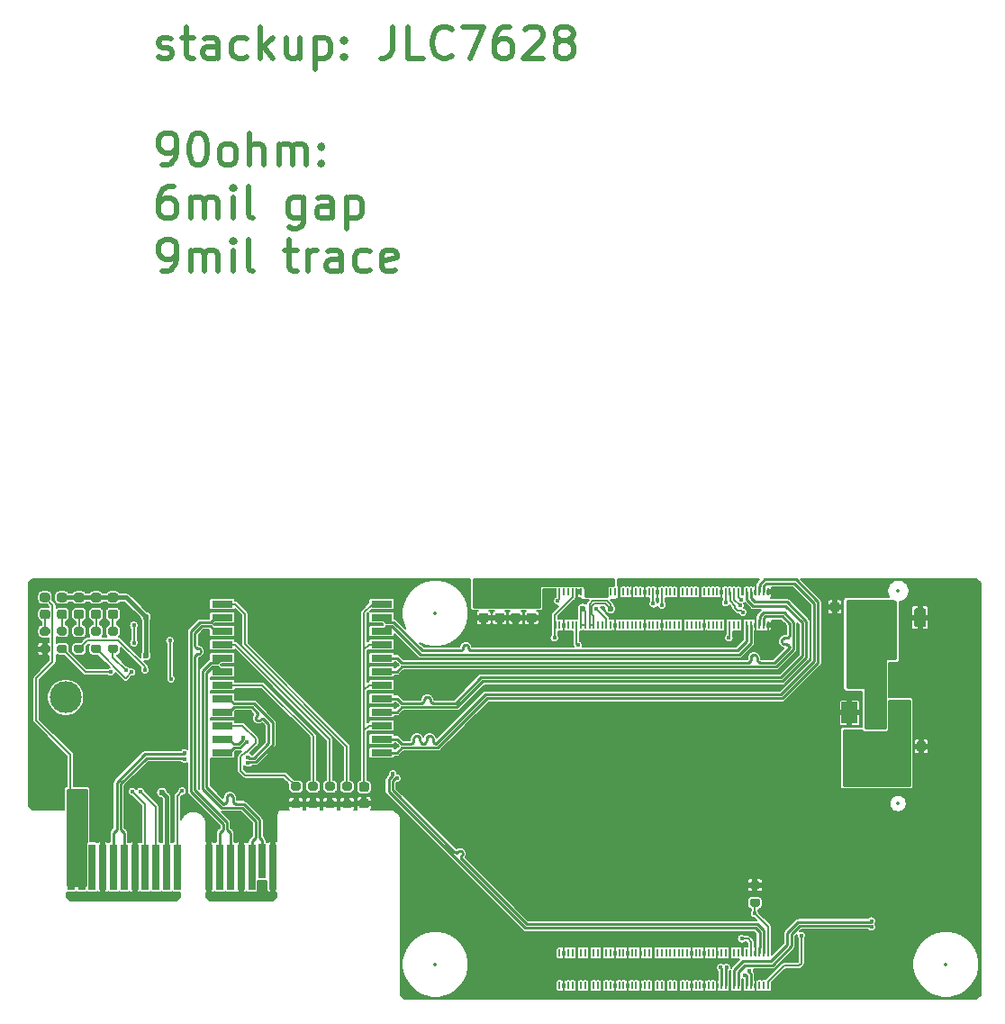
<source format=gtl>
G04 #@! TF.GenerationSoftware,KiCad,Pcbnew,5.1.8*
G04 #@! TF.CreationDate,2021-01-05T10:04:31+01:00*
G04 #@! TF.ProjectId,pislice,7069736c-6963-4652-9e6b-696361645f70,rev?*
G04 #@! TF.SameCoordinates,Original*
G04 #@! TF.FileFunction,Copper,L1,Top*
G04 #@! TF.FilePolarity,Positive*
%FSLAX46Y46*%
G04 Gerber Fmt 4.6, Leading zero omitted, Abs format (unit mm)*
G04 Created by KiCad (PCBNEW 5.1.8) date 2021-01-05 10:04:31*
%MOMM*%
%LPD*%
G01*
G04 APERTURE LIST*
G04 #@! TA.AperFunction,NonConductor*
%ADD10C,0.500000*%
G04 #@! TD*
G04 #@! TA.AperFunction,SMDPad,CuDef*
%ADD11R,0.200000X0.700000*%
G04 #@! TD*
G04 #@! TA.AperFunction,SMDPad,CuDef*
%ADD12R,1.500000X2.000000*%
G04 #@! TD*
G04 #@! TA.AperFunction,SMDPad,CuDef*
%ADD13R,3.800000X2.000000*%
G04 #@! TD*
G04 #@! TA.AperFunction,ComponentPad*
%ADD14C,3.000000*%
G04 #@! TD*
G04 #@! TA.AperFunction,ConnectorPad*
%ADD15R,0.700000X4.300000*%
G04 #@! TD*
G04 #@! TA.AperFunction,ConnectorPad*
%ADD16R,0.700000X3.200000*%
G04 #@! TD*
G04 #@! TA.AperFunction,SMDPad,CuDef*
%ADD17R,1.981200X0.685800*%
G04 #@! TD*
G04 #@! TA.AperFunction,ViaPad*
%ADD18C,0.400000*%
G04 #@! TD*
G04 #@! TA.AperFunction,ViaPad*
%ADD19C,0.600000*%
G04 #@! TD*
G04 #@! TA.AperFunction,Conductor*
%ADD20C,0.200000*%
G04 #@! TD*
G04 #@! TA.AperFunction,Conductor*
%ADD21C,0.228600*%
G04 #@! TD*
G04 #@! TA.AperFunction,Conductor*
%ADD22C,0.400000*%
G04 #@! TD*
G04 #@! TA.AperFunction,Conductor*
%ADD23C,0.160000*%
G04 #@! TD*
G04 #@! TA.AperFunction,Conductor*
%ADD24C,0.100000*%
G04 #@! TD*
G04 #@! TA.AperFunction,Conductor*
%ADD25C,0.254000*%
G04 #@! TD*
%ADD26C,0.200000*%
%ADD27C,0.300000*%
%ADD28C,0.350000*%
G04 APERTURE END LIST*
D10*
X102496428Y-21214285D02*
X102782142Y-21357142D01*
X103353571Y-21357142D01*
X103639285Y-21214285D01*
X103782142Y-20928571D01*
X103782142Y-20785714D01*
X103639285Y-20500000D01*
X103353571Y-20357142D01*
X102925000Y-20357142D01*
X102639285Y-20214285D01*
X102496428Y-19928571D01*
X102496428Y-19785714D01*
X102639285Y-19500000D01*
X102925000Y-19357142D01*
X103353571Y-19357142D01*
X103639285Y-19500000D01*
X104639285Y-19357142D02*
X105782142Y-19357142D01*
X105067857Y-18357142D02*
X105067857Y-20928571D01*
X105210714Y-21214285D01*
X105496428Y-21357142D01*
X105782142Y-21357142D01*
X108067857Y-21357142D02*
X108067857Y-19785714D01*
X107925000Y-19500000D01*
X107639285Y-19357142D01*
X107067857Y-19357142D01*
X106782142Y-19500000D01*
X108067857Y-21214285D02*
X107782142Y-21357142D01*
X107067857Y-21357142D01*
X106782142Y-21214285D01*
X106639285Y-20928571D01*
X106639285Y-20642857D01*
X106782142Y-20357142D01*
X107067857Y-20214285D01*
X107782142Y-20214285D01*
X108067857Y-20071428D01*
X110782142Y-21214285D02*
X110496428Y-21357142D01*
X109925000Y-21357142D01*
X109639285Y-21214285D01*
X109496428Y-21071428D01*
X109353571Y-20785714D01*
X109353571Y-19928571D01*
X109496428Y-19642857D01*
X109639285Y-19500000D01*
X109925000Y-19357142D01*
X110496428Y-19357142D01*
X110782142Y-19500000D01*
X112067857Y-21357142D02*
X112067857Y-18357142D01*
X112353571Y-20214285D02*
X113210714Y-21357142D01*
X113210714Y-19357142D02*
X112067857Y-20500000D01*
X115782142Y-19357142D02*
X115782142Y-21357142D01*
X114496428Y-19357142D02*
X114496428Y-20928571D01*
X114639285Y-21214285D01*
X114925000Y-21357142D01*
X115353571Y-21357142D01*
X115639285Y-21214285D01*
X115782142Y-21071428D01*
X117210714Y-19357142D02*
X117210714Y-22357142D01*
X117210714Y-19500000D02*
X117496428Y-19357142D01*
X118067857Y-19357142D01*
X118353571Y-19500000D01*
X118496428Y-19642857D01*
X118639285Y-19928571D01*
X118639285Y-20785714D01*
X118496428Y-21071428D01*
X118353571Y-21214285D01*
X118067857Y-21357142D01*
X117496428Y-21357142D01*
X117210714Y-21214285D01*
X119925000Y-21071428D02*
X120067857Y-21214285D01*
X119925000Y-21357142D01*
X119782142Y-21214285D01*
X119925000Y-21071428D01*
X119925000Y-21357142D01*
X119925000Y-19500000D02*
X120067857Y-19642857D01*
X119925000Y-19785714D01*
X119782142Y-19642857D01*
X119925000Y-19500000D01*
X119925000Y-19785714D01*
X124496428Y-18357142D02*
X124496428Y-20500000D01*
X124353571Y-20928571D01*
X124067857Y-21214285D01*
X123639285Y-21357142D01*
X123353571Y-21357142D01*
X127353571Y-21357142D02*
X125925000Y-21357142D01*
X125925000Y-18357142D01*
X130067857Y-21071428D02*
X129925000Y-21214285D01*
X129496428Y-21357142D01*
X129210714Y-21357142D01*
X128782142Y-21214285D01*
X128496428Y-20928571D01*
X128353571Y-20642857D01*
X128210714Y-20071428D01*
X128210714Y-19642857D01*
X128353571Y-19071428D01*
X128496428Y-18785714D01*
X128782142Y-18500000D01*
X129210714Y-18357142D01*
X129496428Y-18357142D01*
X129925000Y-18500000D01*
X130067857Y-18642857D01*
X131067857Y-18357142D02*
X133067857Y-18357142D01*
X131782142Y-21357142D01*
X135496428Y-18357142D02*
X134925000Y-18357142D01*
X134639285Y-18500000D01*
X134496428Y-18642857D01*
X134210714Y-19071428D01*
X134067857Y-19642857D01*
X134067857Y-20785714D01*
X134210714Y-21071428D01*
X134353571Y-21214285D01*
X134639285Y-21357142D01*
X135210714Y-21357142D01*
X135496428Y-21214285D01*
X135639285Y-21071428D01*
X135782142Y-20785714D01*
X135782142Y-20071428D01*
X135639285Y-19785714D01*
X135496428Y-19642857D01*
X135210714Y-19500000D01*
X134639285Y-19500000D01*
X134353571Y-19642857D01*
X134210714Y-19785714D01*
X134067857Y-20071428D01*
X136925000Y-18642857D02*
X137067857Y-18500000D01*
X137353571Y-18357142D01*
X138067857Y-18357142D01*
X138353571Y-18500000D01*
X138496428Y-18642857D01*
X138639285Y-18928571D01*
X138639285Y-19214285D01*
X138496428Y-19642857D01*
X136782142Y-21357142D01*
X138639285Y-21357142D01*
X140353571Y-19642857D02*
X140067857Y-19500000D01*
X139925000Y-19357142D01*
X139782142Y-19071428D01*
X139782142Y-18928571D01*
X139925000Y-18642857D01*
X140067857Y-18500000D01*
X140353571Y-18357142D01*
X140925000Y-18357142D01*
X141210714Y-18500000D01*
X141353571Y-18642857D01*
X141496428Y-18928571D01*
X141496428Y-19071428D01*
X141353571Y-19357142D01*
X141210714Y-19500000D01*
X140925000Y-19642857D01*
X140353571Y-19642857D01*
X140067857Y-19785714D01*
X139925000Y-19928571D01*
X139782142Y-20214285D01*
X139782142Y-20785714D01*
X139925000Y-21071428D01*
X140067857Y-21214285D01*
X140353571Y-21357142D01*
X140925000Y-21357142D01*
X141210714Y-21214285D01*
X141353571Y-21071428D01*
X141496428Y-20785714D01*
X141496428Y-20214285D01*
X141353571Y-19928571D01*
X141210714Y-19785714D01*
X140925000Y-19642857D01*
X102782142Y-31357142D02*
X103353571Y-31357142D01*
X103639285Y-31214285D01*
X103782142Y-31071428D01*
X104067857Y-30642857D01*
X104210714Y-30071428D01*
X104210714Y-28928571D01*
X104067857Y-28642857D01*
X103925000Y-28500000D01*
X103639285Y-28357142D01*
X103067857Y-28357142D01*
X102782142Y-28500000D01*
X102639285Y-28642857D01*
X102496428Y-28928571D01*
X102496428Y-29642857D01*
X102639285Y-29928571D01*
X102782142Y-30071428D01*
X103067857Y-30214285D01*
X103639285Y-30214285D01*
X103925000Y-30071428D01*
X104067857Y-29928571D01*
X104210714Y-29642857D01*
X106067857Y-28357142D02*
X106353571Y-28357142D01*
X106639285Y-28500000D01*
X106782142Y-28642857D01*
X106925000Y-28928571D01*
X107067857Y-29500000D01*
X107067857Y-30214285D01*
X106925000Y-30785714D01*
X106782142Y-31071428D01*
X106639285Y-31214285D01*
X106353571Y-31357142D01*
X106067857Y-31357142D01*
X105782142Y-31214285D01*
X105639285Y-31071428D01*
X105496428Y-30785714D01*
X105353571Y-30214285D01*
X105353571Y-29500000D01*
X105496428Y-28928571D01*
X105639285Y-28642857D01*
X105782142Y-28500000D01*
X106067857Y-28357142D01*
X108782142Y-31357142D02*
X108496428Y-31214285D01*
X108353571Y-31071428D01*
X108210714Y-30785714D01*
X108210714Y-29928571D01*
X108353571Y-29642857D01*
X108496428Y-29500000D01*
X108782142Y-29357142D01*
X109210714Y-29357142D01*
X109496428Y-29500000D01*
X109639285Y-29642857D01*
X109782142Y-29928571D01*
X109782142Y-30785714D01*
X109639285Y-31071428D01*
X109496428Y-31214285D01*
X109210714Y-31357142D01*
X108782142Y-31357142D01*
X111067857Y-31357142D02*
X111067857Y-28357142D01*
X112353571Y-31357142D02*
X112353571Y-29785714D01*
X112210714Y-29500000D01*
X111925000Y-29357142D01*
X111496428Y-29357142D01*
X111210714Y-29500000D01*
X111067857Y-29642857D01*
X113782142Y-31357142D02*
X113782142Y-29357142D01*
X113782142Y-29642857D02*
X113925000Y-29500000D01*
X114210714Y-29357142D01*
X114639285Y-29357142D01*
X114925000Y-29500000D01*
X115067857Y-29785714D01*
X115067857Y-31357142D01*
X115067857Y-29785714D02*
X115210714Y-29500000D01*
X115496428Y-29357142D01*
X115925000Y-29357142D01*
X116210714Y-29500000D01*
X116353571Y-29785714D01*
X116353571Y-31357142D01*
X117782142Y-31071428D02*
X117925000Y-31214285D01*
X117782142Y-31357142D01*
X117639285Y-31214285D01*
X117782142Y-31071428D01*
X117782142Y-31357142D01*
X117782142Y-29500000D02*
X117925000Y-29642857D01*
X117782142Y-29785714D01*
X117639285Y-29642857D01*
X117782142Y-29500000D01*
X117782142Y-29785714D01*
X103925000Y-33357142D02*
X103353571Y-33357142D01*
X103067857Y-33500000D01*
X102925000Y-33642857D01*
X102639285Y-34071428D01*
X102496428Y-34642857D01*
X102496428Y-35785714D01*
X102639285Y-36071428D01*
X102782142Y-36214285D01*
X103067857Y-36357142D01*
X103639285Y-36357142D01*
X103925000Y-36214285D01*
X104067857Y-36071428D01*
X104210714Y-35785714D01*
X104210714Y-35071428D01*
X104067857Y-34785714D01*
X103925000Y-34642857D01*
X103639285Y-34500000D01*
X103067857Y-34500000D01*
X102782142Y-34642857D01*
X102639285Y-34785714D01*
X102496428Y-35071428D01*
X105496428Y-36357142D02*
X105496428Y-34357142D01*
X105496428Y-34642857D02*
X105639285Y-34500000D01*
X105925000Y-34357142D01*
X106353571Y-34357142D01*
X106639285Y-34500000D01*
X106782142Y-34785714D01*
X106782142Y-36357142D01*
X106782142Y-34785714D02*
X106925000Y-34500000D01*
X107210714Y-34357142D01*
X107639285Y-34357142D01*
X107925000Y-34500000D01*
X108067857Y-34785714D01*
X108067857Y-36357142D01*
X109496428Y-36357142D02*
X109496428Y-34357142D01*
X109496428Y-33357142D02*
X109353571Y-33500000D01*
X109496428Y-33642857D01*
X109639285Y-33500000D01*
X109496428Y-33357142D01*
X109496428Y-33642857D01*
X111353571Y-36357142D02*
X111067857Y-36214285D01*
X110925000Y-35928571D01*
X110925000Y-33357142D01*
X116067857Y-34357142D02*
X116067857Y-36785714D01*
X115925000Y-37071428D01*
X115782142Y-37214285D01*
X115496428Y-37357142D01*
X115067857Y-37357142D01*
X114782142Y-37214285D01*
X116067857Y-36214285D02*
X115782142Y-36357142D01*
X115210714Y-36357142D01*
X114925000Y-36214285D01*
X114782142Y-36071428D01*
X114639285Y-35785714D01*
X114639285Y-34928571D01*
X114782142Y-34642857D01*
X114925000Y-34500000D01*
X115210714Y-34357142D01*
X115782142Y-34357142D01*
X116067857Y-34500000D01*
X118782142Y-36357142D02*
X118782142Y-34785714D01*
X118639285Y-34500000D01*
X118353571Y-34357142D01*
X117782142Y-34357142D01*
X117496428Y-34500000D01*
X118782142Y-36214285D02*
X118496428Y-36357142D01*
X117782142Y-36357142D01*
X117496428Y-36214285D01*
X117353571Y-35928571D01*
X117353571Y-35642857D01*
X117496428Y-35357142D01*
X117782142Y-35214285D01*
X118496428Y-35214285D01*
X118782142Y-35071428D01*
X120210714Y-34357142D02*
X120210714Y-37357142D01*
X120210714Y-34500000D02*
X120496428Y-34357142D01*
X121067857Y-34357142D01*
X121353571Y-34500000D01*
X121496428Y-34642857D01*
X121639285Y-34928571D01*
X121639285Y-35785714D01*
X121496428Y-36071428D01*
X121353571Y-36214285D01*
X121067857Y-36357142D01*
X120496428Y-36357142D01*
X120210714Y-36214285D01*
X102782142Y-41357142D02*
X103353571Y-41357142D01*
X103639285Y-41214285D01*
X103782142Y-41071428D01*
X104067857Y-40642857D01*
X104210714Y-40071428D01*
X104210714Y-38928571D01*
X104067857Y-38642857D01*
X103925000Y-38500000D01*
X103639285Y-38357142D01*
X103067857Y-38357142D01*
X102782142Y-38500000D01*
X102639285Y-38642857D01*
X102496428Y-38928571D01*
X102496428Y-39642857D01*
X102639285Y-39928571D01*
X102782142Y-40071428D01*
X103067857Y-40214285D01*
X103639285Y-40214285D01*
X103925000Y-40071428D01*
X104067857Y-39928571D01*
X104210714Y-39642857D01*
X105496428Y-41357142D02*
X105496428Y-39357142D01*
X105496428Y-39642857D02*
X105639285Y-39500000D01*
X105925000Y-39357142D01*
X106353571Y-39357142D01*
X106639285Y-39500000D01*
X106782142Y-39785714D01*
X106782142Y-41357142D01*
X106782142Y-39785714D02*
X106925000Y-39500000D01*
X107210714Y-39357142D01*
X107639285Y-39357142D01*
X107925000Y-39500000D01*
X108067857Y-39785714D01*
X108067857Y-41357142D01*
X109496428Y-41357142D02*
X109496428Y-39357142D01*
X109496428Y-38357142D02*
X109353571Y-38500000D01*
X109496428Y-38642857D01*
X109639285Y-38500000D01*
X109496428Y-38357142D01*
X109496428Y-38642857D01*
X111353571Y-41357142D02*
X111067857Y-41214285D01*
X110925000Y-40928571D01*
X110925000Y-38357142D01*
X114353571Y-39357142D02*
X115496428Y-39357142D01*
X114782142Y-38357142D02*
X114782142Y-40928571D01*
X114925000Y-41214285D01*
X115210714Y-41357142D01*
X115496428Y-41357142D01*
X116496428Y-41357142D02*
X116496428Y-39357142D01*
X116496428Y-39928571D02*
X116639285Y-39642857D01*
X116782142Y-39500000D01*
X117067857Y-39357142D01*
X117353571Y-39357142D01*
X119639285Y-41357142D02*
X119639285Y-39785714D01*
X119496428Y-39500000D01*
X119210714Y-39357142D01*
X118639285Y-39357142D01*
X118353571Y-39500000D01*
X119639285Y-41214285D02*
X119353571Y-41357142D01*
X118639285Y-41357142D01*
X118353571Y-41214285D01*
X118210714Y-40928571D01*
X118210714Y-40642857D01*
X118353571Y-40357142D01*
X118639285Y-40214285D01*
X119353571Y-40214285D01*
X119639285Y-40071428D01*
X122353571Y-41214285D02*
X122067857Y-41357142D01*
X121496428Y-41357142D01*
X121210714Y-41214285D01*
X121067857Y-41071428D01*
X120925000Y-40785714D01*
X120925000Y-39928571D01*
X121067857Y-39642857D01*
X121210714Y-39500000D01*
X121496428Y-39357142D01*
X122067857Y-39357142D01*
X122353571Y-39500000D01*
X124782142Y-41214285D02*
X124496428Y-41357142D01*
X123925000Y-41357142D01*
X123639285Y-41214285D01*
X123496428Y-40928571D01*
X123496428Y-39785714D01*
X123639285Y-39500000D01*
X123925000Y-39357142D01*
X124496428Y-39357142D01*
X124782142Y-39500000D01*
X124925000Y-39785714D01*
X124925000Y-40071428D01*
X123496428Y-40357142D01*
D11*
G04 #@! TO.P,X3,1*
G04 #@! TO.N,N/C*
X140190000Y-108500000D03*
G04 #@! TO.P,X3,2*
X140190000Y-105420000D03*
G04 #@! TO.P,X3,3*
X140590000Y-108500000D03*
G04 #@! TO.P,X3,4*
X140590000Y-105420000D03*
G04 #@! TO.P,X3,5*
X140990000Y-108500000D03*
G04 #@! TO.P,X3,6*
X140990000Y-105420000D03*
G04 #@! TO.P,X3,7*
X141390000Y-108500000D03*
G04 #@! TO.P,X3,8*
X141390000Y-105420000D03*
G04 #@! TO.P,X3,9*
X141790000Y-108500000D03*
G04 #@! TO.P,X3,10*
X141790000Y-105420000D03*
G04 #@! TO.P,X3,11*
X142190000Y-108500000D03*
G04 #@! TO.P,X3,12*
X142190000Y-105420000D03*
G04 #@! TO.P,X3,13*
X142590000Y-108500000D03*
G04 #@! TO.P,X3,14*
X142590000Y-105420000D03*
G04 #@! TO.P,X3,15*
X142990000Y-108500000D03*
G04 #@! TO.P,X3,16*
X142990000Y-105420000D03*
G04 #@! TO.P,X3,17*
X143390000Y-108500000D03*
G04 #@! TO.P,X3,18*
X143390000Y-105420000D03*
G04 #@! TO.P,X3,19*
X143790000Y-108500000D03*
G04 #@! TO.P,X3,20*
X143790000Y-105420000D03*
G04 #@! TO.P,X3,21*
X144190000Y-108500000D03*
G04 #@! TO.P,X3,22*
X144190000Y-105420000D03*
G04 #@! TO.P,X3,23*
X144590000Y-108500000D03*
G04 #@! TO.P,X3,24*
X144590000Y-105420000D03*
G04 #@! TO.P,X3,25*
X144990000Y-108500000D03*
G04 #@! TO.P,X3,26*
X144990000Y-105420000D03*
G04 #@! TO.P,X3,27*
X145390000Y-108500000D03*
G04 #@! TO.P,X3,28*
X145390000Y-105420000D03*
G04 #@! TO.P,X3,29*
X145790000Y-108500000D03*
G04 #@! TO.P,X3,30*
X145790000Y-105420000D03*
G04 #@! TO.P,X3,31*
X146190000Y-108500000D03*
G04 #@! TO.P,X3,32*
X146190000Y-105420000D03*
G04 #@! TO.P,X3,33*
X146590000Y-108500000D03*
G04 #@! TO.P,X3,34*
X146590000Y-105420000D03*
G04 #@! TO.P,X3,35*
X146990000Y-108500000D03*
G04 #@! TO.P,X3,36*
X146990000Y-105420000D03*
G04 #@! TO.P,X3,37*
X147390000Y-108500000D03*
G04 #@! TO.P,X3,38*
X147390000Y-105420000D03*
G04 #@! TO.P,X3,39*
X147790000Y-108500000D03*
G04 #@! TO.P,X3,40*
X147790000Y-105420000D03*
G04 #@! TO.P,X3,41*
X148190000Y-108500000D03*
G04 #@! TO.P,X3,42*
X148190000Y-105420000D03*
G04 #@! TO.P,X3,43*
X148590000Y-108500000D03*
G04 #@! TO.P,X3,44*
X148590000Y-105420000D03*
G04 #@! TO.P,X3,45*
X148990000Y-108500000D03*
G04 #@! TO.P,X3,46*
X148990000Y-105420000D03*
G04 #@! TO.P,X3,47*
X149390000Y-108500000D03*
G04 #@! TO.P,X3,48*
X149390000Y-105420000D03*
G04 #@! TO.P,X3,49*
X149790000Y-108500000D03*
G04 #@! TO.P,X3,50*
X149790000Y-105420000D03*
G04 #@! TO.P,X3,51*
X150190000Y-108500000D03*
G04 #@! TO.P,X3,52*
X150190000Y-105420000D03*
G04 #@! TO.P,X3,53*
X150590000Y-108500000D03*
G04 #@! TO.P,X3,54*
X150590000Y-105420000D03*
G04 #@! TO.P,X3,55*
X150990000Y-108500000D03*
G04 #@! TO.P,X3,56*
X150990000Y-105420000D03*
G04 #@! TO.P,X3,57*
X151390000Y-108500000D03*
G04 #@! TO.P,X3,58*
X151390000Y-105420000D03*
G04 #@! TO.P,X3,59*
X151790000Y-108500000D03*
G04 #@! TO.P,X3,60*
X151790000Y-105420000D03*
G04 #@! TO.P,X3,61*
X152190000Y-108500000D03*
G04 #@! TO.P,X3,62*
X152190000Y-105420000D03*
G04 #@! TO.P,X3,63*
X152590000Y-108500000D03*
G04 #@! TO.P,X3,64*
X152590000Y-105420000D03*
G04 #@! TO.P,X3,65*
X152990000Y-108500000D03*
G04 #@! TO.P,X3,66*
X152990000Y-105420000D03*
G04 #@! TO.P,X3,67*
X153390000Y-108500000D03*
G04 #@! TO.P,X3,68*
X153390000Y-105420000D03*
G04 #@! TO.P,X3,69*
X153790000Y-108500000D03*
G04 #@! TO.P,X3,70*
X153790000Y-105420000D03*
G04 #@! TO.P,X3,71*
X154190000Y-108500000D03*
G04 #@! TO.P,X3,72*
X154190000Y-105420000D03*
G04 #@! TO.P,X3,73*
X154590000Y-108500000D03*
G04 #@! TO.P,X3,74*
X154590000Y-105420000D03*
G04 #@! TO.P,X3,75*
X154990000Y-108500000D03*
G04 #@! TO.P,X3,76*
X154990000Y-105420000D03*
G04 #@! TO.P,X3,77*
X155390000Y-108500000D03*
G04 #@! TO.P,X3,78*
X155390000Y-105420000D03*
G04 #@! TO.P,X3,79*
X155790000Y-108500000D03*
G04 #@! TO.P,X3,80*
X155790000Y-105420000D03*
G04 #@! TO.P,X3,81*
X156190000Y-108500000D03*
G04 #@! TO.P,X3,82*
X156190000Y-105420000D03*
G04 #@! TO.P,X3,83*
X156590000Y-108500000D03*
G04 #@! TO.P,X3,84*
X156590000Y-105420000D03*
G04 #@! TO.P,X3,85*
X156990000Y-108500000D03*
G04 #@! TO.P,X3,86*
X156990000Y-105420000D03*
G04 #@! TO.P,X3,87*
X157390000Y-108500000D03*
G04 #@! TO.P,X3,88*
X157390000Y-105420000D03*
G04 #@! TO.P,X3,89*
X157790000Y-108500000D03*
G04 #@! TO.P,X3,90*
X157790000Y-105420000D03*
G04 #@! TO.P,X3,91*
X158190000Y-108500000D03*
G04 #@! TO.P,X3,92*
X158190000Y-105420000D03*
G04 #@! TO.P,X3,93*
X158590000Y-108500000D03*
G04 #@! TO.P,X3,94*
X158590000Y-105420000D03*
G04 #@! TO.P,X3,95*
X158990000Y-108500000D03*
G04 #@! TO.P,X3,96*
X158990000Y-105420000D03*
G04 #@! TO.P,X3,97*
X159390000Y-108500000D03*
G04 #@! TO.P,X3,98*
X159390000Y-105420000D03*
G04 #@! TO.P,X3,99*
X159790000Y-108500000D03*
G04 #@! TO.P,X3,100*
X159790000Y-105420000D03*
G04 #@! TD*
G04 #@! TO.P,X2,1*
G04 #@! TO.N,N/C*
X139790000Y-74580000D03*
G04 #@! TO.P,X2,2*
X139790000Y-71500000D03*
G04 #@! TO.P,X2,3*
X140190000Y-74580000D03*
G04 #@! TO.P,X2,4*
X140190000Y-71500000D03*
G04 #@! TO.P,X2,5*
X140590000Y-74580000D03*
G04 #@! TO.P,X2,6*
X140590000Y-71500000D03*
G04 #@! TO.P,X2,7*
X140990000Y-74580000D03*
G04 #@! TO.P,X2,8*
X140990000Y-71500000D03*
G04 #@! TO.P,X2,9*
X141390000Y-74580000D03*
G04 #@! TO.P,X2,10*
X141390000Y-71500000D03*
G04 #@! TO.P,X2,11*
X141790000Y-74580000D03*
G04 #@! TO.P,X2,12*
X141790000Y-71500000D03*
G04 #@! TO.P,X2,13*
X142190000Y-74580000D03*
G04 #@! TO.P,X2,14*
X142190000Y-71500000D03*
G04 #@! TO.P,X2,15*
X142590000Y-74580000D03*
G04 #@! TO.P,X2,16*
X142590000Y-71500000D03*
G04 #@! TO.P,X2,17*
X142990000Y-74580000D03*
G04 #@! TO.P,X2,18*
X142990000Y-71500000D03*
G04 #@! TO.P,X2,19*
X143390000Y-74580000D03*
G04 #@! TO.P,X2,20*
X143390000Y-71500000D03*
G04 #@! TO.P,X2,21*
X143790000Y-74580000D03*
G04 #@! TO.P,X2,22*
X143790000Y-71500000D03*
G04 #@! TO.P,X2,23*
X144190000Y-74580000D03*
G04 #@! TO.P,X2,24*
X144190000Y-71500000D03*
G04 #@! TO.P,X2,25*
X144590000Y-74580000D03*
G04 #@! TO.P,X2,26*
X144590000Y-71500000D03*
G04 #@! TO.P,X2,27*
X144990000Y-74580000D03*
G04 #@! TO.P,X2,28*
X144990000Y-71500000D03*
G04 #@! TO.P,X2,29*
X145390000Y-74580000D03*
G04 #@! TO.P,X2,30*
X145390000Y-71500000D03*
G04 #@! TO.P,X2,31*
X145790000Y-74580000D03*
G04 #@! TO.P,X2,32*
X145790000Y-71500000D03*
G04 #@! TO.P,X2,33*
X146190000Y-74580000D03*
G04 #@! TO.P,X2,34*
X146190000Y-71500000D03*
G04 #@! TO.P,X2,35*
X146590000Y-74580000D03*
G04 #@! TO.P,X2,36*
X146590000Y-71500000D03*
G04 #@! TO.P,X2,37*
X146990000Y-74580000D03*
G04 #@! TO.P,X2,38*
X146990000Y-71500000D03*
G04 #@! TO.P,X2,39*
X147390000Y-74580000D03*
G04 #@! TO.P,X2,40*
X147390000Y-71500000D03*
G04 #@! TO.P,X2,41*
X147790000Y-74580000D03*
G04 #@! TO.P,X2,42*
X147790000Y-71500000D03*
G04 #@! TO.P,X2,43*
X148190000Y-74580000D03*
G04 #@! TO.P,X2,44*
X148190000Y-71500000D03*
G04 #@! TO.P,X2,45*
X148590000Y-74580000D03*
G04 #@! TO.P,X2,46*
X148590000Y-71500000D03*
G04 #@! TO.P,X2,47*
X148990000Y-74580000D03*
G04 #@! TO.P,X2,48*
X148990000Y-71500000D03*
G04 #@! TO.P,X2,49*
X149390000Y-74580000D03*
G04 #@! TO.P,X2,50*
X149390000Y-71500000D03*
G04 #@! TO.P,X2,51*
X149790000Y-74580000D03*
G04 #@! TO.P,X2,52*
X149790000Y-71500000D03*
G04 #@! TO.P,X2,53*
X150190000Y-74580000D03*
G04 #@! TO.P,X2,54*
X150190000Y-71500000D03*
G04 #@! TO.P,X2,55*
X150590000Y-74580000D03*
G04 #@! TO.P,X2,56*
X150590000Y-71500000D03*
G04 #@! TO.P,X2,57*
X150990000Y-74580000D03*
G04 #@! TO.P,X2,58*
X150990000Y-71500000D03*
G04 #@! TO.P,X2,59*
X151390000Y-74580000D03*
G04 #@! TO.P,X2,60*
X151390000Y-71500000D03*
G04 #@! TO.P,X2,61*
X151790000Y-74580000D03*
G04 #@! TO.P,X2,62*
X151790000Y-71500000D03*
G04 #@! TO.P,X2,63*
X152190000Y-74580000D03*
G04 #@! TO.P,X2,64*
X152190000Y-71500000D03*
G04 #@! TO.P,X2,65*
X152590000Y-74580000D03*
G04 #@! TO.P,X2,66*
X152590000Y-71500000D03*
G04 #@! TO.P,X2,67*
X152990000Y-74580000D03*
G04 #@! TO.P,X2,68*
X152990000Y-71500000D03*
G04 #@! TO.P,X2,69*
X153390000Y-74580000D03*
G04 #@! TO.P,X2,70*
X153390000Y-71500000D03*
G04 #@! TO.P,X2,71*
X153790000Y-74580000D03*
G04 #@! TO.P,X2,72*
X153790000Y-71500000D03*
G04 #@! TO.P,X2,73*
X154190000Y-74580000D03*
G04 #@! TO.P,X2,74*
X154190000Y-71500000D03*
G04 #@! TO.P,X2,75*
X154590000Y-74580000D03*
G04 #@! TO.P,X2,76*
X154590000Y-71500000D03*
G04 #@! TO.P,X2,77*
X154990000Y-74580000D03*
G04 #@! TO.P,X2,78*
X154990000Y-71500000D03*
G04 #@! TO.P,X2,79*
X155390000Y-74580000D03*
G04 #@! TO.P,X2,80*
X155390000Y-71500000D03*
G04 #@! TO.P,X2,81*
X155790000Y-74580000D03*
G04 #@! TO.P,X2,82*
X155790000Y-71500000D03*
G04 #@! TO.P,X2,83*
X156190000Y-74580000D03*
G04 #@! TO.P,X2,84*
X156190000Y-71500000D03*
G04 #@! TO.P,X2,85*
X156590000Y-74580000D03*
G04 #@! TO.P,X2,86*
X156590000Y-71500000D03*
G04 #@! TO.P,X2,87*
X156990000Y-74580000D03*
G04 #@! TO.P,X2,88*
X156990000Y-71500000D03*
G04 #@! TO.P,X2,89*
X157390000Y-74580000D03*
G04 #@! TO.P,X2,90*
X157390000Y-71500000D03*
G04 #@! TO.P,X2,91*
X157790000Y-74580000D03*
G04 #@! TO.P,X2,92*
X157790000Y-71500000D03*
G04 #@! TO.P,X2,93*
X158190000Y-74580000D03*
G04 #@! TO.P,X2,94*
X158190000Y-71500000D03*
G04 #@! TO.P,X2,95*
X158590000Y-74580000D03*
G04 #@! TO.P,X2,96*
X158590000Y-71500000D03*
G04 #@! TO.P,X2,97*
X158990000Y-74580000D03*
G04 #@! TO.P,X2,98*
X158990000Y-71500000D03*
G04 #@! TO.P,X2,99*
X159390000Y-74580000D03*
G04 #@! TO.P,X2,100*
X159390000Y-71500000D03*
G04 #@! TD*
D12*
G04 #@! TO.P,U3,1*
G04 #@! TO.N,GND*
X167450000Y-82850000D03*
G04 #@! TO.P,U3,3*
G04 #@! TO.N,+5V*
X172050000Y-82850000D03*
G04 #@! TO.P,U3,2*
G04 #@! TO.N,+3V3*
X169750000Y-82850000D03*
D13*
G04 #@! TO.P,U3,4*
X169750000Y-76550000D03*
G04 #@! TD*
D14*
G04 #@! TO.P,U1,76*
G04 #@! TO.N,N/C*
X93750000Y-81400000D03*
G04 #@! TD*
G04 #@! TO.P,R6,2*
G04 #@! TO.N,Net-(D3-Pad1)*
G04 #@! TA.AperFunction,SMDPad,CuDef*
G36*
G01*
X92075000Y-75600000D02*
X91525000Y-75600000D01*
G75*
G02*
X91325000Y-75400000I0J200000D01*
G01*
X91325000Y-75000000D01*
G75*
G02*
X91525000Y-74800000I200000J0D01*
G01*
X92075000Y-74800000D01*
G75*
G02*
X92275000Y-75000000I0J-200000D01*
G01*
X92275000Y-75400000D01*
G75*
G02*
X92075000Y-75600000I-200000J0D01*
G01*
G37*
G04 #@! TD.AperFunction*
G04 #@! TO.P,R6,1*
G04 #@! TO.N,GND*
G04 #@! TA.AperFunction,SMDPad,CuDef*
G36*
G01*
X92075000Y-77250000D02*
X91525000Y-77250000D01*
G75*
G02*
X91325000Y-77050000I0J200000D01*
G01*
X91325000Y-76650000D01*
G75*
G02*
X91525000Y-76450000I200000J0D01*
G01*
X92075000Y-76450000D01*
G75*
G02*
X92275000Y-76650000I0J-200000D01*
G01*
X92275000Y-77050000D01*
G75*
G02*
X92075000Y-77250000I-200000J0D01*
G01*
G37*
G04 #@! TD.AperFunction*
G04 #@! TD*
G04 #@! TO.P,D3,2*
G04 #@! TO.N,+5V*
G04 #@! TA.AperFunction,SMDPad,CuDef*
G36*
G01*
X92056250Y-72450000D02*
X91543750Y-72450000D01*
G75*
G02*
X91325000Y-72231250I0J218750D01*
G01*
X91325000Y-71793750D01*
G75*
G02*
X91543750Y-71575000I218750J0D01*
G01*
X92056250Y-71575000D01*
G75*
G02*
X92275000Y-71793750I0J-218750D01*
G01*
X92275000Y-72231250D01*
G75*
G02*
X92056250Y-72450000I-218750J0D01*
G01*
G37*
G04 #@! TD.AperFunction*
G04 #@! TO.P,D3,1*
G04 #@! TO.N,Net-(D3-Pad1)*
G04 #@! TA.AperFunction,SMDPad,CuDef*
G36*
G01*
X92056250Y-74025000D02*
X91543750Y-74025000D01*
G75*
G02*
X91325000Y-73806250I0J218750D01*
G01*
X91325000Y-73368750D01*
G75*
G02*
X91543750Y-73150000I218750J0D01*
G01*
X92056250Y-73150000D01*
G75*
G02*
X92275000Y-73368750I0J-218750D01*
G01*
X92275000Y-73806250D01*
G75*
G02*
X92056250Y-74025000I-218750J0D01*
G01*
G37*
G04 #@! TD.AperFunction*
G04 #@! TD*
D15*
G04 #@! TO.P,U14,B13*
G04 #@! TO.N,eth-p1+*
X108240000Y-97350000D03*
G04 #@! TO.P,U14,B12*
G04 #@! TO.N,GND*
X107240000Y-97350000D03*
G04 #@! TO.P,U14,B18*
X113240000Y-97350000D03*
D16*
G04 #@! TO.P,U14,B17*
G04 #@! TO.N,eth-p2-*
X112240000Y-96800000D03*
D15*
G04 #@! TO.P,U14,B16*
G04 #@! TO.N,eth-p2+*
X111240000Y-97350000D03*
G04 #@! TO.P,U14,B15*
G04 #@! TO.N,GND*
X110240000Y-97350000D03*
G04 #@! TO.P,U14,B14*
G04 #@! TO.N,eth-p1-*
X109240000Y-97350000D03*
G04 #@! TO.P,U14,B11*
G04 #@! TO.N,c1-usb-otg-id*
X104240000Y-97350000D03*
G04 #@! TO.P,U14,B10*
G04 #@! TO.N,GPIO_REF*
X103240000Y-97350000D03*
G04 #@! TO.P,U14,B9*
G04 #@! TO.N,c1-rpiboot*
X102240000Y-97350000D03*
G04 #@! TO.P,U14,B8*
G04 #@! TO.N,c1-eeprom_wp*
X101240000Y-97350000D03*
G04 #@! TO.P,U14,B7*
G04 #@! TO.N,GND*
X100240000Y-97350000D03*
G04 #@! TO.P,U14,B6*
G04 #@! TO.N,c1-usb-d-*
X99240000Y-97350000D03*
G04 #@! TO.P,U14,B5*
G04 #@! TO.N,c1-usb-d+*
X98240000Y-97350000D03*
G04 #@! TO.P,U14,B4*
G04 #@! TO.N,GND*
X97240000Y-97350000D03*
G04 #@! TO.P,U14,B3*
G04 #@! TO.N,N/C*
X96240000Y-97350000D03*
G04 #@! TO.P,U14,B2*
G04 #@! TO.N,+5V*
X95240000Y-97350000D03*
G04 #@! TO.P,U14,B1*
X94240000Y-97350000D03*
G04 #@! TD*
G04 #@! TO.P,R4,2*
G04 #@! TO.N,Net-(D2-Pad1)*
G04 #@! TA.AperFunction,SMDPad,CuDef*
G36*
G01*
X95275000Y-75575000D02*
X94725000Y-75575000D01*
G75*
G02*
X94525000Y-75375000I0J200000D01*
G01*
X94525000Y-74975000D01*
G75*
G02*
X94725000Y-74775000I200000J0D01*
G01*
X95275000Y-74775000D01*
G75*
G02*
X95475000Y-74975000I0J-200000D01*
G01*
X95475000Y-75375000D01*
G75*
G02*
X95275000Y-75575000I-200000J0D01*
G01*
G37*
G04 #@! TD.AperFunction*
G04 #@! TO.P,R4,1*
G04 #@! TO.N,Net-(R4-Pad1)*
G04 #@! TA.AperFunction,SMDPad,CuDef*
G36*
G01*
X95275000Y-77225000D02*
X94725000Y-77225000D01*
G75*
G02*
X94525000Y-77025000I0J200000D01*
G01*
X94525000Y-76625000D01*
G75*
G02*
X94725000Y-76425000I200000J0D01*
G01*
X95275000Y-76425000D01*
G75*
G02*
X95475000Y-76625000I0J-200000D01*
G01*
X95475000Y-77025000D01*
G75*
G02*
X95275000Y-77225000I-200000J0D01*
G01*
G37*
G04 #@! TD.AperFunction*
G04 #@! TD*
G04 #@! TO.P,D2,2*
G04 #@! TO.N,GPIO_REF*
G04 #@! TA.AperFunction,SMDPad,CuDef*
G36*
G01*
X95256250Y-72450000D02*
X94743750Y-72450000D01*
G75*
G02*
X94525000Y-72231250I0J218750D01*
G01*
X94525000Y-71793750D01*
G75*
G02*
X94743750Y-71575000I218750J0D01*
G01*
X95256250Y-71575000D01*
G75*
G02*
X95475000Y-71793750I0J-218750D01*
G01*
X95475000Y-72231250D01*
G75*
G02*
X95256250Y-72450000I-218750J0D01*
G01*
G37*
G04 #@! TD.AperFunction*
G04 #@! TO.P,D2,1*
G04 #@! TO.N,Net-(D2-Pad1)*
G04 #@! TA.AperFunction,SMDPad,CuDef*
G36*
G01*
X95256250Y-74025000D02*
X94743750Y-74025000D01*
G75*
G02*
X94525000Y-73806250I0J218750D01*
G01*
X94525000Y-73368750D01*
G75*
G02*
X94743750Y-73150000I218750J0D01*
G01*
X95256250Y-73150000D01*
G75*
G02*
X95475000Y-73368750I0J-218750D01*
G01*
X95475000Y-73806250D01*
G75*
G02*
X95256250Y-74025000I-218750J0D01*
G01*
G37*
G04 #@! TD.AperFunction*
G04 #@! TD*
G04 #@! TO.P,C8,2*
G04 #@! TO.N,GND*
G04 #@! TA.AperFunction,SMDPad,CuDef*
G36*
G01*
X173500000Y-74550001D02*
X173500000Y-73249999D01*
G75*
G02*
X173749999Y-73000000I249999J0D01*
G01*
X174400001Y-73000000D01*
G75*
G02*
X174650000Y-73249999I0J-249999D01*
G01*
X174650000Y-74550001D01*
G75*
G02*
X174400001Y-74800000I-249999J0D01*
G01*
X173749999Y-74800000D01*
G75*
G02*
X173500000Y-74550001I0J249999D01*
G01*
G37*
G04 #@! TD.AperFunction*
G04 #@! TO.P,C8,1*
G04 #@! TO.N,+3V3*
G04 #@! TA.AperFunction,SMDPad,CuDef*
G36*
G01*
X170550000Y-74550001D02*
X170550000Y-73249999D01*
G75*
G02*
X170799999Y-73000000I249999J0D01*
G01*
X171450001Y-73000000D01*
G75*
G02*
X171700000Y-73249999I0J-249999D01*
G01*
X171700000Y-74550001D01*
G75*
G02*
X171450001Y-74800000I-249999J0D01*
G01*
X170799999Y-74800000D01*
G75*
G02*
X170550000Y-74550001I0J249999D01*
G01*
G37*
G04 #@! TD.AperFunction*
G04 #@! TD*
G04 #@! TO.P,C6,2*
G04 #@! TO.N,GND*
G04 #@! TA.AperFunction,SMDPad,CuDef*
G36*
G01*
X166525000Y-72650000D02*
X166525000Y-73150000D01*
G75*
G02*
X166300000Y-73375000I-225000J0D01*
G01*
X165850000Y-73375000D01*
G75*
G02*
X165625000Y-73150000I0J225000D01*
G01*
X165625000Y-72650000D01*
G75*
G02*
X165850000Y-72425000I225000J0D01*
G01*
X166300000Y-72425000D01*
G75*
G02*
X166525000Y-72650000I0J-225000D01*
G01*
G37*
G04 #@! TD.AperFunction*
G04 #@! TO.P,C6,1*
G04 #@! TO.N,+3V3*
G04 #@! TA.AperFunction,SMDPad,CuDef*
G36*
G01*
X168075000Y-72650000D02*
X168075000Y-73150000D01*
G75*
G02*
X167850000Y-73375000I-225000J0D01*
G01*
X167400000Y-73375000D01*
G75*
G02*
X167175000Y-73150000I0J225000D01*
G01*
X167175000Y-72650000D01*
G75*
G02*
X167400000Y-72425000I225000J0D01*
G01*
X167850000Y-72425000D01*
G75*
G02*
X168075000Y-72650000I0J-225000D01*
G01*
G37*
G04 #@! TD.AperFunction*
G04 #@! TD*
G04 #@! TO.P,C5,2*
G04 #@! TO.N,GND*
G04 #@! TA.AperFunction,SMDPad,CuDef*
G36*
G01*
X173725000Y-86250000D02*
X173725000Y-85750000D01*
G75*
G02*
X173950000Y-85525000I225000J0D01*
G01*
X174400000Y-85525000D01*
G75*
G02*
X174625000Y-85750000I0J-225000D01*
G01*
X174625000Y-86250000D01*
G75*
G02*
X174400000Y-86475000I-225000J0D01*
G01*
X173950000Y-86475000D01*
G75*
G02*
X173725000Y-86250000I0J225000D01*
G01*
G37*
G04 #@! TD.AperFunction*
G04 #@! TO.P,C5,1*
G04 #@! TO.N,+5V*
G04 #@! TA.AperFunction,SMDPad,CuDef*
G36*
G01*
X172175000Y-86250000D02*
X172175000Y-85750000D01*
G75*
G02*
X172400000Y-85525000I225000J0D01*
G01*
X172850000Y-85525000D01*
G75*
G02*
X173075000Y-85750000I0J-225000D01*
G01*
X173075000Y-86250000D01*
G75*
G02*
X172850000Y-86475000I-225000J0D01*
G01*
X172400000Y-86475000D01*
G75*
G02*
X172175000Y-86250000I0J225000D01*
G01*
G37*
G04 #@! TD.AperFunction*
G04 #@! TD*
G04 #@! TO.P,R17,2*
G04 #@! TO.N,GND*
G04 #@! TA.AperFunction,SMDPad,CuDef*
G36*
G01*
X115125000Y-91025000D02*
X115675000Y-91025000D01*
G75*
G02*
X115875000Y-91225000I0J-200000D01*
G01*
X115875000Y-91625000D01*
G75*
G02*
X115675000Y-91825000I-200000J0D01*
G01*
X115125000Y-91825000D01*
G75*
G02*
X114925000Y-91625000I0J200000D01*
G01*
X114925000Y-91225000D01*
G75*
G02*
X115125000Y-91025000I200000J0D01*
G01*
G37*
G04 #@! TD.AperFunction*
G04 #@! TO.P,R17,1*
G04 #@! TO.N,Net-(K1-Pad10)*
G04 #@! TA.AperFunction,SMDPad,CuDef*
G36*
G01*
X115125000Y-89375000D02*
X115675000Y-89375000D01*
G75*
G02*
X115875000Y-89575000I0J-200000D01*
G01*
X115875000Y-89975000D01*
G75*
G02*
X115675000Y-90175000I-200000J0D01*
G01*
X115125000Y-90175000D01*
G75*
G02*
X114925000Y-89975000I0J200000D01*
G01*
X114925000Y-89575000D01*
G75*
G02*
X115125000Y-89375000I200000J0D01*
G01*
G37*
G04 #@! TD.AperFunction*
G04 #@! TD*
G04 #@! TO.P,R16,2*
G04 #@! TO.N,GND*
G04 #@! TA.AperFunction,SMDPad,CuDef*
G36*
G01*
X116725000Y-91025000D02*
X117275000Y-91025000D01*
G75*
G02*
X117475000Y-91225000I0J-200000D01*
G01*
X117475000Y-91625000D01*
G75*
G02*
X117275000Y-91825000I-200000J0D01*
G01*
X116725000Y-91825000D01*
G75*
G02*
X116525000Y-91625000I0J200000D01*
G01*
X116525000Y-91225000D01*
G75*
G02*
X116725000Y-91025000I200000J0D01*
G01*
G37*
G04 #@! TD.AperFunction*
G04 #@! TO.P,R16,1*
G04 #@! TO.N,Net-(K1-Pad7)*
G04 #@! TA.AperFunction,SMDPad,CuDef*
G36*
G01*
X116725000Y-89375000D02*
X117275000Y-89375000D01*
G75*
G02*
X117475000Y-89575000I0J-200000D01*
G01*
X117475000Y-89975000D01*
G75*
G02*
X117275000Y-90175000I-200000J0D01*
G01*
X116725000Y-90175000D01*
G75*
G02*
X116525000Y-89975000I0J200000D01*
G01*
X116525000Y-89575000D01*
G75*
G02*
X116725000Y-89375000I200000J0D01*
G01*
G37*
G04 #@! TD.AperFunction*
G04 #@! TD*
G04 #@! TO.P,R9,2*
G04 #@! TO.N,GND*
G04 #@! TA.AperFunction,SMDPad,CuDef*
G36*
G01*
X118325000Y-91025000D02*
X118875000Y-91025000D01*
G75*
G02*
X119075000Y-91225000I0J-200000D01*
G01*
X119075000Y-91625000D01*
G75*
G02*
X118875000Y-91825000I-200000J0D01*
G01*
X118325000Y-91825000D01*
G75*
G02*
X118125000Y-91625000I0J200000D01*
G01*
X118125000Y-91225000D01*
G75*
G02*
X118325000Y-91025000I200000J0D01*
G01*
G37*
G04 #@! TD.AperFunction*
G04 #@! TO.P,R9,1*
G04 #@! TO.N,Net-(K1-Pad4)*
G04 #@! TA.AperFunction,SMDPad,CuDef*
G36*
G01*
X118325000Y-89375000D02*
X118875000Y-89375000D01*
G75*
G02*
X119075000Y-89575000I0J-200000D01*
G01*
X119075000Y-89975000D01*
G75*
G02*
X118875000Y-90175000I-200000J0D01*
G01*
X118325000Y-90175000D01*
G75*
G02*
X118125000Y-89975000I0J200000D01*
G01*
X118125000Y-89575000D01*
G75*
G02*
X118325000Y-89375000I200000J0D01*
G01*
G37*
G04 #@! TD.AperFunction*
G04 #@! TD*
G04 #@! TO.P,R8,2*
G04 #@! TO.N,GND*
G04 #@! TA.AperFunction,SMDPad,CuDef*
G36*
G01*
X119925000Y-91025000D02*
X120475000Y-91025000D01*
G75*
G02*
X120675000Y-91225000I0J-200000D01*
G01*
X120675000Y-91625000D01*
G75*
G02*
X120475000Y-91825000I-200000J0D01*
G01*
X119925000Y-91825000D01*
G75*
G02*
X119725000Y-91625000I0J200000D01*
G01*
X119725000Y-91225000D01*
G75*
G02*
X119925000Y-91025000I200000J0D01*
G01*
G37*
G04 #@! TD.AperFunction*
G04 #@! TO.P,R8,1*
G04 #@! TO.N,Net-(K1-Pad1)*
G04 #@! TA.AperFunction,SMDPad,CuDef*
G36*
G01*
X119925000Y-89375000D02*
X120475000Y-89375000D01*
G75*
G02*
X120675000Y-89575000I0J-200000D01*
G01*
X120675000Y-89975000D01*
G75*
G02*
X120475000Y-90175000I-200000J0D01*
G01*
X119925000Y-90175000D01*
G75*
G02*
X119725000Y-89975000I0J200000D01*
G01*
X119725000Y-89575000D01*
G75*
G02*
X119925000Y-89375000I200000J0D01*
G01*
G37*
G04 #@! TD.AperFunction*
G04 #@! TD*
G04 #@! TO.P,R3,2*
G04 #@! TO.N,c1-usb-otg-id*
G04 #@! TA.AperFunction,SMDPad,CuDef*
G36*
G01*
X158275000Y-100300000D02*
X158825000Y-100300000D01*
G75*
G02*
X159025000Y-100500000I0J-200000D01*
G01*
X159025000Y-100900000D01*
G75*
G02*
X158825000Y-101100000I-200000J0D01*
G01*
X158275000Y-101100000D01*
G75*
G02*
X158075000Y-100900000I0J200000D01*
G01*
X158075000Y-100500000D01*
G75*
G02*
X158275000Y-100300000I200000J0D01*
G01*
G37*
G04 #@! TD.AperFunction*
G04 #@! TO.P,R3,1*
G04 #@! TO.N,GND*
G04 #@! TA.AperFunction,SMDPad,CuDef*
G36*
G01*
X158275000Y-98650000D02*
X158825000Y-98650000D01*
G75*
G02*
X159025000Y-98850000I0J-200000D01*
G01*
X159025000Y-99250000D01*
G75*
G02*
X158825000Y-99450000I-200000J0D01*
G01*
X158275000Y-99450000D01*
G75*
G02*
X158075000Y-99250000I0J200000D01*
G01*
X158075000Y-98850000D01*
G75*
G02*
X158275000Y-98650000I200000J0D01*
G01*
G37*
G04 #@! TD.AperFunction*
G04 #@! TD*
G04 #@! TO.P,C7,2*
G04 #@! TO.N,GND*
G04 #@! TA.AperFunction,SMDPad,CuDef*
G36*
G01*
X121550000Y-90925000D02*
X122050000Y-90925000D01*
G75*
G02*
X122275000Y-91150000I0J-225000D01*
G01*
X122275000Y-91600000D01*
G75*
G02*
X122050000Y-91825000I-225000J0D01*
G01*
X121550000Y-91825000D01*
G75*
G02*
X121325000Y-91600000I0J225000D01*
G01*
X121325000Y-91150000D01*
G75*
G02*
X121550000Y-90925000I225000J0D01*
G01*
G37*
G04 #@! TD.AperFunction*
G04 #@! TO.P,C7,1*
G04 #@! TO.N,Net-(C7-Pad1)*
G04 #@! TA.AperFunction,SMDPad,CuDef*
G36*
G01*
X121550000Y-89375000D02*
X122050000Y-89375000D01*
G75*
G02*
X122275000Y-89600000I0J-225000D01*
G01*
X122275000Y-90050000D01*
G75*
G02*
X122050000Y-90275000I-225000J0D01*
G01*
X121550000Y-90275000D01*
G75*
G02*
X121325000Y-90050000I0J225000D01*
G01*
X121325000Y-89600000D01*
G75*
G02*
X121550000Y-89375000I225000J0D01*
G01*
G37*
G04 #@! TD.AperFunction*
G04 #@! TD*
G04 #@! TO.P,C4,2*
G04 #@! TO.N,GND*
G04 #@! TA.AperFunction,SMDPad,CuDef*
G36*
G01*
X135800000Y-73475000D02*
X136300000Y-73475000D01*
G75*
G02*
X136525000Y-73700000I0J-225000D01*
G01*
X136525000Y-74150000D01*
G75*
G02*
X136300000Y-74375000I-225000J0D01*
G01*
X135800000Y-74375000D01*
G75*
G02*
X135575000Y-74150000I0J225000D01*
G01*
X135575000Y-73700000D01*
G75*
G02*
X135800000Y-73475000I225000J0D01*
G01*
G37*
G04 #@! TD.AperFunction*
G04 #@! TO.P,C4,1*
G04 #@! TO.N,+5V*
G04 #@! TA.AperFunction,SMDPad,CuDef*
G36*
G01*
X135800000Y-71925000D02*
X136300000Y-71925000D01*
G75*
G02*
X136525000Y-72150000I0J-225000D01*
G01*
X136525000Y-72600000D01*
G75*
G02*
X136300000Y-72825000I-225000J0D01*
G01*
X135800000Y-72825000D01*
G75*
G02*
X135575000Y-72600000I0J225000D01*
G01*
X135575000Y-72150000D01*
G75*
G02*
X135800000Y-71925000I225000J0D01*
G01*
G37*
G04 #@! TD.AperFunction*
G04 #@! TD*
G04 #@! TO.P,C3,2*
G04 #@! TO.N,GND*
G04 #@! TA.AperFunction,SMDPad,CuDef*
G36*
G01*
X137300000Y-73475000D02*
X137800000Y-73475000D01*
G75*
G02*
X138025000Y-73700000I0J-225000D01*
G01*
X138025000Y-74150000D01*
G75*
G02*
X137800000Y-74375000I-225000J0D01*
G01*
X137300000Y-74375000D01*
G75*
G02*
X137075000Y-74150000I0J225000D01*
G01*
X137075000Y-73700000D01*
G75*
G02*
X137300000Y-73475000I225000J0D01*
G01*
G37*
G04 #@! TD.AperFunction*
G04 #@! TO.P,C3,1*
G04 #@! TO.N,+5V*
G04 #@! TA.AperFunction,SMDPad,CuDef*
G36*
G01*
X137300000Y-71925000D02*
X137800000Y-71925000D01*
G75*
G02*
X138025000Y-72150000I0J-225000D01*
G01*
X138025000Y-72600000D01*
G75*
G02*
X137800000Y-72825000I-225000J0D01*
G01*
X137300000Y-72825000D01*
G75*
G02*
X137075000Y-72600000I0J225000D01*
G01*
X137075000Y-72150000D01*
G75*
G02*
X137300000Y-71925000I225000J0D01*
G01*
G37*
G04 #@! TD.AperFunction*
G04 #@! TD*
G04 #@! TO.P,C2,2*
G04 #@! TO.N,GND*
G04 #@! TA.AperFunction,SMDPad,CuDef*
G36*
G01*
X134300000Y-73475000D02*
X134800000Y-73475000D01*
G75*
G02*
X135025000Y-73700000I0J-225000D01*
G01*
X135025000Y-74150000D01*
G75*
G02*
X134800000Y-74375000I-225000J0D01*
G01*
X134300000Y-74375000D01*
G75*
G02*
X134075000Y-74150000I0J225000D01*
G01*
X134075000Y-73700000D01*
G75*
G02*
X134300000Y-73475000I225000J0D01*
G01*
G37*
G04 #@! TD.AperFunction*
G04 #@! TO.P,C2,1*
G04 #@! TO.N,+5V*
G04 #@! TA.AperFunction,SMDPad,CuDef*
G36*
G01*
X134300000Y-71925000D02*
X134800000Y-71925000D01*
G75*
G02*
X135025000Y-72150000I0J-225000D01*
G01*
X135025000Y-72600000D01*
G75*
G02*
X134800000Y-72825000I-225000J0D01*
G01*
X134300000Y-72825000D01*
G75*
G02*
X134075000Y-72600000I0J225000D01*
G01*
X134075000Y-72150000D01*
G75*
G02*
X134300000Y-71925000I225000J0D01*
G01*
G37*
G04 #@! TD.AperFunction*
G04 #@! TD*
G04 #@! TO.P,C1,2*
G04 #@! TO.N,GND*
G04 #@! TA.AperFunction,SMDPad,CuDef*
G36*
G01*
X132800000Y-73475000D02*
X133300000Y-73475000D01*
G75*
G02*
X133525000Y-73700000I0J-225000D01*
G01*
X133525000Y-74150000D01*
G75*
G02*
X133300000Y-74375000I-225000J0D01*
G01*
X132800000Y-74375000D01*
G75*
G02*
X132575000Y-74150000I0J225000D01*
G01*
X132575000Y-73700000D01*
G75*
G02*
X132800000Y-73475000I225000J0D01*
G01*
G37*
G04 #@! TD.AperFunction*
G04 #@! TO.P,C1,1*
G04 #@! TO.N,+5V*
G04 #@! TA.AperFunction,SMDPad,CuDef*
G36*
G01*
X132800000Y-71925000D02*
X133300000Y-71925000D01*
G75*
G02*
X133525000Y-72150000I0J-225000D01*
G01*
X133525000Y-72600000D01*
G75*
G02*
X133300000Y-72825000I-225000J0D01*
G01*
X132800000Y-72825000D01*
G75*
G02*
X132575000Y-72600000I0J225000D01*
G01*
X132575000Y-72150000D01*
G75*
G02*
X132800000Y-71925000I225000J0D01*
G01*
G37*
G04 #@! TD.AperFunction*
G04 #@! TD*
G04 #@! TO.P,R11,2*
G04 #@! TO.N,Net-(D1-Pad1)*
G04 #@! TA.AperFunction,SMDPad,CuDef*
G36*
G01*
X96875000Y-75575000D02*
X96325000Y-75575000D01*
G75*
G02*
X96125000Y-75375000I0J200000D01*
G01*
X96125000Y-74975000D01*
G75*
G02*
X96325000Y-74775000I200000J0D01*
G01*
X96875000Y-74775000D01*
G75*
G02*
X97075000Y-74975000I0J-200000D01*
G01*
X97075000Y-75375000D01*
G75*
G02*
X96875000Y-75575000I-200000J0D01*
G01*
G37*
G04 #@! TD.AperFunction*
G04 #@! TO.P,R11,1*
G04 #@! TO.N,c1-eth-led2*
G04 #@! TA.AperFunction,SMDPad,CuDef*
G36*
G01*
X96875000Y-77225000D02*
X96325000Y-77225000D01*
G75*
G02*
X96125000Y-77025000I0J200000D01*
G01*
X96125000Y-76625000D01*
G75*
G02*
X96325000Y-76425000I200000J0D01*
G01*
X96875000Y-76425000D01*
G75*
G02*
X97075000Y-76625000I0J-200000D01*
G01*
X97075000Y-77025000D01*
G75*
G02*
X96875000Y-77225000I-200000J0D01*
G01*
G37*
G04 #@! TD.AperFunction*
G04 #@! TD*
G04 #@! TO.P,R2,2*
G04 #@! TO.N,Net-(D5-Pad1)*
G04 #@! TA.AperFunction,SMDPad,CuDef*
G36*
G01*
X93675000Y-75575000D02*
X93125000Y-75575000D01*
G75*
G02*
X92925000Y-75375000I0J200000D01*
G01*
X92925000Y-74975000D01*
G75*
G02*
X93125000Y-74775000I200000J0D01*
G01*
X93675000Y-74775000D01*
G75*
G02*
X93875000Y-74975000I0J-200000D01*
G01*
X93875000Y-75375000D01*
G75*
G02*
X93675000Y-75575000I-200000J0D01*
G01*
G37*
G04 #@! TD.AperFunction*
G04 #@! TO.P,R2,1*
G04 #@! TO.N,c1-led-activity*
G04 #@! TA.AperFunction,SMDPad,CuDef*
G36*
G01*
X93675000Y-77225000D02*
X93125000Y-77225000D01*
G75*
G02*
X92925000Y-77025000I0J200000D01*
G01*
X92925000Y-76625000D01*
G75*
G02*
X93125000Y-76425000I200000J0D01*
G01*
X93675000Y-76425000D01*
G75*
G02*
X93875000Y-76625000I0J-200000D01*
G01*
X93875000Y-77025000D01*
G75*
G02*
X93675000Y-77225000I-200000J0D01*
G01*
G37*
G04 #@! TD.AperFunction*
G04 #@! TD*
G04 #@! TO.P,R1,2*
G04 #@! TO.N,Net-(D4-Pad1)*
G04 #@! TA.AperFunction,SMDPad,CuDef*
G36*
G01*
X98475000Y-75575000D02*
X97925000Y-75575000D01*
G75*
G02*
X97725000Y-75375000I0J200000D01*
G01*
X97725000Y-74975000D01*
G75*
G02*
X97925000Y-74775000I200000J0D01*
G01*
X98475000Y-74775000D01*
G75*
G02*
X98675000Y-74975000I0J-200000D01*
G01*
X98675000Y-75375000D01*
G75*
G02*
X98475000Y-75575000I-200000J0D01*
G01*
G37*
G04 #@! TD.AperFunction*
G04 #@! TO.P,R1,1*
G04 #@! TO.N,c1-eth-led3*
G04 #@! TA.AperFunction,SMDPad,CuDef*
G36*
G01*
X98475000Y-77225000D02*
X97925000Y-77225000D01*
G75*
G02*
X97725000Y-77025000I0J200000D01*
G01*
X97725000Y-76625000D01*
G75*
G02*
X97925000Y-76425000I200000J0D01*
G01*
X98475000Y-76425000D01*
G75*
G02*
X98675000Y-76625000I0J-200000D01*
G01*
X98675000Y-77025000D01*
G75*
G02*
X98475000Y-77225000I-200000J0D01*
G01*
G37*
G04 #@! TD.AperFunction*
G04 #@! TD*
G04 #@! TO.P,D5,2*
G04 #@! TO.N,GPIO_REF*
G04 #@! TA.AperFunction,SMDPad,CuDef*
G36*
G01*
X93656250Y-72450000D02*
X93143750Y-72450000D01*
G75*
G02*
X92925000Y-72231250I0J218750D01*
G01*
X92925000Y-71793750D01*
G75*
G02*
X93143750Y-71575000I218750J0D01*
G01*
X93656250Y-71575000D01*
G75*
G02*
X93875000Y-71793750I0J-218750D01*
G01*
X93875000Y-72231250D01*
G75*
G02*
X93656250Y-72450000I-218750J0D01*
G01*
G37*
G04 #@! TD.AperFunction*
G04 #@! TO.P,D5,1*
G04 #@! TO.N,Net-(D5-Pad1)*
G04 #@! TA.AperFunction,SMDPad,CuDef*
G36*
G01*
X93656250Y-74025000D02*
X93143750Y-74025000D01*
G75*
G02*
X92925000Y-73806250I0J218750D01*
G01*
X92925000Y-73368750D01*
G75*
G02*
X93143750Y-73150000I218750J0D01*
G01*
X93656250Y-73150000D01*
G75*
G02*
X93875000Y-73368750I0J-218750D01*
G01*
X93875000Y-73806250D01*
G75*
G02*
X93656250Y-74025000I-218750J0D01*
G01*
G37*
G04 #@! TD.AperFunction*
G04 #@! TD*
G04 #@! TO.P,D4,2*
G04 #@! TO.N,GPIO_REF*
G04 #@! TA.AperFunction,SMDPad,CuDef*
G36*
G01*
X98456250Y-72450000D02*
X97943750Y-72450000D01*
G75*
G02*
X97725000Y-72231250I0J218750D01*
G01*
X97725000Y-71793750D01*
G75*
G02*
X97943750Y-71575000I218750J0D01*
G01*
X98456250Y-71575000D01*
G75*
G02*
X98675000Y-71793750I0J-218750D01*
G01*
X98675000Y-72231250D01*
G75*
G02*
X98456250Y-72450000I-218750J0D01*
G01*
G37*
G04 #@! TD.AperFunction*
G04 #@! TO.P,D4,1*
G04 #@! TO.N,Net-(D4-Pad1)*
G04 #@! TA.AperFunction,SMDPad,CuDef*
G36*
G01*
X98456250Y-74025000D02*
X97943750Y-74025000D01*
G75*
G02*
X97725000Y-73806250I0J218750D01*
G01*
X97725000Y-73368750D01*
G75*
G02*
X97943750Y-73150000I218750J0D01*
G01*
X98456250Y-73150000D01*
G75*
G02*
X98675000Y-73368750I0J-218750D01*
G01*
X98675000Y-73806250D01*
G75*
G02*
X98456250Y-74025000I-218750J0D01*
G01*
G37*
G04 #@! TD.AperFunction*
G04 #@! TD*
D11*
G04 #@! TO.P,U2,100*
G04 #@! TO.N,N/C*
X140190000Y-74580000D03*
G04 #@! TO.P,U2,99*
G04 #@! TO.N,Net-(TP1-Pad1)*
X140190000Y-71500000D03*
G04 #@! TO.P,U2,98*
G04 #@! TO.N,GND*
X140590000Y-74580000D03*
G04 #@! TO.P,U2,97*
G04 #@! TO.N,N/C*
X140590000Y-71500000D03*
G04 #@! TO.P,U2,96*
X140990000Y-74580000D03*
G04 #@! TO.P,U2,95*
X140990000Y-71500000D03*
G04 #@! TO.P,U2,94*
X141390000Y-74580000D03*
G04 #@! TO.P,U2,93*
G04 #@! TO.N,c1-rpiboot*
X141390000Y-71500000D03*
G04 #@! TO.P,U2,92*
G04 #@! TO.N,c1-run-reset*
X141790000Y-74580000D03*
G04 #@! TO.P,U2,91*
G04 #@! TO.N,GND*
X141790000Y-71500000D03*
G04 #@! TO.P,U2,90*
G04 #@! TO.N,Net-(JP1-Pad3)*
X142190000Y-74580000D03*
G04 #@! TO.P,U2,89*
G04 #@! TO.N,GND*
X142190000Y-71500000D03*
G04 #@! TO.P,U2,88*
G04 #@! TO.N,Net-(JP1-Pad3)*
X142590000Y-74580000D03*
G04 #@! TO.P,U2,87*
G04 #@! TO.N,+5V*
X142590000Y-71500000D03*
G04 #@! TO.P,U2,86*
G04 #@! TO.N,Net-(JP1-Pad1)*
X142990000Y-74580000D03*
G04 #@! TO.P,U2,85*
G04 #@! TO.N,+5V*
X142990000Y-71500000D03*
G04 #@! TO.P,U2,84*
G04 #@! TO.N,Net-(JP1-Pad1)*
X143390000Y-74580000D03*
G04 #@! TO.P,U2,83*
G04 #@! TO.N,+5V*
X143390000Y-71500000D03*
G04 #@! TO.P,U2,82*
G04 #@! TO.N,N/C*
X143790000Y-74580000D03*
G04 #@! TO.P,U2,81*
G04 #@! TO.N,+5V*
X143790000Y-71500000D03*
G04 #@! TO.P,U2,80*
G04 #@! TO.N,N/C*
X144190000Y-74580000D03*
G04 #@! TO.P,U2,79*
G04 #@! TO.N,+5V*
X144190000Y-71500000D03*
G04 #@! TO.P,U2,78*
G04 #@! TO.N,GPIO_REF*
X144590000Y-74580000D03*
G04 #@! TO.P,U2,77*
G04 #@! TO.N,+5V*
X144590000Y-71500000D03*
G04 #@! TO.P,U2,76*
G04 #@! TO.N,N/C*
X144990000Y-74580000D03*
G04 #@! TO.P,U2,75*
X144990000Y-71500000D03*
G04 #@! TO.P,U2,74*
G04 #@! TO.N,GND*
X145390000Y-74580000D03*
G04 #@! TO.P,U2,73*
G04 #@! TO.N,N/C*
X145390000Y-71500000D03*
G04 #@! TO.P,U2,72*
X145790000Y-74580000D03*
G04 #@! TO.P,U2,71*
G04 #@! TO.N,GND*
X145790000Y-71500000D03*
G04 #@! TO.P,U2,70*
G04 #@! TO.N,N/C*
X146190000Y-74580000D03*
G04 #@! TO.P,U2,69*
X146190000Y-71500000D03*
G04 #@! TO.P,U2,68*
X146590000Y-74580000D03*
G04 #@! TO.P,U2,67*
X146590000Y-71500000D03*
G04 #@! TO.P,U2,66*
X146990000Y-74580000D03*
G04 #@! TO.P,U2,65*
G04 #@! TO.N,GND*
X146990000Y-71500000D03*
G04 #@! TO.P,U2,64*
G04 #@! TO.N,N/C*
X147390000Y-74580000D03*
G04 #@! TO.P,U2,63*
X147390000Y-71500000D03*
G04 #@! TO.P,U2,62*
X147790000Y-74580000D03*
G04 #@! TO.P,U2,61*
X147790000Y-71500000D03*
G04 #@! TO.P,U2,60*
G04 #@! TO.N,GND*
X148190000Y-74580000D03*
G04 #@! TO.P,U2,59*
X148190000Y-71500000D03*
G04 #@! TO.P,U2,58*
G04 #@! TO.N,N/C*
X148590000Y-74580000D03*
G04 #@! TO.P,U2,57*
X148590000Y-71500000D03*
G04 #@! TO.P,U2,56*
X148990000Y-74580000D03*
G04 #@! TO.P,U2,55*
G04 #@! TO.N,c1_UART_TX*
X148990000Y-71500000D03*
G04 #@! TO.P,U2,54*
G04 #@! TO.N,N/C*
X149390000Y-74580000D03*
G04 #@! TO.P,U2,53*
G04 #@! TO.N,GND*
X149390000Y-71500000D03*
G04 #@! TO.P,U2,52*
X149790000Y-74580000D03*
G04 #@! TO.P,U2,51*
G04 #@! TO.N,c1_UART_RX*
X149790000Y-71500000D03*
G04 #@! TO.P,U2,50*
G04 #@! TO.N,N/C*
X150190000Y-74580000D03*
G04 #@! TO.P,U2,49*
X150190000Y-71500000D03*
G04 #@! TO.P,U2,48*
X150590000Y-74580000D03*
G04 #@! TO.P,U2,47*
X150590000Y-71500000D03*
G04 #@! TO.P,U2,46*
X150990000Y-74580000D03*
G04 #@! TO.P,U2,45*
X150990000Y-71500000D03*
G04 #@! TO.P,U2,44*
X151390000Y-74580000D03*
G04 #@! TO.P,U2,43*
G04 #@! TO.N,GND*
X151390000Y-71500000D03*
G04 #@! TO.P,U2,42*
X151790000Y-74580000D03*
G04 #@! TO.P,U2,41*
G04 #@! TO.N,N/C*
X151790000Y-71500000D03*
G04 #@! TO.P,U2,40*
X152190000Y-74580000D03*
G04 #@! TO.P,U2,39*
X152190000Y-71500000D03*
G04 #@! TO.P,U2,38*
X152590000Y-74580000D03*
G04 #@! TO.P,U2,37*
X152590000Y-71500000D03*
G04 #@! TO.P,U2,36*
X152990000Y-74580000D03*
G04 #@! TO.P,U2,35*
X152990000Y-71500000D03*
G04 #@! TO.P,U2,34*
X153390000Y-74580000D03*
G04 #@! TO.P,U2,33*
G04 #@! TO.N,GND*
X153390000Y-71500000D03*
G04 #@! TO.P,U2,32*
X153790000Y-74580000D03*
G04 #@! TO.P,U2,31*
G04 #@! TO.N,N/C*
X153790000Y-71500000D03*
G04 #@! TO.P,U2,30*
X154190000Y-74580000D03*
G04 #@! TO.P,U2,29*
X154190000Y-71500000D03*
G04 #@! TO.P,U2,28*
X154590000Y-74580000D03*
G04 #@! TO.P,U2,27*
X154590000Y-71500000D03*
G04 #@! TO.P,U2,26*
X154990000Y-74580000D03*
G04 #@! TO.P,U2,25*
X154990000Y-71500000D03*
G04 #@! TO.P,U2,24*
X155390000Y-74580000D03*
G04 #@! TO.P,U2,23*
G04 #@! TO.N,GND*
X155390000Y-71500000D03*
G04 #@! TO.P,U2,22*
X155790000Y-74580000D03*
G04 #@! TO.P,U2,21*
G04 #@! TO.N,c1-led-activity*
X155790000Y-71500000D03*
G04 #@! TO.P,U2,20*
G04 #@! TO.N,c1-eeprom_wp*
X156190000Y-74580000D03*
G04 #@! TO.P,U2,19*
G04 #@! TO.N,Net-(R4-Pad1)*
X156190000Y-71500000D03*
G04 #@! TO.P,U2,18*
G04 #@! TO.N,N/C*
X156590000Y-74580000D03*
G04 #@! TO.P,U2,17*
G04 #@! TO.N,c1-eth-led2*
X156590000Y-71500000D03*
G04 #@! TO.P,U2,16*
G04 #@! TO.N,N/C*
X156990000Y-74580000D03*
G04 #@! TO.P,U2,15*
G04 #@! TO.N,c1-eth-led3*
X156990000Y-71500000D03*
G04 #@! TO.P,U2,14*
G04 #@! TO.N,GND*
X157390000Y-74580000D03*
G04 #@! TO.P,U2,13*
X157390000Y-71500000D03*
G04 #@! TO.P,U2,12*
G04 #@! TO.N,c1-eth-p1+*
X157790000Y-74580000D03*
G04 #@! TO.P,U2,11*
G04 #@! TO.N,c1-eth-p3+*
X157790000Y-71500000D03*
G04 #@! TO.P,U2,10*
G04 #@! TO.N,c1-eth-p1-*
X158190000Y-74580000D03*
G04 #@! TO.P,U2,9*
G04 #@! TO.N,c1-eth-p3-*
X158190000Y-71500000D03*
G04 #@! TO.P,U2,8*
G04 #@! TO.N,GND*
X158590000Y-74580000D03*
G04 #@! TO.P,U2,7*
X158590000Y-71500000D03*
G04 #@! TO.P,U2,6*
G04 #@! TO.N,c1-eth-p2-*
X158990000Y-74580000D03*
G04 #@! TO.P,U2,5*
G04 #@! TO.N,c1-eth-p4-*
X158990000Y-71500000D03*
G04 #@! TO.P,U2,4*
G04 #@! TO.N,c1-eth-p2+*
X159390000Y-74580000D03*
G04 #@! TO.P,U2,3*
G04 #@! TO.N,c1-eth-p4+*
X159390000Y-71500000D03*
G04 #@! TO.P,U2,2*
G04 #@! TO.N,GND*
X159790000Y-74580000D03*
G04 #@! TO.P,U2,1*
X159790000Y-71500000D03*
G04 #@! TO.P,U2,199*
G04 #@! TO.N,N/C*
X140190000Y-105420000D03*
G04 #@! TO.P,U2,197*
G04 #@! TO.N,GND*
X140590000Y-105420000D03*
G04 #@! TO.P,U2,195*
G04 #@! TO.N,N/C*
X140990000Y-105420000D03*
G04 #@! TO.P,U2,193*
X141390000Y-105420000D03*
G04 #@! TO.P,U2,191*
G04 #@! TO.N,GND*
X141790000Y-105420000D03*
G04 #@! TO.P,U2,189*
G04 #@! TO.N,N/C*
X142190000Y-105420000D03*
G04 #@! TO.P,U2,187*
X142590000Y-105420000D03*
G04 #@! TO.P,U2,185*
G04 #@! TO.N,GND*
X142990000Y-105420000D03*
G04 #@! TO.P,U2,183*
G04 #@! TO.N,N/C*
X143390000Y-105420000D03*
G04 #@! TO.P,U2,181*
X143790000Y-105420000D03*
G04 #@! TO.P,U2,179*
G04 #@! TO.N,GND*
X144190000Y-105420000D03*
G04 #@! TO.P,U2,177*
G04 #@! TO.N,N/C*
X144590000Y-105420000D03*
G04 #@! TO.P,U2,175*
X144990000Y-105420000D03*
G04 #@! TO.P,U2,173*
G04 #@! TO.N,GND*
X145390000Y-105420000D03*
G04 #@! TO.P,U2,171*
G04 #@! TO.N,N/C*
X145790000Y-105420000D03*
G04 #@! TO.P,U2,169*
X146190000Y-105420000D03*
G04 #@! TO.P,U2,167*
G04 #@! TO.N,GND*
X146590000Y-105420000D03*
G04 #@! TO.P,U2,165*
G04 #@! TO.N,N/C*
X146990000Y-105420000D03*
G04 #@! TO.P,U2,163*
X147390000Y-105420000D03*
G04 #@! TO.P,U2,161*
G04 #@! TO.N,GND*
X147790000Y-105420000D03*
G04 #@! TO.P,U2,159*
G04 #@! TO.N,N/C*
X148190000Y-105420000D03*
G04 #@! TO.P,U2,157*
X148590000Y-105420000D03*
G04 #@! TO.P,U2,155*
G04 #@! TO.N,GND*
X148990000Y-105420000D03*
G04 #@! TO.P,U2,153*
G04 #@! TO.N,N/C*
X149390000Y-105420000D03*
G04 #@! TO.P,U2,151*
X149790000Y-105420000D03*
G04 #@! TO.P,U2,149*
X150190000Y-105420000D03*
G04 #@! TO.P,U2,147*
X150590000Y-105420000D03*
G04 #@! TO.P,U2,145*
X150990000Y-105420000D03*
G04 #@! TO.P,U2,143*
X151390000Y-105420000D03*
G04 #@! TO.P,U2,141*
X151790000Y-105420000D03*
G04 #@! TO.P,U2,139*
X152190000Y-105420000D03*
G04 #@! TO.P,U2,137*
G04 #@! TO.N,GND*
X152590000Y-105420000D03*
G04 #@! TO.P,U2,135*
G04 #@! TO.N,N/C*
X152990000Y-105420000D03*
G04 #@! TO.P,U2,133*
X153390000Y-105420000D03*
G04 #@! TO.P,U2,131*
G04 #@! TO.N,GND*
X153790000Y-105420000D03*
G04 #@! TO.P,U2,129*
G04 #@! TO.N,N/C*
X154190000Y-105420000D03*
G04 #@! TO.P,U2,127*
X154590000Y-105420000D03*
G04 #@! TO.P,U2,125*
G04 #@! TO.N,GND*
X154990000Y-105420000D03*
G04 #@! TO.P,U2,123*
G04 #@! TO.N,N/C*
X155390000Y-105420000D03*
G04 #@! TO.P,U2,121*
X155790000Y-105420000D03*
G04 #@! TO.P,U2,119*
G04 #@! TO.N,GND*
X156190000Y-105420000D03*
G04 #@! TO.P,U2,117*
G04 #@! TO.N,N/C*
X156590000Y-105420000D03*
G04 #@! TO.P,U2,115*
X156990000Y-105420000D03*
G04 #@! TO.P,U2,113*
G04 #@! TO.N,GND*
X157390000Y-105420000D03*
G04 #@! TO.P,U2,111*
G04 #@! TO.N,N/C*
X157790000Y-105420000D03*
G04 #@! TO.P,U2,109*
G04 #@! TO.N,c1-pcie-nrst*
X158190000Y-105420000D03*
G04 #@! TO.P,U2,107*
G04 #@! TO.N,GND*
X158590000Y-105420000D03*
G04 #@! TO.P,U2,105*
G04 #@! TO.N,c1-usb-d+*
X158990000Y-105420000D03*
G04 #@! TO.P,U2,103*
G04 #@! TO.N,c1-usb-d-*
X159390000Y-105420000D03*
G04 #@! TO.P,U2,102*
G04 #@! TO.N,c1-pcie-clk-nreq*
X159790000Y-108500000D03*
G04 #@! TO.P,U2,104*
G04 #@! TO.N,N/C*
X159390000Y-108500000D03*
G04 #@! TO.P,U2,106*
X158990000Y-108500000D03*
G04 #@! TO.P,U2,108*
G04 #@! TO.N,GND*
X158590000Y-108500000D03*
G04 #@! TO.P,U2,110*
G04 #@! TO.N,c1-pcie-clk+*
X158190000Y-108500000D03*
G04 #@! TO.P,U2,112*
G04 #@! TO.N,c1-pcie-clk-*
X157790000Y-108500000D03*
G04 #@! TO.P,U2,114*
G04 #@! TO.N,GND*
X157390000Y-108500000D03*
G04 #@! TO.P,U2,116*
G04 #@! TO.N,c1-pcie-rx+*
X156990000Y-108500000D03*
G04 #@! TO.P,U2,118*
G04 #@! TO.N,c1-pcie-rx-*
X156590000Y-108500000D03*
G04 #@! TO.P,U2,120*
G04 #@! TO.N,GND*
X156190000Y-108500000D03*
G04 #@! TO.P,U2,122*
G04 #@! TO.N,c1-pcie-tx+*
X155790000Y-108500000D03*
G04 #@! TO.P,U2,124*
G04 #@! TO.N,c1-pcie-tx-*
X155390000Y-108500000D03*
G04 #@! TO.P,U2,126*
G04 #@! TO.N,GND*
X154990000Y-108500000D03*
G04 #@! TO.P,U2,128*
G04 #@! TO.N,N/C*
X154590000Y-108500000D03*
G04 #@! TO.P,U2,130*
X154190000Y-108500000D03*
G04 #@! TO.P,U2,132*
G04 #@! TO.N,GND*
X153790000Y-108500000D03*
G04 #@! TO.P,U2,134*
G04 #@! TO.N,N/C*
X153390000Y-108500000D03*
G04 #@! TO.P,U2,136*
X152990000Y-108500000D03*
G04 #@! TO.P,U2,138*
G04 #@! TO.N,GND*
X152590000Y-108500000D03*
G04 #@! TO.P,U2,140*
G04 #@! TO.N,N/C*
X152190000Y-108500000D03*
G04 #@! TO.P,U2,142*
X151790000Y-108500000D03*
G04 #@! TO.P,U2,144*
G04 #@! TO.N,GND*
X151390000Y-108500000D03*
G04 #@! TO.P,U2,146*
G04 #@! TO.N,N/C*
X150990000Y-108500000D03*
G04 #@! TO.P,U2,148*
X150590000Y-108500000D03*
G04 #@! TO.P,U2,150*
G04 #@! TO.N,GND*
X150190000Y-108500000D03*
G04 #@! TO.P,U2,152*
G04 #@! TO.N,N/C*
X149790000Y-108500000D03*
G04 #@! TO.P,U2,154*
X149390000Y-108500000D03*
G04 #@! TO.P,U2,156*
G04 #@! TO.N,GND*
X148990000Y-108500000D03*
G04 #@! TO.P,U2,158*
G04 #@! TO.N,N/C*
X148590000Y-108500000D03*
G04 #@! TO.P,U2,160*
X148190000Y-108500000D03*
G04 #@! TO.P,U2,162*
G04 #@! TO.N,GND*
X147790000Y-108500000D03*
G04 #@! TO.P,U2,164*
G04 #@! TO.N,N/C*
X147390000Y-108500000D03*
G04 #@! TO.P,U2,166*
X146990000Y-108500000D03*
G04 #@! TO.P,U2,168*
G04 #@! TO.N,GND*
X146590000Y-108500000D03*
G04 #@! TO.P,U2,170*
G04 #@! TO.N,N/C*
X146190000Y-108500000D03*
G04 #@! TO.P,U2,172*
X145790000Y-108500000D03*
G04 #@! TO.P,U2,174*
G04 #@! TO.N,GND*
X145390000Y-108500000D03*
G04 #@! TO.P,U2,176*
G04 #@! TO.N,N/C*
X144990000Y-108500000D03*
G04 #@! TO.P,U2,178*
X144590000Y-108500000D03*
G04 #@! TO.P,U2,180*
G04 #@! TO.N,GND*
X144190000Y-108500000D03*
G04 #@! TO.P,U2,182*
G04 #@! TO.N,N/C*
X143790000Y-108500000D03*
G04 #@! TO.P,U2,184*
X143390000Y-108500000D03*
G04 #@! TO.P,U2,186*
G04 #@! TO.N,GND*
X142990000Y-108500000D03*
G04 #@! TO.P,U2,188*
G04 #@! TO.N,N/C*
X142590000Y-108500000D03*
G04 #@! TO.P,U2,190*
X142190000Y-108500000D03*
G04 #@! TO.P,U2,192*
G04 #@! TO.N,GND*
X141790000Y-108500000D03*
G04 #@! TO.P,U2,194*
G04 #@! TO.N,N/C*
X141390000Y-108500000D03*
G04 #@! TO.P,U2,196*
X140990000Y-108500000D03*
G04 #@! TO.P,U2,198*
G04 #@! TO.N,GND*
X140590000Y-108500000D03*
G04 #@! TO.P,U2,200*
G04 #@! TO.N,N/C*
X140190000Y-108500000D03*
G04 #@! TO.P,U2,101*
G04 #@! TO.N,c1-usb-otg-id*
X159790000Y-105420000D03*
G04 #@! TD*
D17*
G04 #@! TO.P,K1,1*
G04 #@! TO.N,Net-(K1-Pad1)*
X108457000Y-72615000D03*
G04 #@! TO.P,K1,2*
G04 #@! TO.N,eth-p1+*
X108457000Y-73885000D03*
G04 #@! TO.P,K1,3*
G04 #@! TO.N,eth-p1-*
X108457000Y-75155000D03*
G04 #@! TO.P,K1,4*
G04 #@! TO.N,Net-(K1-Pad4)*
X108457000Y-76425000D03*
G04 #@! TO.P,K1,5*
G04 #@! TO.N,eth-p2+*
X108457000Y-77695000D03*
G04 #@! TO.P,K1,6*
G04 #@! TO.N,eth-p2-*
X108457000Y-78965000D03*
G04 #@! TO.P,K1,7*
G04 #@! TO.N,Net-(K1-Pad7)*
X108457000Y-80235000D03*
G04 #@! TO.P,K1,8*
G04 #@! TO.N,eth-p3+*
X108457000Y-81505000D03*
G04 #@! TO.P,K1,9*
G04 #@! TO.N,eth-p3-*
X108457000Y-82775000D03*
G04 #@! TO.P,K1,10*
G04 #@! TO.N,Net-(K1-Pad10)*
X108457000Y-84045000D03*
G04 #@! TO.P,K1,11*
G04 #@! TO.N,eth-p4+*
X108457000Y-85315000D03*
G04 #@! TO.P,K1,12*
G04 #@! TO.N,eth-p4-*
X108457000Y-86585000D03*
G04 #@! TO.P,K1,13*
G04 #@! TO.N,c1-eth-p4-*
X123443000Y-86585000D03*
G04 #@! TO.P,K1,14*
G04 #@! TO.N,c1-eth-p4+*
X123443000Y-85315000D03*
G04 #@! TO.P,K1,15*
G04 #@! TO.N,Net-(C7-Pad1)*
X123443000Y-84045000D03*
G04 #@! TO.P,K1,16*
G04 #@! TO.N,c1-eth-p3-*
X123443000Y-82775000D03*
G04 #@! TO.P,K1,17*
G04 #@! TO.N,c1-eth-p3+*
X123443000Y-81505000D03*
G04 #@! TO.P,K1,18*
G04 #@! TO.N,Net-(C7-Pad1)*
X123443000Y-80235000D03*
G04 #@! TO.P,K1,19*
G04 #@! TO.N,c1-eth-p2-*
X123443000Y-78965000D03*
G04 #@! TO.P,K1,20*
G04 #@! TO.N,c1-eth-p2+*
X123443000Y-77695000D03*
G04 #@! TO.P,K1,21*
G04 #@! TO.N,Net-(C7-Pad1)*
X123443000Y-76425000D03*
G04 #@! TO.P,K1,22*
G04 #@! TO.N,c1-eth-p1-*
X123443000Y-75155000D03*
G04 #@! TO.P,K1,23*
G04 #@! TO.N,c1-eth-p1+*
X123443000Y-73885000D03*
G04 #@! TO.P,K1,24*
G04 #@! TO.N,Net-(C7-Pad1)*
X123443000Y-72615000D03*
G04 #@! TD*
G04 #@! TO.P,D1,2*
G04 #@! TO.N,GPIO_REF*
G04 #@! TA.AperFunction,SMDPad,CuDef*
G36*
G01*
X96856250Y-72450000D02*
X96343750Y-72450000D01*
G75*
G02*
X96125000Y-72231250I0J218750D01*
G01*
X96125000Y-71793750D01*
G75*
G02*
X96343750Y-71575000I218750J0D01*
G01*
X96856250Y-71575000D01*
G75*
G02*
X97075000Y-71793750I0J-218750D01*
G01*
X97075000Y-72231250D01*
G75*
G02*
X96856250Y-72450000I-218750J0D01*
G01*
G37*
G04 #@! TD.AperFunction*
G04 #@! TO.P,D1,1*
G04 #@! TO.N,Net-(D1-Pad1)*
G04 #@! TA.AperFunction,SMDPad,CuDef*
G36*
G01*
X96856250Y-74025000D02*
X96343750Y-74025000D01*
G75*
G02*
X96125000Y-73806250I0J218750D01*
G01*
X96125000Y-73368750D01*
G75*
G02*
X96343750Y-73150000I218750J0D01*
G01*
X96856250Y-73150000D01*
G75*
G02*
X97075000Y-73368750I0J-218750D01*
G01*
X97075000Y-73806250D01*
G75*
G02*
X96856250Y-74025000I-218750J0D01*
G01*
G37*
G04 #@! TD.AperFunction*
G04 #@! TD*
D18*
G04 #@! TO.N,GND*
X97200000Y-93300000D03*
X97200000Y-92500000D03*
X97200000Y-94100000D03*
X110250000Y-93350000D03*
X110250000Y-92500000D03*
X107250000Y-93350000D03*
X113250000Y-93350000D03*
X113250000Y-92500000D03*
X160400000Y-71800000D03*
X159200000Y-75800000D03*
X158200000Y-73600000D03*
X111000000Y-79200000D03*
X110000000Y-75200000D03*
X113200000Y-82600000D03*
X110400000Y-90600000D03*
X108000000Y-88200000D03*
X113400000Y-90400000D03*
X141400000Y-73200000D03*
X179000000Y-74000000D03*
X179000000Y-76000000D03*
X179000000Y-78000000D03*
X179000000Y-80000000D03*
X179000000Y-82000000D03*
X176000000Y-94000000D03*
X175500000Y-89000000D03*
X175500000Y-85500000D03*
X175000000Y-80000000D03*
X174000000Y-76000000D03*
X165000000Y-81500000D03*
X165000000Y-84000000D03*
X165000000Y-87000000D03*
X157000000Y-80500000D03*
X160000000Y-77000000D03*
X153000000Y-73000000D03*
X151000000Y-73000000D03*
X148800000Y-70700000D03*
X152500000Y-70700000D03*
X154400000Y-70700000D03*
X156500000Y-70700000D03*
X146400000Y-70700000D03*
X139200000Y-71800000D03*
X148000000Y-72800000D03*
X150600000Y-75500000D03*
X158100000Y-79000000D03*
X163200000Y-72900000D03*
X127000000Y-83800000D03*
X128700000Y-83800000D03*
X126400000Y-81000000D03*
X120200000Y-82400000D03*
X115200000Y-85200000D03*
X120000000Y-72200000D03*
X117500000Y-72300000D03*
X103900000Y-72100000D03*
X104300000Y-81300000D03*
X101750000Y-85100000D03*
X100220000Y-85800000D03*
X98740000Y-86600000D03*
X96300000Y-87200000D03*
X92100000Y-88700000D03*
X134400000Y-105900000D03*
X128600000Y-99300000D03*
X128300000Y-92400000D03*
X135000000Y-98600000D03*
X151000000Y-104200000D03*
X151900000Y-107200000D03*
X164200000Y-99800000D03*
X172100000Y-93700000D03*
X163500000Y-103400000D03*
X164900000Y-104200000D03*
X161500000Y-107600000D03*
X104900000Y-85100000D03*
X110500000Y-82900000D03*
X112800000Y-87800000D03*
X100200000Y-94100000D03*
X100200000Y-93300000D03*
X100200000Y-92500000D03*
X106900000Y-77550000D03*
X106700000Y-76000000D03*
X104600000Y-76000000D03*
X113700000Y-76700000D03*
X112300000Y-75200000D03*
X179100000Y-71900000D03*
X151800000Y-76200000D03*
G04 #@! TO.N,+3V3*
X169300000Y-72900000D03*
X167900000Y-74000000D03*
X167900000Y-74800000D03*
X167800000Y-78500000D03*
X167800000Y-79200000D03*
X167800000Y-80000000D03*
G04 #@! TO.N,c1-pcie-rx-*
X169500000Y-102423800D03*
G04 #@! TO.N,c1-pcie-rx+*
X169500000Y-102976200D03*
G04 #@! TO.N,c1-pcie-clk+*
X157995303Y-107104697D03*
G04 #@! TO.N,c1-pcie-clk-*
X157604697Y-107495303D03*
G04 #@! TO.N,c1-pcie-clk-nreq*
X162900000Y-103800000D03*
G04 #@! TO.N,c1-pcie-nrst*
X157300000Y-104100000D03*
G04 #@! TO.N,c1-pcie-tx+*
X155876200Y-106800000D03*
G04 #@! TO.N,c1-pcie-tx-*
X155323800Y-106800000D03*
G04 #@! TO.N,eth-p4+*
X110404697Y-85204697D03*
G04 #@! TO.N,eth-p4-*
X110795303Y-85595303D03*
G04 #@! TO.N,eth-p3-*
X110900000Y-87023800D03*
G04 #@! TO.N,eth-p3+*
X110900000Y-87576200D03*
G04 #@! TO.N,c1-led-activity*
X155800000Y-72500000D03*
X97954821Y-79018439D03*
G04 #@! TO.N,+5V*
X94200000Y-90600000D03*
X94800000Y-90600000D03*
X95400000Y-90600000D03*
X94200000Y-91200000D03*
X94800000Y-91200000D03*
X95400000Y-91200000D03*
X94200000Y-91800000D03*
X94800000Y-91800000D03*
X95400000Y-91800000D03*
X94200000Y-92400000D03*
X94800000Y-92400000D03*
X95400000Y-92400000D03*
X94200000Y-93000000D03*
X94800000Y-93000000D03*
X95400000Y-93000000D03*
X144000000Y-70800000D03*
X143200000Y-70800000D03*
X133000000Y-71000000D03*
X134600000Y-71000000D03*
X136000000Y-71000000D03*
X137600000Y-71000000D03*
X167400000Y-84800000D03*
X167400000Y-85600000D03*
X167400000Y-86400000D03*
X167400000Y-87200000D03*
X167400000Y-88000000D03*
X167400000Y-89000000D03*
G04 #@! TO.N,c1_UART_TX*
X149000000Y-72600000D03*
G04 #@! TO.N,c1_UART_RX*
X149800000Y-72700000D03*
G04 #@! TO.N,c1-usb-d+*
X124504697Y-88604697D03*
X104900000Y-86623800D03*
G04 #@! TO.N,c1-usb-d-*
X124895303Y-88995303D03*
X104900000Y-87176200D03*
G04 #@! TO.N,GPIO_REF*
X143650000Y-73050000D03*
D19*
X102800000Y-90350000D03*
X101300000Y-73850000D03*
X101300000Y-77462054D03*
D18*
G04 #@! TO.N,c1-usb-otg-id*
X104700000Y-90200000D03*
X158500000Y-101700000D03*
D19*
G04 #@! TO.N,Net-(JP1-Pad3)*
X142350000Y-73050000D03*
G04 #@! TO.N,Net-(JP1-Pad1)*
X144950000Y-73050000D03*
D18*
G04 #@! TO.N,c1-rpiboot*
X100750000Y-90250000D03*
X139700000Y-75800000D03*
X100150000Y-76252410D03*
X100150000Y-74642770D03*
G04 #@! TO.N,c1-eeprom_wp*
X100000000Y-90250000D03*
X103550000Y-76050000D03*
X103650000Y-79650000D03*
X156100000Y-75800000D03*
G04 #@! TO.N,Net-(R4-Pad1)*
X157400000Y-73400000D03*
X101200000Y-78819276D03*
G04 #@! TO.N,Net-(TP1-Pad1)*
X140000000Y-72350000D03*
G04 #@! TO.N,c1-run-reset*
X141900000Y-76504821D03*
G04 #@! TO.N,c1-eth-led3*
X157243401Y-72223952D03*
X99412044Y-78850808D03*
G04 #@! TO.N,c1-eth-led2*
X157149902Y-72770258D03*
X99936463Y-79024426D03*
G04 #@! TD*
D20*
G04 #@! TO.N,GND*
X158590000Y-75390000D02*
X158800000Y-75600000D01*
X158590000Y-74580000D02*
X158590000Y-75390000D01*
G04 #@! TO.N,Net-(C7-Pad1)*
X122252400Y-84045000D02*
X123443000Y-84045000D01*
X121800000Y-84497400D02*
X122252400Y-84045000D01*
X122252400Y-80235000D02*
X123443000Y-80235000D01*
X121800000Y-80687400D02*
X122252400Y-80235000D01*
X121800000Y-89825000D02*
X121800000Y-84800000D01*
X121800000Y-84800000D02*
X121800000Y-84497400D01*
X122252400Y-76425000D02*
X123443000Y-76425000D01*
X121800000Y-76877400D02*
X122252400Y-76425000D01*
X121800000Y-84800000D02*
X121800000Y-80800000D01*
X121800000Y-80800000D02*
X121800000Y-80687400D01*
X121800000Y-80800000D02*
X121800000Y-76877400D01*
X121800000Y-76877400D02*
X121800000Y-73400000D01*
X122585000Y-72615000D02*
X123443000Y-72615000D01*
X121800000Y-73400000D02*
X122585000Y-72615000D01*
D21*
G04 #@! TO.N,c1-eth-p2+*
X159390000Y-74054999D02*
X159390000Y-74580000D01*
X159380500Y-73948682D02*
X159380500Y-74045499D01*
X159538682Y-73790500D02*
X159380500Y-73948682D01*
X161121092Y-73790500D02*
X159538682Y-73790500D01*
X161809500Y-75521092D02*
X161809500Y-74478908D01*
X161801979Y-75587848D02*
X161809500Y-75521092D01*
X161779791Y-75651257D02*
X161801979Y-75587848D01*
X161639666Y-75791382D02*
X161696547Y-75755641D01*
X159380500Y-74045499D02*
X159390000Y-74054999D01*
X161576257Y-75813570D02*
X161639666Y-75791382D01*
X158730790Y-77576380D02*
X158752978Y-77639789D01*
X158695049Y-77519499D02*
X158730790Y-77576380D01*
X158393743Y-77414067D02*
X158460500Y-77406545D01*
X161309789Y-75828613D02*
X161376545Y-75821092D01*
X158768021Y-77906257D02*
X158790209Y-77969666D01*
X158330334Y-77436255D02*
X158393743Y-77414067D01*
X158790209Y-77969666D02*
X158825950Y-78026547D01*
X161141996Y-75934045D02*
X161189499Y-75886542D01*
X161376545Y-75821092D02*
X161509500Y-75821092D01*
X158273453Y-77471996D02*
X158330334Y-77436255D01*
X158527256Y-77414067D02*
X158590665Y-77436255D01*
X158225950Y-77519499D02*
X158273453Y-77471996D01*
X161744050Y-75708138D02*
X161779791Y-75651257D01*
X158190209Y-77576380D02*
X158225950Y-77519499D01*
X161309789Y-76413570D02*
X161246380Y-76391382D01*
X161189499Y-76355641D02*
X161141996Y-76308138D01*
X158760500Y-77706545D02*
X158760500Y-77839500D01*
X158930334Y-78109791D02*
X158993743Y-78131979D01*
X161076545Y-76121092D02*
X161084067Y-76054335D01*
X158752978Y-77639789D02*
X158760500Y-77706545D01*
X161189499Y-75886542D02*
X161246380Y-75850801D01*
X125373401Y-78139500D02*
X157860500Y-78139500D01*
X158168021Y-77639789D02*
X158190209Y-77576380D01*
X157927256Y-78131979D02*
X157990665Y-78109791D01*
X158760500Y-77839500D02*
X158768021Y-77906257D01*
X157990665Y-78109791D02*
X158047546Y-78074050D01*
X161376545Y-76421092D02*
X161309789Y-76413570D01*
X158047546Y-78074050D02*
X158095049Y-78026547D01*
X158130790Y-77969666D02*
X158152978Y-77906257D01*
X123443000Y-77695000D02*
X124928901Y-77695000D01*
X161696547Y-75755641D02*
X161744050Y-75708138D01*
X158590665Y-77436255D02*
X158647546Y-77471996D01*
X158160500Y-77839500D02*
X158160500Y-77706545D01*
X161809500Y-74478908D02*
X161121092Y-73790500D01*
X158160500Y-77706545D02*
X158168021Y-77639789D01*
X160391092Y-78139500D02*
X161809500Y-76721092D01*
X158152978Y-77906257D02*
X158160500Y-77839500D01*
X158460500Y-77406545D02*
X158527256Y-77414067D01*
X158873453Y-78074050D02*
X158930334Y-78109791D01*
X161809500Y-76721092D02*
X161801979Y-76654335D01*
X158993743Y-78131979D02*
X159060500Y-78139500D01*
X161141996Y-76308138D02*
X161106255Y-76251257D01*
X161106255Y-76251257D02*
X161084067Y-76187848D01*
X159060500Y-78139500D02*
X160391092Y-78139500D01*
X161106255Y-75990926D02*
X161141996Y-75934045D01*
X124928901Y-77695000D02*
X125373401Y-78139500D01*
X157860500Y-78139500D02*
X157927256Y-78131979D01*
X161801979Y-76654335D02*
X161779791Y-76590926D01*
X161509500Y-76421092D02*
X161376545Y-76421092D01*
X161779791Y-76590926D02*
X161744050Y-76534045D01*
X161084067Y-76187848D02*
X161076545Y-76121092D01*
X158647546Y-77471996D02*
X158695049Y-77519499D01*
X161744050Y-76534045D02*
X161696547Y-76486542D01*
X158095049Y-78026547D02*
X158130790Y-77969666D01*
X161696547Y-76486542D02*
X161639666Y-76450801D01*
X161639666Y-76450801D02*
X161576257Y-76428613D01*
X158825950Y-78026547D02*
X158873453Y-78074050D01*
X161576257Y-76428613D02*
X161509500Y-76421092D01*
X161246380Y-76391382D02*
X161189499Y-76355641D01*
X161084067Y-76054335D02*
X161106255Y-75990926D01*
X161246380Y-75850801D02*
X161309789Y-75828613D01*
X161509500Y-75821092D02*
X161576257Y-75813570D01*
G04 #@! TO.N,c1-eth-p3+*
X157799500Y-72250882D02*
X157799500Y-72034501D01*
X158339118Y-72790500D02*
X157799500Y-72250882D01*
X163009500Y-74378908D02*
X161421092Y-72790500D01*
X161021092Y-79509500D02*
X163009500Y-77521092D01*
X157799500Y-72034501D02*
X157790000Y-72025001D01*
X161421092Y-72790500D02*
X158339118Y-72790500D01*
X132821092Y-79509500D02*
X161021092Y-79509500D01*
X130381092Y-81949500D02*
X132821092Y-79509500D01*
X128325638Y-81949500D02*
X130381092Y-81949500D01*
X128261647Y-81942291D02*
X128325638Y-81949500D01*
X127466547Y-81537159D02*
X127500807Y-81482634D01*
X127750500Y-81374361D02*
X127814490Y-81381571D01*
X128045278Y-81725922D02*
X128066547Y-81786703D01*
X157790000Y-72025001D02*
X157790000Y-71500000D01*
X127445278Y-81597940D02*
X127466547Y-81537159D01*
X127275271Y-81921022D02*
X127329796Y-81886762D01*
X127409590Y-81786703D02*
X127430859Y-81725922D01*
X128009590Y-81537159D02*
X128030859Y-81597940D01*
X127214490Y-81942291D02*
X127275271Y-81921022D01*
X127150500Y-81949500D02*
X127214490Y-81942291D01*
X127500807Y-81482634D02*
X127546341Y-81437100D01*
X125373401Y-81949500D02*
X127150500Y-81949500D01*
X127814490Y-81381571D02*
X127875271Y-81402840D01*
X127546341Y-81437100D02*
X127600866Y-81402840D01*
X128146341Y-81886762D02*
X128200866Y-81921022D01*
X127329796Y-81886762D02*
X127375330Y-81841228D01*
X123443000Y-81505000D02*
X124928901Y-81505000D01*
X127600866Y-81402840D02*
X127661647Y-81381571D01*
X127661647Y-81381571D02*
X127725638Y-81374361D01*
X128030859Y-81597940D02*
X128045278Y-81725922D01*
X127725638Y-81374361D02*
X127750500Y-81374361D01*
X127430859Y-81725922D02*
X127445278Y-81597940D01*
X127875271Y-81402840D02*
X127929796Y-81437100D01*
X127975330Y-81482634D02*
X128009590Y-81537159D01*
X163009500Y-77521092D02*
X163009500Y-74378908D01*
X127375330Y-81841228D02*
X127409590Y-81786703D01*
X128066547Y-81786703D02*
X128100807Y-81841228D01*
X128100807Y-81841228D02*
X128146341Y-81886762D01*
X124928901Y-81505000D02*
X125373401Y-81949500D01*
X127929796Y-81437100D02*
X127975330Y-81482634D01*
X128200866Y-81921022D02*
X128261647Y-81942291D01*
G04 #@! TO.N,c1-eth-p2-*
X124928901Y-78965000D02*
X125373401Y-78520500D01*
X123443000Y-78965000D02*
X124928901Y-78965000D01*
X125373401Y-78520500D02*
X160548908Y-78520500D01*
X160548908Y-78520500D02*
X162190500Y-76878908D01*
X162190500Y-76878908D02*
X162190500Y-74321092D01*
X162190500Y-74321092D02*
X161278908Y-73409500D01*
X161278908Y-73409500D02*
X159380866Y-73409500D01*
X158999500Y-74045499D02*
X158990000Y-74054999D01*
X158999500Y-73790866D02*
X158999500Y-74045499D01*
X159380866Y-73409500D02*
X158999500Y-73790866D01*
X158990000Y-74054999D02*
X158990000Y-74580000D01*
G04 #@! TO.N,c1-eth-p3-*
X125373401Y-82330500D02*
X130538908Y-82330500D01*
X124928901Y-82775000D02*
X125373401Y-82330500D01*
X123443000Y-82775000D02*
X124928901Y-82775000D01*
X130538908Y-82330500D02*
X132978908Y-79890500D01*
X132978908Y-79890500D02*
X161178908Y-79890500D01*
X161178908Y-79890500D02*
X163390500Y-77678908D01*
X163390500Y-77678908D02*
X163390500Y-74221092D01*
X163390500Y-74221092D02*
X161578908Y-72409500D01*
X161578908Y-72409500D02*
X158496934Y-72409500D01*
X158190000Y-72025001D02*
X158190000Y-71500000D01*
X158180500Y-72034501D02*
X158190000Y-72025001D01*
X158180500Y-72093066D02*
X158180500Y-72034501D01*
X158496934Y-72409500D02*
X158180500Y-72093066D01*
G04 #@! TO.N,c1-eth-p4-*
X125373401Y-86140500D02*
X128728908Y-86140500D01*
X124928901Y-86585000D02*
X125373401Y-86140500D01*
X123443000Y-86585000D02*
X124928901Y-86585000D01*
X128728908Y-86140500D02*
X133378908Y-81490500D01*
X133378908Y-81490500D02*
X161178908Y-81490500D01*
X161178908Y-81490500D02*
X164490500Y-78178908D01*
X164490500Y-78178908D02*
X164490500Y-72421092D01*
X164490500Y-72421092D02*
X162378908Y-70309500D01*
X162378908Y-70309500D02*
X159439118Y-70309500D01*
X158990000Y-70974999D02*
X158990000Y-71500000D01*
X158999500Y-70965499D02*
X158990000Y-70974999D01*
X159439118Y-70309500D02*
X158999500Y-70749118D01*
X158999500Y-70749118D02*
X158999500Y-70965499D01*
G04 #@! TO.N,c1-eth-p4+*
X124928901Y-85315000D02*
X123443000Y-85315000D01*
X126171092Y-85759500D02*
X125373401Y-85759500D01*
X126237848Y-85751978D02*
X126171092Y-85759500D01*
X126301257Y-85729790D02*
X126237848Y-85751978D01*
X126358138Y-85694049D02*
X126301257Y-85729790D01*
X126405641Y-85646546D02*
X126358138Y-85694049D01*
X126441382Y-85589665D02*
X126405641Y-85646546D01*
X126463570Y-85526256D02*
X126441382Y-85589665D01*
X126471092Y-85459500D02*
X126463570Y-85526256D01*
X126471092Y-85326545D02*
X126471092Y-85459500D01*
X126478613Y-85259788D02*
X126471092Y-85326545D01*
X127784045Y-85091995D02*
X127736542Y-85139498D01*
X128037848Y-85034066D02*
X127971092Y-85026545D01*
X128205641Y-85139498D02*
X128158138Y-85091995D01*
X125373401Y-85759500D02*
X124928901Y-85315000D01*
X127558138Y-85694049D02*
X127501257Y-85729790D01*
X128241382Y-85196379D02*
X128205641Y-85139498D01*
X127663570Y-85526256D02*
X127641382Y-85589665D01*
X126640926Y-85056254D02*
X126584045Y-85091995D01*
X126536542Y-85139498D02*
X126500801Y-85196379D01*
X128271092Y-85459500D02*
X128271092Y-85326545D01*
X127840926Y-85056254D02*
X127784045Y-85091995D01*
X128101257Y-85056254D02*
X128037848Y-85034066D01*
X128571092Y-85759500D02*
X128504335Y-85751978D01*
X128158138Y-85091995D02*
X128101257Y-85056254D01*
X126958138Y-85091995D02*
X126901257Y-85056254D01*
X128384045Y-85694049D02*
X128336542Y-85646546D01*
X159390000Y-71500000D02*
X159390000Y-70974999D01*
X159390000Y-70974999D02*
X159380500Y-70965499D01*
X127971092Y-85026545D02*
X127904335Y-85034066D01*
X128278613Y-85526256D02*
X128271092Y-85459500D01*
X128336542Y-85646546D02*
X128300801Y-85589665D01*
X127605641Y-85646546D02*
X127558138Y-85694049D01*
X127437848Y-85751978D02*
X127371092Y-85759500D01*
X127184045Y-85694049D02*
X127136542Y-85646546D01*
X128440926Y-85729790D02*
X128384045Y-85694049D01*
X159380500Y-70906934D02*
X159596934Y-70690500D01*
X164109500Y-78021092D02*
X161021092Y-81109500D01*
X127904335Y-85034066D02*
X127840926Y-85056254D01*
X164109500Y-72578908D02*
X164109500Y-78021092D01*
X127736542Y-85139498D02*
X127700801Y-85196379D01*
X126704335Y-85034066D02*
X126640926Y-85056254D01*
X128263570Y-85259788D02*
X128241382Y-85196379D01*
X128271092Y-85326545D02*
X128263570Y-85259788D01*
X128300801Y-85589665D02*
X128278613Y-85526256D01*
X127700801Y-85196379D02*
X127678613Y-85259788D01*
X126500801Y-85196379D02*
X126478613Y-85259788D01*
X162221092Y-70690500D02*
X164109500Y-72578908D01*
X128504335Y-85751978D02*
X128440926Y-85729790D01*
X159380500Y-70965499D02*
X159380500Y-70906934D01*
X133221092Y-81109500D02*
X128571092Y-85759500D01*
X127678613Y-85259788D02*
X127671092Y-85326545D01*
X161021092Y-81109500D02*
X133221092Y-81109500D01*
X127671092Y-85326545D02*
X127671092Y-85459500D01*
X127136542Y-85646546D02*
X127100801Y-85589665D01*
X127641382Y-85589665D02*
X127605641Y-85646546D01*
X127078613Y-85526256D02*
X127071092Y-85459500D01*
X127501257Y-85729790D02*
X127437848Y-85751978D01*
X127071092Y-85326545D02*
X127063570Y-85259788D01*
X159596934Y-70690500D02*
X162221092Y-70690500D01*
X127304335Y-85751978D02*
X127240926Y-85729790D01*
X126771092Y-85026545D02*
X126704335Y-85034066D01*
X127240926Y-85729790D02*
X127184045Y-85694049D01*
X127100801Y-85589665D02*
X127078613Y-85526256D01*
X127005641Y-85139498D02*
X126958138Y-85091995D01*
X127071092Y-85459500D02*
X127071092Y-85326545D01*
X127063570Y-85259788D02*
X127041382Y-85196379D01*
X127041382Y-85196379D02*
X127005641Y-85139498D01*
X127671092Y-85459500D02*
X127663570Y-85526256D01*
X127371092Y-85759500D02*
X127304335Y-85751978D01*
X126901257Y-85056254D02*
X126837848Y-85034066D01*
X126837848Y-85034066D02*
X126771092Y-85026545D01*
X126584045Y-85091995D02*
X126536542Y-85139498D01*
G04 #@! TO.N,c1-eth-p1-*
X123887500Y-74710500D02*
X124441092Y-74710500D01*
X123443000Y-75155000D02*
X123887500Y-74710500D01*
X124441092Y-74710500D02*
X127121092Y-77390500D01*
X127121092Y-77390500D02*
X157078908Y-77390500D01*
X158190000Y-75105001D02*
X158190000Y-74580000D01*
X158180500Y-75114501D02*
X158190000Y-75105001D01*
X158180500Y-76288908D02*
X158180500Y-75114501D01*
X157078908Y-77390500D02*
X158180500Y-76288908D01*
G04 #@! TO.N,c1-eth-p1+*
X131738040Y-76949504D02*
X131790181Y-76982267D01*
X131694496Y-76905960D02*
X131738040Y-76949504D01*
X131084500Y-76730991D02*
X131091394Y-76669798D01*
X131077605Y-76795694D02*
X131084500Y-76734500D01*
X131057266Y-76853819D02*
X131077605Y-76795694D01*
X131574503Y-76559532D02*
X131607266Y-76611673D01*
X131084500Y-76734500D02*
X131084500Y-76730991D01*
X131024503Y-76905960D02*
X131057266Y-76853819D01*
X131091394Y-76669798D02*
X131111733Y-76611673D01*
X130928818Y-76982267D02*
X130980959Y-76949504D01*
X123443000Y-73885000D02*
X123887500Y-74329500D01*
X131111733Y-76611673D02*
X131144496Y-76559532D01*
X127278908Y-77009500D02*
X130809500Y-77009500D01*
X131848306Y-77002606D02*
X131909500Y-77009500D01*
X130870693Y-77002606D02*
X130928818Y-76982267D01*
X124598908Y-74329500D02*
X127278908Y-77009500D01*
X131359500Y-76455991D02*
X131420693Y-76462886D01*
X131607266Y-76611673D02*
X131627605Y-76669798D01*
X156921092Y-77009500D02*
X157799500Y-76131092D01*
X131661733Y-76853819D02*
X131694496Y-76905960D01*
X130809500Y-77009500D02*
X130870693Y-77002606D01*
X157790000Y-75105001D02*
X157790000Y-74580000D01*
X131641394Y-76795694D02*
X131661733Y-76853819D01*
X123887500Y-74329500D02*
X124598908Y-74329500D01*
X131530959Y-76515988D02*
X131574503Y-76559532D01*
X131144496Y-76559532D02*
X131188040Y-76515988D01*
X130980959Y-76949504D02*
X131024503Y-76905960D01*
X131240181Y-76483225D02*
X131298306Y-76462886D01*
X131188040Y-76515988D02*
X131240181Y-76483225D01*
X157799500Y-75114501D02*
X157790000Y-75105001D01*
X131298306Y-76462886D02*
X131359500Y-76455991D01*
X131627605Y-76669798D02*
X131634500Y-76730991D01*
X131420693Y-76462886D02*
X131478818Y-76483225D01*
X157799500Y-76131092D02*
X157799500Y-75114501D01*
X131909500Y-77009500D02*
X156921092Y-77009500D01*
X131790181Y-76982267D02*
X131848306Y-77002606D01*
X131634500Y-76730991D02*
X131634500Y-76734500D01*
X131634500Y-76734500D02*
X131641394Y-76795694D01*
X131478818Y-76483225D02*
X131530959Y-76515988D01*
G04 #@! TO.N,c1-pcie-rx-*
X156599500Y-107965499D02*
X156599500Y-107031092D01*
X156590000Y-107974999D02*
X156599500Y-107965499D01*
X156590000Y-108500000D02*
X156590000Y-107974999D01*
X156599500Y-107031092D02*
X157421092Y-106209500D01*
X157421092Y-106209500D02*
X160021092Y-106209500D01*
X160021092Y-106209500D02*
X161609500Y-104621092D01*
X161609500Y-104621092D02*
X161609500Y-103521092D01*
X169414300Y-102509500D02*
X169500000Y-102423800D01*
X162621092Y-102509500D02*
X169414300Y-102509500D01*
X161609500Y-103521092D02*
X162621092Y-102509500D01*
G04 #@! TO.N,c1-pcie-rx+*
X156990000Y-107974999D02*
X156980500Y-107965499D01*
X156980500Y-107965499D02*
X156980500Y-107188908D01*
X156990000Y-108500000D02*
X156990000Y-107974999D01*
X156980500Y-107188908D02*
X157578908Y-106590500D01*
X157578908Y-106590500D02*
X160178908Y-106590500D01*
X160178908Y-106590500D02*
X161990500Y-104778908D01*
X161990500Y-104778908D02*
X161990500Y-103678908D01*
X169414300Y-102890500D02*
X169500000Y-102976200D01*
X161990500Y-103678908D02*
X162778908Y-102890500D01*
X162778908Y-102890500D02*
X169414300Y-102890500D01*
G04 #@! TO.N,c1-pcie-clk+*
X158190000Y-107974999D02*
X158190000Y-108500000D01*
X158180500Y-107965499D02*
X158190000Y-107974999D01*
X158180500Y-107411092D02*
X158180500Y-107965499D01*
X157995303Y-107225895D02*
X158180500Y-107411092D01*
X157995303Y-107104697D02*
X157995303Y-107225895D01*
G04 #@! TO.N,c1-pcie-clk-*
X157790000Y-107974999D02*
X157790000Y-108500000D01*
X157799500Y-107568908D02*
X157799500Y-107965499D01*
X157604697Y-107495303D02*
X157725895Y-107495303D01*
X157799500Y-107965499D02*
X157790000Y-107974999D01*
X157725895Y-107495303D02*
X157799500Y-107568908D01*
D20*
G04 #@! TO.N,c1-pcie-clk-nreq*
X159790000Y-108500000D02*
X159790000Y-108110000D01*
X159790000Y-108110000D02*
X161300000Y-106600000D01*
X161300000Y-106600000D02*
X162300000Y-106600000D01*
X162300000Y-106600000D02*
X162700000Y-106600000D01*
X162900000Y-106400000D02*
X162900000Y-103800000D01*
X162700000Y-106600000D02*
X162900000Y-106400000D01*
G04 #@! TO.N,c1-pcie-nrst*
X158200000Y-105410000D02*
X158190000Y-105420000D01*
X157300000Y-104100000D02*
X157900000Y-104100000D01*
X158190000Y-104390000D02*
X158190000Y-105420000D01*
X157900000Y-104100000D02*
X158190000Y-104390000D01*
D21*
G04 #@! TO.N,c1-pcie-tx+*
X155790000Y-106886200D02*
X155790000Y-108500000D01*
X155876200Y-106800000D02*
X155790000Y-106886200D01*
G04 #@! TO.N,c1-pcie-tx-*
X155390000Y-106866200D02*
X155390000Y-108500000D01*
X155323800Y-106800000D02*
X155390000Y-106866200D01*
D20*
G04 #@! TO.N,Net-(D1-Pad1)*
X96600000Y-73587500D02*
X96600000Y-75175000D01*
G04 #@! TO.N,Net-(K1-Pad1)*
X109647600Y-72615000D02*
X110600000Y-73567400D01*
X108457000Y-72615000D02*
X109647600Y-72615000D01*
X110600000Y-73567400D02*
X110600000Y-76400000D01*
X120200000Y-86000000D02*
X120200000Y-89775000D01*
X110600000Y-76400000D02*
X120200000Y-86000000D01*
D21*
G04 #@! TO.N,eth-p4+*
X109104700Y-85315000D02*
X109549200Y-85759500D01*
X108457000Y-85315000D02*
X109104700Y-85315000D01*
X110404697Y-85325895D02*
X110404697Y-85204697D01*
X109971092Y-85759500D02*
X110404697Y-85325895D01*
X109549200Y-85759500D02*
X109971092Y-85759500D01*
G04 #@! TO.N,eth-p4-*
X109104700Y-86585000D02*
X109549200Y-86140500D01*
X108457000Y-86585000D02*
X109104700Y-86585000D01*
X110674105Y-85595303D02*
X110795303Y-85595303D01*
X110128908Y-86140500D02*
X110674105Y-85595303D01*
X109549200Y-86140500D02*
X110128908Y-86140500D01*
D20*
G04 #@! TO.N,Net-(K1-Pad4)*
X118600000Y-85377400D02*
X118600000Y-89775000D01*
X109647600Y-76425000D02*
X118600000Y-85377400D01*
X108457000Y-76425000D02*
X109647600Y-76425000D01*
D21*
G04 #@! TO.N,eth-p3-*
X111421092Y-87109500D02*
X110985700Y-87109500D01*
X112809500Y-85721092D02*
X111421092Y-87109500D01*
X112422402Y-83491810D02*
X112809500Y-83878908D01*
X110914990Y-87038790D02*
X110900000Y-87023800D01*
X112378633Y-83456905D02*
X112422402Y-83491810D01*
X112328194Y-83432615D02*
X112378633Y-83456905D01*
X112273616Y-83420158D02*
X112328194Y-83432615D01*
X112163055Y-83432615D02*
X112217633Y-83420158D01*
X111692750Y-83160802D02*
X111657846Y-83204571D01*
X111715296Y-83138257D02*
X111692750Y-83160802D01*
X112217633Y-83420158D02*
X112273616Y-83420158D01*
X111633556Y-83255009D02*
X111621099Y-83309587D01*
X111621099Y-83365570D02*
X111633556Y-83420148D01*
X111750200Y-83094488D02*
X111715296Y-83138257D01*
X111786947Y-82989471D02*
X111774490Y-83044050D01*
X111774490Y-82878910D02*
X111786947Y-82933489D01*
X111841535Y-83586006D02*
X111897517Y-83586006D01*
X111261092Y-82330500D02*
X111715296Y-82784704D01*
X111657846Y-83204571D02*
X111633556Y-83255009D01*
X112809500Y-83878908D02*
X112809500Y-85721092D01*
X111657846Y-83470587D02*
X111692750Y-83514355D01*
X111715296Y-82784704D02*
X111750200Y-82828472D01*
X111692750Y-83514355D02*
X111736518Y-83549259D01*
X109549200Y-82330500D02*
X111261092Y-82330500D01*
X111736518Y-83549259D02*
X111786956Y-83573549D01*
X111774490Y-83044050D02*
X111750200Y-83094488D01*
X111750200Y-82828472D02*
X111774490Y-82878910D01*
X112002534Y-83549259D02*
X112046303Y-83514355D01*
X111786947Y-82933489D02*
X111786947Y-82989471D01*
X109104700Y-82775000D02*
X109549200Y-82330500D01*
X111633556Y-83420148D02*
X111657846Y-83470587D01*
X108457000Y-82775000D02*
X109104700Y-82775000D01*
X111621099Y-83309587D02*
X111621099Y-83365570D01*
X111786956Y-83573549D02*
X111841535Y-83586006D01*
X111897517Y-83586006D02*
X111952096Y-83573549D01*
X111952096Y-83573549D02*
X112002534Y-83549259D01*
X112046303Y-83514355D02*
X112068848Y-83491809D01*
X112068848Y-83491809D02*
X112112617Y-83456905D01*
X110985700Y-87109500D02*
X110914990Y-87038790D01*
X112112617Y-83456905D02*
X112163055Y-83432615D01*
G04 #@! TO.N,eth-p3+*
X111418908Y-81949500D02*
X113190500Y-83721092D01*
X109549200Y-81949500D02*
X111418908Y-81949500D01*
X109104700Y-81505000D02*
X109549200Y-81949500D01*
X108457000Y-81505000D02*
X109104700Y-81505000D01*
X113190500Y-83721092D02*
X113190500Y-85878908D01*
X110985700Y-87490500D02*
X110900000Y-87576200D01*
X111578908Y-87490500D02*
X110985700Y-87490500D01*
X113190500Y-85878908D02*
X111578908Y-87490500D01*
D20*
G04 #@! TO.N,Net-(K1-Pad7)*
X117000000Y-89775000D02*
X117000000Y-85000000D01*
X112235000Y-80235000D02*
X108457000Y-80235000D01*
X117000000Y-85000000D02*
X112235000Y-80235000D01*
D21*
G04 #@! TO.N,eth-p2+*
X111240000Y-94960000D02*
X111240000Y-97350000D01*
X111609500Y-94590500D02*
X111240000Y-94960000D01*
X110321092Y-91790500D02*
X111609500Y-93078908D01*
X108421092Y-91790500D02*
X110321092Y-91790500D01*
X106609500Y-89978908D02*
X108421092Y-91790500D01*
X106609500Y-78921092D02*
X106609500Y-89978908D01*
X107391092Y-78139500D02*
X106609500Y-78921092D01*
X111609500Y-93078908D02*
X111609500Y-94590500D01*
X108012500Y-78139500D02*
X107391092Y-78139500D01*
X108457000Y-77695000D02*
X108012500Y-78139500D01*
G04 #@! TO.N,eth-p2-*
X112240000Y-94840000D02*
X112240000Y-96800000D01*
X111990500Y-94590500D02*
X112240000Y-94840000D01*
X111990500Y-92921092D02*
X111990500Y-94590500D01*
X110478908Y-91409500D02*
X111990500Y-92921092D01*
X109778908Y-91409500D02*
X110478908Y-91409500D01*
X109712151Y-91401979D02*
X109778908Y-91409500D01*
X109648742Y-91379791D02*
X109712151Y-91401979D01*
X109544358Y-91296547D02*
X109591861Y-91344050D01*
X109508617Y-91239666D02*
X109544358Y-91296547D01*
X109486429Y-91176257D02*
X109508617Y-91239666D01*
X108878908Y-91109500D02*
X108878908Y-90834508D01*
X108709073Y-91379791D02*
X108765954Y-91344050D01*
X108871386Y-91176257D02*
X108878908Y-91109500D01*
X109591861Y-91344050D02*
X109648742Y-91379791D01*
X108578908Y-91409500D02*
X108645664Y-91401979D01*
X108849198Y-91239666D02*
X108871386Y-91176257D01*
X108813457Y-91296547D02*
X108849198Y-91239666D01*
X108765954Y-91344050D02*
X108813457Y-91296547D01*
X109112151Y-90542030D02*
X109178908Y-90534508D01*
X106990500Y-79078908D02*
X106990500Y-89821092D01*
X108012500Y-78520500D02*
X107548908Y-78520500D01*
X109245664Y-90542030D02*
X109309073Y-90564218D01*
X107548908Y-78520500D02*
X106990500Y-79078908D01*
X106990500Y-89821092D02*
X108578908Y-91409500D01*
X109309073Y-90564218D02*
X109365954Y-90599959D01*
X108457000Y-78965000D02*
X108012500Y-78520500D01*
X108878908Y-90834508D02*
X108886429Y-90767752D01*
X108908617Y-90704343D02*
X108944358Y-90647462D01*
X109471386Y-90767752D02*
X109478908Y-90834508D01*
X109178908Y-90534508D02*
X109245664Y-90542030D01*
X108886429Y-90767752D02*
X108908617Y-90704343D01*
X108645664Y-91401979D02*
X108709073Y-91379791D01*
X108944358Y-90647462D02*
X108991861Y-90599959D01*
X109048742Y-90564218D02*
X109112151Y-90542030D01*
X109365954Y-90599959D02*
X109413457Y-90647462D01*
X109413457Y-90647462D02*
X109449198Y-90704343D01*
X109449198Y-90704343D02*
X109471386Y-90767752D01*
X108991861Y-90599959D02*
X109048742Y-90564218D01*
X109478908Y-90834508D02*
X109478908Y-91109500D01*
X109478908Y-91109500D02*
X109486429Y-91176257D01*
D20*
G04 #@! TO.N,Net-(K1-Pad10)*
X108457000Y-84045000D02*
X109155000Y-84045000D01*
X108457000Y-84045000D02*
X110345000Y-84045000D01*
X110345000Y-84045000D02*
X111600000Y-85300000D01*
X111600000Y-85300000D02*
X111600000Y-85700000D01*
X111600000Y-85700000D02*
X110800000Y-86500000D01*
X110800000Y-86500000D02*
X110700000Y-86500000D01*
X110700000Y-86500000D02*
X110200000Y-87000000D01*
X110200000Y-87000000D02*
X110200000Y-88300000D01*
X110200000Y-88300000D02*
X110600000Y-88700000D01*
X114325000Y-88700000D02*
X115400000Y-89775000D01*
X110600000Y-88700000D02*
X114325000Y-88700000D01*
D21*
G04 #@! TO.N,eth-p1-*
X109240000Y-94124999D02*
X109240000Y-97350000D01*
X108930500Y-93815499D02*
X109240000Y-94124999D01*
X105897395Y-77548306D02*
X105890500Y-77609500D01*
X108930500Y-93161092D02*
X108930500Y-93815499D01*
X105917734Y-77490181D02*
X105897395Y-77548306D01*
X105994041Y-77394496D02*
X105950497Y-77438040D01*
X106046182Y-77361733D02*
X105994041Y-77394496D01*
X106104307Y-77341394D02*
X106046182Y-77361733D01*
X106104307Y-76777605D02*
X106165500Y-76784500D01*
X106558908Y-74710500D02*
X105890500Y-75378908D01*
X106046182Y-76757266D02*
X106104307Y-76777605D01*
X105994041Y-76724503D02*
X106046182Y-76757266D01*
X106288328Y-76811733D02*
X106340469Y-76844496D01*
X105950497Y-76680959D02*
X105994041Y-76724503D01*
X106340469Y-77274503D02*
X106288328Y-77307266D01*
X105917734Y-76628818D02*
X105950497Y-76680959D01*
X105890500Y-76509500D02*
X105897395Y-76570693D01*
X105950497Y-77438040D02*
X105917734Y-77490181D01*
X105890500Y-75378908D02*
X105890500Y-76509500D01*
X106384013Y-77230959D02*
X106340469Y-77274503D01*
X107364800Y-74710500D02*
X106558908Y-74710500D01*
X105897395Y-76570693D02*
X105917734Y-76628818D01*
X106416776Y-76940181D02*
X106437115Y-76998306D01*
X106165500Y-77334500D02*
X106104307Y-77341394D01*
X106165500Y-76784500D02*
X106169009Y-76784500D01*
X105890500Y-77609500D02*
X105890500Y-90121092D01*
X108457000Y-75155000D02*
X107809300Y-75155000D01*
X106444009Y-77059500D02*
X106437115Y-77120693D01*
X106169009Y-76784500D02*
X106230203Y-76791394D01*
X106230203Y-76791394D02*
X106288328Y-76811733D01*
X106340469Y-76844496D02*
X106384013Y-76888040D01*
X106384013Y-76888040D02*
X106416776Y-76940181D01*
X106437115Y-76998306D02*
X106444009Y-77059500D01*
X106437115Y-77120693D02*
X106416776Y-77178818D01*
X106416776Y-77178818D02*
X106384013Y-77230959D01*
X107809300Y-75155000D02*
X107364800Y-74710500D01*
X106288328Y-77307266D02*
X106230203Y-77327605D01*
X105890500Y-90121092D02*
X108930500Y-93161092D01*
X106230203Y-77327605D02*
X106169009Y-77334500D01*
X106169009Y-77334500D02*
X106165500Y-77334500D01*
G04 #@! TO.N,eth-p1+*
X108457000Y-73885000D02*
X107809300Y-73885000D01*
X105509500Y-90278908D02*
X108549500Y-93318908D01*
X107809300Y-73885000D02*
X107364800Y-74329500D01*
X108549500Y-93815499D02*
X108240000Y-94124999D01*
X105509500Y-75221092D02*
X105509500Y-90278908D01*
X108240000Y-94124999D02*
X108240000Y-97350000D01*
X108549500Y-93318908D02*
X108549500Y-93815499D01*
X107364800Y-74329500D02*
X106401092Y-74329500D01*
X106401092Y-74329500D02*
X105509500Y-75221092D01*
D20*
G04 #@! TO.N,c1-led-activity*
X155790000Y-72490000D02*
X155800000Y-72500000D01*
X155790000Y-71500000D02*
X155790000Y-72490000D01*
X93400000Y-76825000D02*
X95593439Y-79018439D01*
X95593439Y-79018439D02*
X97954821Y-79018439D01*
G04 #@! TO.N,+5V*
X94200000Y-90600000D02*
X94200000Y-86800000D01*
X90997599Y-83597599D02*
X90997599Y-79602401D01*
X94200000Y-86800000D02*
X90997599Y-83597599D01*
X92527410Y-78072590D02*
X92527410Y-72739910D01*
X92527410Y-72739910D02*
X91800000Y-72012500D01*
X90997599Y-79602401D02*
X92527410Y-78072590D01*
G04 #@! TO.N,Net-(D2-Pad1)*
X95000000Y-73587500D02*
X95000000Y-75175000D01*
G04 #@! TO.N,c1_UART_TX*
X148990000Y-72590000D02*
X149000000Y-72600000D01*
X148990000Y-71500000D02*
X148990000Y-72590000D01*
G04 #@! TO.N,c1_UART_RX*
X149800000Y-71510000D02*
X149790000Y-71500000D01*
X149800000Y-72700000D02*
X149800000Y-71510000D01*
D21*
G04 #@! TO.N,c1-usb-d+*
X158990000Y-104894999D02*
X158999500Y-104885499D01*
X158999500Y-104885499D02*
X158999500Y-103468908D01*
X158999500Y-103468908D02*
X158621092Y-103090500D01*
X158990000Y-105420000D02*
X158990000Y-104894999D01*
X136921092Y-103090500D02*
X124109500Y-90278908D01*
X158621092Y-103090500D02*
X136921092Y-103090500D01*
X124504697Y-88725895D02*
X124504697Y-88604697D01*
X124109500Y-89121092D02*
X124504697Y-88725895D01*
X124109500Y-90278908D02*
X124109500Y-89121092D01*
X98549500Y-89381092D02*
X98549500Y-93815499D01*
X101221092Y-86709500D02*
X98549500Y-89381092D01*
X104814300Y-86709500D02*
X101221092Y-86709500D01*
X104900000Y-86623800D02*
X104814300Y-86709500D01*
X98549500Y-93815499D02*
X98240000Y-94124999D01*
X98240000Y-94124999D02*
X98240000Y-97350000D01*
G04 #@! TO.N,c1-usb-d-*
X99240000Y-94124999D02*
X99240000Y-97350000D01*
X98930500Y-93815499D02*
X99240000Y-94124999D01*
X104900000Y-87176200D02*
X104814300Y-87090500D01*
X101378908Y-87090500D02*
X98930500Y-89538908D01*
X104814300Y-87090500D02*
X101378908Y-87090500D01*
X98930500Y-89538908D02*
X98930500Y-93815499D01*
X159380500Y-103311092D02*
X159380500Y-104885499D01*
X158778908Y-102709500D02*
X159380500Y-103311092D01*
X130991810Y-96622402D02*
X137078908Y-102709500D01*
X130920157Y-96417632D02*
X130920158Y-96473616D01*
X130932615Y-96363055D02*
X130920157Y-96417632D01*
X159380500Y-104885499D02*
X159390000Y-104894999D01*
X130638256Y-95915295D02*
X130660802Y-95892750D01*
X130660802Y-95892750D02*
X130704570Y-95857845D01*
X159390000Y-104894999D02*
X159390000Y-105420000D01*
X124490500Y-90121092D02*
X130284704Y-95915296D01*
X124490500Y-89278908D02*
X124490500Y-90121092D01*
X130284704Y-95915296D02*
X130328472Y-95950200D01*
X130594488Y-95950200D02*
X130638256Y-95915295D01*
X137078908Y-102709500D02*
X158778908Y-102709500D01*
X130991808Y-96268847D02*
X130956905Y-96312617D01*
X130932614Y-96528193D02*
X130956905Y-96578633D01*
X130544050Y-95974490D02*
X130594488Y-95950200D01*
X124895303Y-88995303D02*
X124774105Y-88995303D01*
X130956905Y-96578633D02*
X130991810Y-96622402D01*
X130433489Y-95986947D02*
X130489471Y-95986947D01*
X131073548Y-95986955D02*
X131086005Y-96041534D01*
X131086005Y-96041534D02*
X131086005Y-96097516D01*
X130328472Y-95950200D02*
X130378910Y-95974490D01*
X131014355Y-96246303D02*
X130991808Y-96268847D01*
X124774105Y-88995303D02*
X124490500Y-89278908D01*
X131049258Y-96202533D02*
X131014355Y-96246303D01*
X130704570Y-95857845D02*
X130755008Y-95833555D01*
X131014354Y-95892749D02*
X131049258Y-95936517D01*
X130755008Y-95833555D02*
X130809587Y-95821099D01*
X130956905Y-96312617D02*
X130932615Y-96363055D01*
X130809587Y-95821099D02*
X130865569Y-95821098D01*
X130865569Y-95821098D02*
X130920148Y-95833556D01*
X130489471Y-95986947D02*
X130544050Y-95974490D01*
X131086005Y-96097516D02*
X131073548Y-96152095D01*
X131073548Y-96152095D02*
X131049258Y-96202533D01*
X130920148Y-95833556D02*
X130970586Y-95857845D01*
X130970586Y-95857845D02*
X131014354Y-95892749D01*
X130920158Y-96473616D02*
X130932614Y-96528193D01*
X130378910Y-95974490D02*
X130433489Y-95986947D01*
X131049258Y-95936517D02*
X131073548Y-95986955D01*
D20*
G04 #@! TO.N,GPIO_REF*
X144590000Y-73990000D02*
X143650000Y-73050000D01*
X144590000Y-74580000D02*
X144590000Y-73990000D01*
D22*
X103240000Y-97350000D02*
X103240000Y-90790000D01*
X103240000Y-90790000D02*
X102800000Y-90350000D01*
X99462500Y-72012500D02*
X93400000Y-72012500D01*
X101300000Y-73850000D02*
X99462500Y-72012500D01*
X101300000Y-73850000D02*
X101300000Y-77462054D01*
D20*
G04 #@! TO.N,Net-(D4-Pad1)*
X98200000Y-73587500D02*
X98200000Y-75175000D01*
G04 #@! TO.N,Net-(D5-Pad1)*
X93400000Y-75175000D02*
X93400000Y-73587500D01*
G04 #@! TO.N,c1-usb-otg-id*
X104240000Y-90660000D02*
X104700000Y-90200000D01*
X104240000Y-97350000D02*
X104240000Y-90660000D01*
X159790000Y-102990000D02*
X158500000Y-101700000D01*
X159790000Y-105420000D02*
X159790000Y-102990000D01*
X158550000Y-101650000D02*
X158500000Y-101700000D01*
X158550000Y-100700000D02*
X158550000Y-101650000D01*
G04 #@! TO.N,Net-(JP1-Pad3)*
X142190000Y-74580000D02*
X142590000Y-74580000D01*
X142190000Y-73210000D02*
X142350000Y-73050000D01*
X142190000Y-74580000D02*
X142190000Y-73210000D01*
X142590000Y-73290000D02*
X142350000Y-73050000D01*
X142590000Y-74580000D02*
X142590000Y-73290000D01*
X142350000Y-73050000D02*
X142350000Y-73050000D01*
G04 #@! TO.N,Net-(JP1-Pad1)*
X142990000Y-74580000D02*
X143390000Y-74580000D01*
X143197598Y-72832846D02*
X143432846Y-72597598D01*
X143432846Y-72597598D02*
X144497598Y-72597598D01*
X144497598Y-72597598D02*
X144950000Y-73050000D01*
X143390000Y-74580000D02*
X143390000Y-73740000D01*
X143197598Y-73547598D02*
X143197598Y-72832846D01*
X143390000Y-73740000D02*
X143197598Y-73547598D01*
X142990000Y-74580000D02*
X142990000Y-73840000D01*
X142990000Y-73840000D02*
X143000000Y-73830000D01*
X143000000Y-73830000D02*
X143000000Y-72650000D01*
X143000000Y-72650000D02*
X143300000Y-72350000D01*
X143300000Y-72350000D02*
X144650000Y-72350000D01*
X144950000Y-73050000D02*
X144950000Y-73050000D01*
X144650000Y-72350000D02*
X144950000Y-72650000D01*
X144950000Y-72650000D02*
X144950000Y-73050000D01*
G04 #@! TO.N,c1-rpiboot*
X102240000Y-91740000D02*
X100750000Y-90250000D01*
X102240000Y-97350000D02*
X102240000Y-91740000D01*
X139700000Y-75800000D02*
X139700000Y-73650000D01*
X141390000Y-71960000D02*
X141390000Y-71500000D01*
X139700000Y-73650000D02*
X141390000Y-71960000D01*
X100150000Y-76252410D02*
X100150000Y-74642770D01*
G04 #@! TO.N,c1-eeprom_wp*
X101240000Y-91490000D02*
X100000000Y-90250000D01*
X101240000Y-97350000D02*
X101240000Y-91490000D01*
X103550000Y-79550000D02*
X103650000Y-79650000D01*
X103550000Y-76050000D02*
X103550000Y-79550000D01*
X156190000Y-75710000D02*
X156190000Y-74580000D01*
X156100000Y-75800000D02*
X156190000Y-75710000D01*
G04 #@! TO.N,Net-(R4-Pad1)*
X156237590Y-71547590D02*
X156190000Y-71500000D01*
X156697501Y-72816239D02*
X156237590Y-72356329D01*
X156697501Y-72987411D02*
X156697501Y-72816239D01*
X156237590Y-72356329D02*
X156237590Y-71547590D01*
X156932749Y-73222659D02*
X157222659Y-73222659D01*
X157222659Y-73222659D02*
X157400000Y-73400000D01*
X156697501Y-72987411D02*
X156932749Y-73222659D01*
X95000000Y-76825000D02*
X95825000Y-76000000D01*
X98663566Y-76000000D02*
X101200000Y-78536434D01*
X95825000Y-76000000D02*
X98663566Y-76000000D01*
X101200000Y-78536434D02*
X101200000Y-78819276D01*
G04 #@! TO.N,Net-(TP1-Pad1)*
X140190000Y-72160000D02*
X140000000Y-72350000D01*
X140190000Y-71500000D02*
X140190000Y-72160000D01*
G04 #@! TO.N,c1-run-reset*
X141790000Y-74580000D02*
X141790000Y-76394821D01*
X141790000Y-76394821D02*
X141900000Y-76504821D01*
G04 #@! TO.N,c1-eth-led3*
X156990000Y-71500000D02*
X156990000Y-71970551D01*
X156990000Y-71970551D02*
X157243401Y-72223952D01*
X98200000Y-76825000D02*
X98200000Y-77638764D01*
X98200000Y-77638764D02*
X99412044Y-78850808D01*
G04 #@! TO.N,c1-eth-led2*
X156590000Y-71500000D02*
X156590000Y-72210356D01*
X156590000Y-72210356D02*
X157149902Y-72770258D01*
X99402357Y-79558532D02*
X99936463Y-79024426D01*
X96600000Y-76825000D02*
X99333532Y-79558532D01*
X99333532Y-79558532D02*
X99402357Y-79558532D01*
G04 #@! TO.N,Net-(D3-Pad1)*
X91800000Y-73587500D02*
X91800000Y-75200000D01*
G04 #@! TD*
D23*
G04 #@! TO.N,GND*
X131760000Y-73000000D02*
X131764612Y-73046822D01*
X131778269Y-73091844D01*
X131800447Y-73133337D01*
X131830294Y-73169706D01*
X131866663Y-73199553D01*
X131908156Y-73221731D01*
X131953178Y-73235388D01*
X132000000Y-73240000D01*
X132522918Y-73240000D01*
X132482712Y-73252196D01*
X132441018Y-73274482D01*
X132404473Y-73304473D01*
X132374482Y-73341018D01*
X132352196Y-73382712D01*
X132338473Y-73427952D01*
X132333839Y-73475000D01*
X132335000Y-73691000D01*
X132395000Y-73751000D01*
X132876000Y-73751000D01*
X132876000Y-73731000D01*
X133224000Y-73731000D01*
X133224000Y-73751000D01*
X133705000Y-73751000D01*
X133765000Y-73691000D01*
X133766161Y-73475000D01*
X133761527Y-73427952D01*
X133747804Y-73382712D01*
X133725518Y-73341018D01*
X133695527Y-73304473D01*
X133658982Y-73274482D01*
X133617288Y-73252196D01*
X133577082Y-73240000D01*
X134022918Y-73240000D01*
X133982712Y-73252196D01*
X133941018Y-73274482D01*
X133904473Y-73304473D01*
X133874482Y-73341018D01*
X133852196Y-73382712D01*
X133838473Y-73427952D01*
X133833839Y-73475000D01*
X133835000Y-73691000D01*
X133895000Y-73751000D01*
X134376000Y-73751000D01*
X134376000Y-73731000D01*
X134724000Y-73731000D01*
X134724000Y-73751000D01*
X135205000Y-73751000D01*
X135265000Y-73691000D01*
X135266161Y-73475000D01*
X135261527Y-73427952D01*
X135247804Y-73382712D01*
X135225518Y-73341018D01*
X135195527Y-73304473D01*
X135158982Y-73274482D01*
X135117288Y-73252196D01*
X135077082Y-73240000D01*
X135522918Y-73240000D01*
X135482712Y-73252196D01*
X135441018Y-73274482D01*
X135404473Y-73304473D01*
X135374482Y-73341018D01*
X135352196Y-73382712D01*
X135338473Y-73427952D01*
X135333839Y-73475000D01*
X135335000Y-73691000D01*
X135395000Y-73751000D01*
X135876000Y-73751000D01*
X135876000Y-73731000D01*
X136224000Y-73731000D01*
X136224000Y-73751000D01*
X136705000Y-73751000D01*
X136765000Y-73691000D01*
X136766161Y-73475000D01*
X136761527Y-73427952D01*
X136747804Y-73382712D01*
X136725518Y-73341018D01*
X136695527Y-73304473D01*
X136658982Y-73274482D01*
X136617288Y-73252196D01*
X136577082Y-73240000D01*
X137022918Y-73240000D01*
X136982712Y-73252196D01*
X136941018Y-73274482D01*
X136904473Y-73304473D01*
X136874482Y-73341018D01*
X136852196Y-73382712D01*
X136838473Y-73427952D01*
X136833839Y-73475000D01*
X136835000Y-73691000D01*
X136895000Y-73751000D01*
X137376000Y-73751000D01*
X137376000Y-73731000D01*
X137724000Y-73731000D01*
X137724000Y-73751000D01*
X138205000Y-73751000D01*
X138265000Y-73691000D01*
X138266161Y-73475000D01*
X138261527Y-73427952D01*
X138247804Y-73382712D01*
X138225518Y-73341018D01*
X138195527Y-73304473D01*
X138158982Y-73274482D01*
X138117288Y-73252196D01*
X138077082Y-73240000D01*
X138400000Y-73240000D01*
X138446822Y-73235388D01*
X138491844Y-73221731D01*
X138533337Y-73199553D01*
X138569706Y-73169706D01*
X138599553Y-73133337D01*
X138621731Y-73091844D01*
X138635388Y-73046822D01*
X138640000Y-73000000D01*
X138640000Y-71240000D01*
X139848839Y-71240000D01*
X139848839Y-71850000D01*
X139850001Y-71861793D01*
X139850001Y-71935879D01*
X139791582Y-71960077D01*
X139719516Y-72008230D01*
X139658230Y-72069516D01*
X139610077Y-72141582D01*
X139576909Y-72221657D01*
X139560000Y-72306664D01*
X139560000Y-72393336D01*
X139576909Y-72478343D01*
X139610077Y-72558418D01*
X139658230Y-72630484D01*
X139719516Y-72691770D01*
X139791582Y-72739923D01*
X139871657Y-72773091D01*
X139956664Y-72790000D01*
X140043336Y-72790000D01*
X140088066Y-72781103D01*
X139471394Y-73397775D01*
X139458422Y-73408421D01*
X139447776Y-73421393D01*
X139447775Y-73421394D01*
X139415933Y-73460193D01*
X139384361Y-73519259D01*
X139364920Y-73583349D01*
X139358356Y-73650000D01*
X139360001Y-73666703D01*
X139360000Y-75517746D01*
X139358230Y-75519516D01*
X139310077Y-75591582D01*
X139276909Y-75671657D01*
X139260000Y-75756664D01*
X139260000Y-75843336D01*
X139276909Y-75928343D01*
X139310077Y-76008418D01*
X139358230Y-76080484D01*
X139419516Y-76141770D01*
X139491582Y-76189923D01*
X139571657Y-76223091D01*
X139656664Y-76240000D01*
X139743336Y-76240000D01*
X139828343Y-76223091D01*
X139908418Y-76189923D01*
X139980484Y-76141770D01*
X140041770Y-76080484D01*
X140089923Y-76008418D01*
X140123091Y-75928343D01*
X140140000Y-75843336D01*
X140140000Y-75756664D01*
X140123091Y-75671657D01*
X140089923Y-75591582D01*
X140041770Y-75519516D01*
X140040000Y-75517746D01*
X140040000Y-75165632D01*
X140042952Y-75166527D01*
X140090000Y-75171161D01*
X140290000Y-75171161D01*
X140337048Y-75166527D01*
X140382288Y-75152804D01*
X140390000Y-75148682D01*
X140397712Y-75152804D01*
X140442952Y-75166527D01*
X140490000Y-75171161D01*
X140510000Y-75170000D01*
X140570000Y-75110000D01*
X140570000Y-74754000D01*
X140531161Y-74754000D01*
X140531161Y-74406000D01*
X140570000Y-74406000D01*
X140570000Y-74050000D01*
X140510000Y-73990000D01*
X140490000Y-73988839D01*
X140442952Y-73993473D01*
X140397712Y-74007196D01*
X140390000Y-74011318D01*
X140382288Y-74007196D01*
X140337048Y-73993473D01*
X140290000Y-73988839D01*
X140090000Y-73988839D01*
X140042952Y-73993473D01*
X140040000Y-73994368D01*
X140040000Y-73790831D01*
X141618611Y-72212221D01*
X141631578Y-72201579D01*
X141642221Y-72188611D01*
X141642225Y-72188607D01*
X141674067Y-72149808D01*
X141705639Y-72090742D01*
X141705790Y-72090244D01*
X141710000Y-72090000D01*
X141770000Y-72030000D01*
X141770000Y-71674000D01*
X141731161Y-71674000D01*
X141731161Y-71326000D01*
X141770000Y-71326000D01*
X141770000Y-71306000D01*
X141810000Y-71306000D01*
X141810000Y-71326000D01*
X142160000Y-71326000D01*
X142160000Y-71674000D01*
X141810000Y-71674000D01*
X141810000Y-72030000D01*
X141870000Y-72090000D01*
X141890000Y-72091161D01*
X141937048Y-72086527D01*
X141982288Y-72072804D01*
X141990000Y-72068682D01*
X141997712Y-72072804D01*
X142015998Y-72078351D01*
X142015998Y-72090000D01*
X142078213Y-72090000D01*
X142090000Y-72091161D01*
X142110000Y-72090000D01*
X142177710Y-72090000D01*
X142178269Y-72091844D01*
X142200447Y-72133337D01*
X142230294Y-72169706D01*
X142266663Y-72199553D01*
X142308156Y-72221731D01*
X142353178Y-72235388D01*
X142400000Y-72240000D01*
X142929168Y-72240000D01*
X142771394Y-72397775D01*
X142758422Y-72408421D01*
X142747776Y-72421393D01*
X142747775Y-72421394D01*
X142715933Y-72460193D01*
X142684361Y-72519259D01*
X142664920Y-72583349D01*
X142662368Y-72609264D01*
X142605786Y-72571458D01*
X142507512Y-72530752D01*
X142403185Y-72510000D01*
X142296815Y-72510000D01*
X142192488Y-72530752D01*
X142094214Y-72571458D01*
X142005770Y-72630554D01*
X141930554Y-72705770D01*
X141871458Y-72794214D01*
X141830752Y-72892488D01*
X141810000Y-72996815D01*
X141810000Y-73103185D01*
X141830752Y-73207512D01*
X141850001Y-73253984D01*
X141850000Y-73988839D01*
X141690000Y-73988839D01*
X141642952Y-73993473D01*
X141597712Y-74007196D01*
X141590000Y-74011318D01*
X141582288Y-74007196D01*
X141537048Y-73993473D01*
X141490000Y-73988839D01*
X141290000Y-73988839D01*
X141242952Y-73993473D01*
X141197712Y-74007196D01*
X141190000Y-74011318D01*
X141182288Y-74007196D01*
X141137048Y-73993473D01*
X141090000Y-73988839D01*
X140890000Y-73988839D01*
X140842952Y-73993473D01*
X140797712Y-74007196D01*
X140790000Y-74011318D01*
X140782288Y-74007196D01*
X140737048Y-73993473D01*
X140690000Y-73988839D01*
X140670000Y-73990000D01*
X140610000Y-74050000D01*
X140610000Y-74406000D01*
X140648839Y-74406000D01*
X140648839Y-74754000D01*
X140610000Y-74754000D01*
X140610000Y-75110000D01*
X140670000Y-75170000D01*
X140690000Y-75171161D01*
X140737048Y-75166527D01*
X140782288Y-75152804D01*
X140790000Y-75148682D01*
X140797712Y-75152804D01*
X140842952Y-75166527D01*
X140890000Y-75171161D01*
X141090000Y-75171161D01*
X141137048Y-75166527D01*
X141182288Y-75152804D01*
X141190000Y-75148682D01*
X141197712Y-75152804D01*
X141242952Y-75166527D01*
X141290000Y-75171161D01*
X141450000Y-75171161D01*
X141450001Y-76378118D01*
X141448356Y-76394821D01*
X141454920Y-76461472D01*
X141460000Y-76478219D01*
X141460000Y-76548157D01*
X141476909Y-76633164D01*
X141486037Y-76655200D01*
X131982502Y-76655200D01*
X131981068Y-76642481D01*
X131980123Y-76620030D01*
X131973050Y-76590928D01*
X131966805Y-76561684D01*
X131957920Y-76541056D01*
X131945786Y-76506380D01*
X131939870Y-76484709D01*
X131926506Y-76457925D01*
X131913904Y-76430791D01*
X131900652Y-76412658D01*
X131881107Y-76381553D01*
X131870518Y-76361742D01*
X131851525Y-76338600D01*
X131833201Y-76314950D01*
X131816249Y-76300223D01*
X131790268Y-76274242D01*
X131775541Y-76257290D01*
X131751882Y-76238958D01*
X131728749Y-76219974D01*
X131708945Y-76209388D01*
X131677838Y-76189842D01*
X131659701Y-76176587D01*
X131632560Y-76163982D01*
X131605782Y-76150621D01*
X131584111Y-76144705D01*
X131549433Y-76132570D01*
X131528807Y-76123686D01*
X131499549Y-76117438D01*
X131470461Y-76110369D01*
X131448020Y-76109424D01*
X131411509Y-76105310D01*
X131389422Y-76101238D01*
X131359515Y-76101657D01*
X131329578Y-76101237D01*
X131307483Y-76105311D01*
X131270989Y-76109423D01*
X131248538Y-76110368D01*
X131219433Y-76117442D01*
X131190193Y-76123686D01*
X131169569Y-76132569D01*
X131134888Y-76144705D01*
X131113217Y-76150621D01*
X131086433Y-76163985D01*
X131059299Y-76176587D01*
X131041166Y-76189839D01*
X131010061Y-76209384D01*
X130990250Y-76219973D01*
X130967108Y-76238966D01*
X130943458Y-76257290D01*
X130928731Y-76274242D01*
X130902750Y-76300223D01*
X130885798Y-76314950D01*
X130867466Y-76338609D01*
X130848482Y-76361742D01*
X130837896Y-76381546D01*
X130818350Y-76412653D01*
X130805095Y-76430790D01*
X130792490Y-76457931D01*
X130779129Y-76484709D01*
X130773213Y-76506380D01*
X130761077Y-76541063D01*
X130752192Y-76561690D01*
X130745945Y-76590947D01*
X130738877Y-76620030D01*
X130737932Y-76642476D01*
X130736498Y-76655200D01*
X127425664Y-76655200D01*
X127063216Y-76292752D01*
X127587013Y-76509716D01*
X128191722Y-76630000D01*
X128808278Y-76630000D01*
X129412987Y-76509716D01*
X129982611Y-76273770D01*
X130495259Y-75931230D01*
X130931230Y-75495259D01*
X131273770Y-74982611D01*
X131509716Y-74412987D01*
X131517272Y-74375000D01*
X132333839Y-74375000D01*
X132338473Y-74422048D01*
X132352196Y-74467288D01*
X132374482Y-74508982D01*
X132404473Y-74545527D01*
X132441018Y-74575518D01*
X132482712Y-74597804D01*
X132527952Y-74611527D01*
X132575000Y-74616161D01*
X132816000Y-74615000D01*
X132876000Y-74555000D01*
X132876000Y-74099000D01*
X133224000Y-74099000D01*
X133224000Y-74555000D01*
X133284000Y-74615000D01*
X133525000Y-74616161D01*
X133572048Y-74611527D01*
X133617288Y-74597804D01*
X133658982Y-74575518D01*
X133695527Y-74545527D01*
X133725518Y-74508982D01*
X133747804Y-74467288D01*
X133761527Y-74422048D01*
X133766161Y-74375000D01*
X133833839Y-74375000D01*
X133838473Y-74422048D01*
X133852196Y-74467288D01*
X133874482Y-74508982D01*
X133904473Y-74545527D01*
X133941018Y-74575518D01*
X133982712Y-74597804D01*
X134027952Y-74611527D01*
X134075000Y-74616161D01*
X134316000Y-74615000D01*
X134376000Y-74555000D01*
X134376000Y-74099000D01*
X134724000Y-74099000D01*
X134724000Y-74555000D01*
X134784000Y-74615000D01*
X135025000Y-74616161D01*
X135072048Y-74611527D01*
X135117288Y-74597804D01*
X135158982Y-74575518D01*
X135195527Y-74545527D01*
X135225518Y-74508982D01*
X135247804Y-74467288D01*
X135261527Y-74422048D01*
X135266161Y-74375000D01*
X135333839Y-74375000D01*
X135338473Y-74422048D01*
X135352196Y-74467288D01*
X135374482Y-74508982D01*
X135404473Y-74545527D01*
X135441018Y-74575518D01*
X135482712Y-74597804D01*
X135527952Y-74611527D01*
X135575000Y-74616161D01*
X135816000Y-74615000D01*
X135876000Y-74555000D01*
X135876000Y-74099000D01*
X136224000Y-74099000D01*
X136224000Y-74555000D01*
X136284000Y-74615000D01*
X136525000Y-74616161D01*
X136572048Y-74611527D01*
X136617288Y-74597804D01*
X136658982Y-74575518D01*
X136695527Y-74545527D01*
X136725518Y-74508982D01*
X136747804Y-74467288D01*
X136761527Y-74422048D01*
X136766161Y-74375000D01*
X136833839Y-74375000D01*
X136838473Y-74422048D01*
X136852196Y-74467288D01*
X136874482Y-74508982D01*
X136904473Y-74545527D01*
X136941018Y-74575518D01*
X136982712Y-74597804D01*
X137027952Y-74611527D01*
X137075000Y-74616161D01*
X137316000Y-74615000D01*
X137376000Y-74555000D01*
X137376000Y-74099000D01*
X137724000Y-74099000D01*
X137724000Y-74555000D01*
X137784000Y-74615000D01*
X138025000Y-74616161D01*
X138072048Y-74611527D01*
X138117288Y-74597804D01*
X138158982Y-74575518D01*
X138195527Y-74545527D01*
X138225518Y-74508982D01*
X138247804Y-74467288D01*
X138261527Y-74422048D01*
X138266161Y-74375000D01*
X138265000Y-74159000D01*
X138205000Y-74099000D01*
X137724000Y-74099000D01*
X137376000Y-74099000D01*
X136895000Y-74099000D01*
X136835000Y-74159000D01*
X136833839Y-74375000D01*
X136766161Y-74375000D01*
X136765000Y-74159000D01*
X136705000Y-74099000D01*
X136224000Y-74099000D01*
X135876000Y-74099000D01*
X135395000Y-74099000D01*
X135335000Y-74159000D01*
X135333839Y-74375000D01*
X135266161Y-74375000D01*
X135265000Y-74159000D01*
X135205000Y-74099000D01*
X134724000Y-74099000D01*
X134376000Y-74099000D01*
X133895000Y-74099000D01*
X133835000Y-74159000D01*
X133833839Y-74375000D01*
X133766161Y-74375000D01*
X133765000Y-74159000D01*
X133705000Y-74099000D01*
X133224000Y-74099000D01*
X132876000Y-74099000D01*
X132395000Y-74099000D01*
X132335000Y-74159000D01*
X132333839Y-74375000D01*
X131517272Y-74375000D01*
X131630000Y-73808278D01*
X131630000Y-73191722D01*
X131509716Y-72587013D01*
X131273770Y-72017389D01*
X130931230Y-71504741D01*
X130495259Y-71068770D01*
X129982611Y-70726230D01*
X129412987Y-70490284D01*
X128808278Y-70370000D01*
X128191722Y-70370000D01*
X127587013Y-70490284D01*
X127017389Y-70726230D01*
X126504741Y-71068770D01*
X126068770Y-71504741D01*
X125726230Y-72017389D01*
X125490284Y-72587013D01*
X125370000Y-73191722D01*
X125370000Y-73808278D01*
X125490284Y-74412987D01*
X125707248Y-74936785D01*
X124861746Y-74091283D01*
X124850648Y-74077760D01*
X124796699Y-74033485D01*
X124735149Y-74000586D01*
X124674761Y-73982268D01*
X124674761Y-73542100D01*
X124670127Y-73495052D01*
X124656404Y-73449812D01*
X124634118Y-73408118D01*
X124604127Y-73371573D01*
X124567582Y-73341582D01*
X124525888Y-73319296D01*
X124480648Y-73305573D01*
X124433600Y-73300939D01*
X122452400Y-73300939D01*
X122405352Y-73305573D01*
X122362155Y-73318676D01*
X122481771Y-73199061D01*
X124433600Y-73199061D01*
X124480648Y-73194427D01*
X124525888Y-73180704D01*
X124567582Y-73158418D01*
X124604127Y-73128427D01*
X124634118Y-73091882D01*
X124656404Y-73050188D01*
X124670127Y-73004948D01*
X124674761Y-72957900D01*
X124674761Y-72272100D01*
X124670127Y-72225052D01*
X124656404Y-72179812D01*
X124634118Y-72138118D01*
X124604127Y-72101573D01*
X124567582Y-72071582D01*
X124525888Y-72049296D01*
X124480648Y-72035573D01*
X124433600Y-72030939D01*
X122452400Y-72030939D01*
X122405352Y-72035573D01*
X122360112Y-72049296D01*
X122318418Y-72071582D01*
X122281873Y-72101573D01*
X122251882Y-72138118D01*
X122229596Y-72179812D01*
X122215873Y-72225052D01*
X122211239Y-72272100D01*
X122211239Y-72507929D01*
X121571394Y-73147775D01*
X121558422Y-73158421D01*
X121547776Y-73171393D01*
X121547775Y-73171394D01*
X121515933Y-73210193D01*
X121484361Y-73269259D01*
X121464920Y-73333349D01*
X121458356Y-73400000D01*
X121460001Y-73416703D01*
X121460000Y-76860707D01*
X121458356Y-76877400D01*
X121460000Y-76894093D01*
X121460000Y-76894100D01*
X121460001Y-76894110D01*
X121460000Y-80670706D01*
X121458356Y-80687400D01*
X121460000Y-80704094D01*
X121460000Y-80816700D01*
X121460001Y-80816710D01*
X121460000Y-84480706D01*
X121458356Y-84497400D01*
X121460000Y-84514094D01*
X121460000Y-84816700D01*
X121460001Y-84816710D01*
X121460000Y-89142703D01*
X121459057Y-89142796D01*
X121371608Y-89169323D01*
X121291015Y-89212401D01*
X121220374Y-89270374D01*
X121162401Y-89341015D01*
X121119323Y-89421608D01*
X121092796Y-89509057D01*
X121083839Y-89600000D01*
X121083839Y-90050000D01*
X121092796Y-90140943D01*
X121119323Y-90228392D01*
X121162401Y-90308985D01*
X121220374Y-90379626D01*
X121291015Y-90437599D01*
X121371608Y-90480677D01*
X121459057Y-90507204D01*
X121550000Y-90516161D01*
X122050000Y-90516161D01*
X122140943Y-90507204D01*
X122228392Y-90480677D01*
X122308985Y-90437599D01*
X122379626Y-90379626D01*
X122437599Y-90308985D01*
X122480677Y-90228392D01*
X122507204Y-90140943D01*
X122516161Y-90050000D01*
X122516161Y-89600000D01*
X122507204Y-89509057D01*
X122480677Y-89421608D01*
X122437599Y-89341015D01*
X122379626Y-89270374D01*
X122308985Y-89212401D01*
X122228392Y-89169323D01*
X122140943Y-89142796D01*
X122140000Y-89142703D01*
X122140000Y-89121092D01*
X123753486Y-89121092D01*
X123755201Y-89138503D01*
X123755200Y-90261506D01*
X123753486Y-90278908D01*
X123758018Y-90324920D01*
X123760327Y-90348362D01*
X123780586Y-90415148D01*
X123813485Y-90476698D01*
X123857760Y-90530647D01*
X123871279Y-90541742D01*
X136658254Y-103328717D01*
X136669352Y-103342240D01*
X136723301Y-103386515D01*
X136767383Y-103410077D01*
X136784851Y-103419414D01*
X136851637Y-103439673D01*
X136921091Y-103446514D01*
X136938493Y-103444800D01*
X158474337Y-103444800D01*
X158645201Y-103615665D01*
X158645200Y-104811129D01*
X158640827Y-104825545D01*
X158637153Y-104862847D01*
X158610000Y-104890000D01*
X158610000Y-105246000D01*
X158635700Y-105246000D01*
X158635700Y-105437401D01*
X158640827Y-105489454D01*
X158648839Y-105515866D01*
X158648839Y-105594000D01*
X158610000Y-105594000D01*
X158610000Y-105614000D01*
X158570000Y-105614000D01*
X158570000Y-105594000D01*
X158531161Y-105594000D01*
X158531161Y-105489570D01*
X158535080Y-105476651D01*
X158541644Y-105410001D01*
X158535080Y-105343349D01*
X158531161Y-105330430D01*
X158531161Y-105246000D01*
X158570000Y-105246000D01*
X158570000Y-104890000D01*
X158530000Y-104850000D01*
X158530000Y-104406693D01*
X158531644Y-104390000D01*
X158530000Y-104373307D01*
X158530000Y-104373299D01*
X158525080Y-104323348D01*
X158505639Y-104259258D01*
X158474067Y-104200192D01*
X158465639Y-104189923D01*
X158442225Y-104161393D01*
X158442221Y-104161389D01*
X158431578Y-104148421D01*
X158418611Y-104137779D01*
X158152229Y-103871398D01*
X158141579Y-103858421D01*
X158089808Y-103815933D01*
X158030742Y-103784361D01*
X157966652Y-103764920D01*
X157916701Y-103760000D01*
X157916693Y-103760000D01*
X157900000Y-103758356D01*
X157883307Y-103760000D01*
X157582254Y-103760000D01*
X157580484Y-103758230D01*
X157508418Y-103710077D01*
X157428343Y-103676909D01*
X157343336Y-103660000D01*
X157256664Y-103660000D01*
X157171657Y-103676909D01*
X157091582Y-103710077D01*
X157019516Y-103758230D01*
X156958230Y-103819516D01*
X156910077Y-103891582D01*
X156876909Y-103971657D01*
X156860000Y-104056664D01*
X156860000Y-104143336D01*
X156876909Y-104228343D01*
X156910077Y-104308418D01*
X156958230Y-104380484D01*
X157019516Y-104441770D01*
X157091582Y-104489923D01*
X157171657Y-104523091D01*
X157256664Y-104540000D01*
X157343336Y-104540000D01*
X157428343Y-104523091D01*
X157508418Y-104489923D01*
X157580484Y-104441770D01*
X157582254Y-104440000D01*
X157759169Y-104440000D01*
X157850000Y-104530832D01*
X157850000Y-104828839D01*
X157690000Y-104828839D01*
X157642952Y-104833473D01*
X157597712Y-104847196D01*
X157590000Y-104851318D01*
X157582288Y-104847196D01*
X157537048Y-104833473D01*
X157490000Y-104828839D01*
X157470000Y-104830000D01*
X157410000Y-104890000D01*
X157410000Y-105246000D01*
X157448839Y-105246000D01*
X157448839Y-105594000D01*
X157410000Y-105594000D01*
X157410000Y-105614000D01*
X157370000Y-105614000D01*
X157370000Y-105594000D01*
X157331161Y-105594000D01*
X157331161Y-105246000D01*
X157370000Y-105246000D01*
X157370000Y-104890000D01*
X157310000Y-104830000D01*
X157290000Y-104828839D01*
X157242952Y-104833473D01*
X157197712Y-104847196D01*
X157190000Y-104851318D01*
X157182288Y-104847196D01*
X157137048Y-104833473D01*
X157090000Y-104828839D01*
X156890000Y-104828839D01*
X156842952Y-104833473D01*
X156797712Y-104847196D01*
X156790000Y-104851318D01*
X156782288Y-104847196D01*
X156737048Y-104833473D01*
X156690000Y-104828839D01*
X156490000Y-104828839D01*
X156442952Y-104833473D01*
X156397712Y-104847196D01*
X156390000Y-104851318D01*
X156382288Y-104847196D01*
X156337048Y-104833473D01*
X156290000Y-104828839D01*
X156270000Y-104830000D01*
X156210000Y-104890000D01*
X156210000Y-105246000D01*
X156248839Y-105246000D01*
X156248839Y-105594000D01*
X156210000Y-105594000D01*
X156210000Y-105950000D01*
X156270000Y-106010000D01*
X156290000Y-106011161D01*
X156337048Y-106006527D01*
X156382288Y-105992804D01*
X156390000Y-105988682D01*
X156397712Y-105992804D01*
X156442952Y-106006527D01*
X156490000Y-106011161D01*
X156690000Y-106011161D01*
X156737048Y-106006527D01*
X156782288Y-105992804D01*
X156790000Y-105988682D01*
X156797712Y-105992804D01*
X156842952Y-106006527D01*
X156890000Y-106011161D01*
X157090000Y-106011161D01*
X157121475Y-106008061D01*
X156361279Y-106768258D01*
X156347761Y-106779352D01*
X156316200Y-106817809D01*
X156316200Y-106756664D01*
X156299291Y-106671657D01*
X156266123Y-106591582D01*
X156217970Y-106519516D01*
X156156684Y-106458230D01*
X156084618Y-106410077D01*
X156004543Y-106376909D01*
X155919536Y-106360000D01*
X155832864Y-106360000D01*
X155747857Y-106376909D01*
X155667782Y-106410077D01*
X155600000Y-106455368D01*
X155532218Y-106410077D01*
X155452143Y-106376909D01*
X155367136Y-106360000D01*
X155280464Y-106360000D01*
X155195457Y-106376909D01*
X155115382Y-106410077D01*
X155043316Y-106458230D01*
X154982030Y-106519516D01*
X154933877Y-106591582D01*
X154900709Y-106671657D01*
X154883800Y-106756664D01*
X154883800Y-106843336D01*
X154900709Y-106928343D01*
X154933877Y-107008418D01*
X154982030Y-107080484D01*
X155035700Y-107134154D01*
X155035701Y-107944299D01*
X155010000Y-107970000D01*
X155010000Y-108326000D01*
X155035701Y-108326000D01*
X155035701Y-108517402D01*
X155040828Y-108569455D01*
X155048839Y-108595864D01*
X155048839Y-108674000D01*
X155010000Y-108674000D01*
X155010000Y-109030000D01*
X155070000Y-109090000D01*
X155090000Y-109091161D01*
X155137048Y-109086527D01*
X155182288Y-109072804D01*
X155190000Y-109068682D01*
X155197712Y-109072804D01*
X155242952Y-109086527D01*
X155290000Y-109091161D01*
X155490000Y-109091161D01*
X155537048Y-109086527D01*
X155582288Y-109072804D01*
X155590000Y-109068682D01*
X155597712Y-109072804D01*
X155642952Y-109086527D01*
X155690000Y-109091161D01*
X155890000Y-109091161D01*
X155937048Y-109086527D01*
X155982288Y-109072804D01*
X155990000Y-109068682D01*
X155997712Y-109072804D01*
X156042952Y-109086527D01*
X156090000Y-109091161D01*
X156110000Y-109090000D01*
X156170000Y-109030000D01*
X156170000Y-108674000D01*
X156131161Y-108674000D01*
X156131161Y-108595867D01*
X156139173Y-108569455D01*
X156144300Y-108517402D01*
X156144300Y-108326000D01*
X156170000Y-108326000D01*
X156170000Y-107970000D01*
X156144300Y-107944300D01*
X156144300Y-107150045D01*
X156156684Y-107141770D01*
X156217970Y-107080484D01*
X156244448Y-107040857D01*
X156245201Y-107048503D01*
X156245200Y-107891129D01*
X156240827Y-107905545D01*
X156237153Y-107942847D01*
X156210000Y-107970000D01*
X156210000Y-108326000D01*
X156235700Y-108326000D01*
X156235700Y-108517401D01*
X156240827Y-108569454D01*
X156248839Y-108595866D01*
X156248839Y-108674000D01*
X156210000Y-108674000D01*
X156210000Y-109030000D01*
X156270000Y-109090000D01*
X156290000Y-109091161D01*
X156337048Y-109086527D01*
X156382288Y-109072804D01*
X156390000Y-109068682D01*
X156397712Y-109072804D01*
X156442952Y-109086527D01*
X156490000Y-109091161D01*
X156690000Y-109091161D01*
X156737048Y-109086527D01*
X156782288Y-109072804D01*
X156790000Y-109068682D01*
X156797712Y-109072804D01*
X156842952Y-109086527D01*
X156890000Y-109091161D01*
X157090000Y-109091161D01*
X157137048Y-109086527D01*
X157182288Y-109072804D01*
X157190000Y-109068682D01*
X157197712Y-109072804D01*
X157242952Y-109086527D01*
X157290000Y-109091161D01*
X157310000Y-109090000D01*
X157370000Y-109030000D01*
X157370000Y-108674000D01*
X157331161Y-108674000D01*
X157331161Y-108595867D01*
X157339173Y-108569455D01*
X157344300Y-108517402D01*
X157344300Y-108326000D01*
X157370000Y-108326000D01*
X157370000Y-107970000D01*
X157342847Y-107942847D01*
X157339612Y-107910000D01*
X157339173Y-107905544D01*
X157334800Y-107891128D01*
X157334800Y-107844147D01*
X157396279Y-107885226D01*
X157441330Y-107903887D01*
X157440827Y-107905545D01*
X157437153Y-107942847D01*
X157410000Y-107970000D01*
X157410000Y-108326000D01*
X157435701Y-108326000D01*
X157435701Y-108517402D01*
X157440828Y-108569455D01*
X157448839Y-108595864D01*
X157448839Y-108674000D01*
X157410000Y-108674000D01*
X157410000Y-109030000D01*
X157470000Y-109090000D01*
X157490000Y-109091161D01*
X157537048Y-109086527D01*
X157582288Y-109072804D01*
X157590000Y-109068682D01*
X157597712Y-109072804D01*
X157642952Y-109086527D01*
X157690000Y-109091161D01*
X157890000Y-109091161D01*
X157937048Y-109086527D01*
X157982288Y-109072804D01*
X157990000Y-109068682D01*
X157997712Y-109072804D01*
X158042952Y-109086527D01*
X158090000Y-109091161D01*
X158290000Y-109091161D01*
X158337048Y-109086527D01*
X158382288Y-109072804D01*
X158390000Y-109068682D01*
X158397712Y-109072804D01*
X158442952Y-109086527D01*
X158490000Y-109091161D01*
X158510000Y-109090000D01*
X158570000Y-109030000D01*
X158570000Y-108674000D01*
X158531161Y-108674000D01*
X158531161Y-108595867D01*
X158539173Y-108569455D01*
X158544300Y-108517402D01*
X158544300Y-108326000D01*
X158570000Y-108326000D01*
X158570000Y-107970000D01*
X158542847Y-107942847D01*
X158539612Y-107910000D01*
X158539173Y-107905544D01*
X158534800Y-107891128D01*
X158534800Y-107428493D01*
X158536514Y-107411091D01*
X158529673Y-107341637D01*
X158509414Y-107274851D01*
X158500600Y-107258362D01*
X158476515Y-107213301D01*
X158432893Y-107160149D01*
X158435303Y-107148033D01*
X158435303Y-107061361D01*
X158418394Y-106976354D01*
X158405324Y-106944800D01*
X160161506Y-106944800D01*
X160178908Y-106946514D01*
X160196310Y-106944800D01*
X160248363Y-106939673D01*
X160315149Y-106919414D01*
X160376699Y-106886515D01*
X160430648Y-106842240D01*
X160441746Y-106828717D01*
X162228727Y-105041737D01*
X162242239Y-105030648D01*
X162253330Y-105017134D01*
X162253333Y-105017131D01*
X162265568Y-105002222D01*
X162286515Y-104976699D01*
X162319414Y-104915149D01*
X162339673Y-104848363D01*
X162344800Y-104796310D01*
X162344800Y-104796309D01*
X162346514Y-104778908D01*
X162344800Y-104761506D01*
X162344800Y-103825663D01*
X162471472Y-103698991D01*
X162460000Y-103756664D01*
X162460000Y-103843336D01*
X162476909Y-103928343D01*
X162510077Y-104008418D01*
X162558230Y-104080484D01*
X162560001Y-104082255D01*
X162560000Y-106259169D01*
X162559169Y-106260000D01*
X161316682Y-106260000D01*
X161299999Y-106258357D01*
X161283316Y-106260000D01*
X161283299Y-106260000D01*
X161233348Y-106264920D01*
X161169258Y-106284361D01*
X161150318Y-106294485D01*
X161110192Y-106315933D01*
X161071392Y-106347775D01*
X161071387Y-106347780D01*
X161058421Y-106358421D01*
X161047779Y-106371388D01*
X159561394Y-107857775D01*
X159548422Y-107868421D01*
X159537776Y-107881393D01*
X159537775Y-107881394D01*
X159513363Y-107911140D01*
X159490000Y-107908839D01*
X159290000Y-107908839D01*
X159242952Y-107913473D01*
X159197712Y-107927196D01*
X159190000Y-107931318D01*
X159182288Y-107927196D01*
X159137048Y-107913473D01*
X159090000Y-107908839D01*
X158890000Y-107908839D01*
X158842952Y-107913473D01*
X158797712Y-107927196D01*
X158790000Y-107931318D01*
X158782288Y-107927196D01*
X158737048Y-107913473D01*
X158690000Y-107908839D01*
X158670000Y-107910000D01*
X158610000Y-107970000D01*
X158610000Y-108326000D01*
X158648839Y-108326000D01*
X158648839Y-108674000D01*
X158610000Y-108674000D01*
X158610000Y-109030000D01*
X158670000Y-109090000D01*
X158690000Y-109091161D01*
X158737048Y-109086527D01*
X158782288Y-109072804D01*
X158790000Y-109068682D01*
X158797712Y-109072804D01*
X158842952Y-109086527D01*
X158890000Y-109091161D01*
X159090000Y-109091161D01*
X159137048Y-109086527D01*
X159182288Y-109072804D01*
X159190000Y-109068682D01*
X159197712Y-109072804D01*
X159242952Y-109086527D01*
X159290000Y-109091161D01*
X159490000Y-109091161D01*
X159537048Y-109086527D01*
X159582288Y-109072804D01*
X159590000Y-109068682D01*
X159597712Y-109072804D01*
X159642952Y-109086527D01*
X159690000Y-109091161D01*
X159890000Y-109091161D01*
X159937048Y-109086527D01*
X159982288Y-109072804D01*
X160023982Y-109050518D01*
X160060527Y-109020527D01*
X160090518Y-108983982D01*
X160112804Y-108942288D01*
X160126527Y-108897048D01*
X160131161Y-108850000D01*
X160131161Y-108249670D01*
X161440833Y-106940000D01*
X162683307Y-106940000D01*
X162700000Y-106941644D01*
X162716693Y-106940000D01*
X162716701Y-106940000D01*
X162766652Y-106935080D01*
X162830742Y-106915639D01*
X162889808Y-106884067D01*
X162941579Y-106841579D01*
X162952230Y-106828601D01*
X163128606Y-106652225D01*
X163141578Y-106641579D01*
X163184067Y-106589808D01*
X163215639Y-106530742D01*
X163235080Y-106466652D01*
X163240000Y-106416701D01*
X163240000Y-106416693D01*
X163241644Y-106400000D01*
X163240000Y-106383307D01*
X163240000Y-106191722D01*
X173370000Y-106191722D01*
X173370000Y-106808278D01*
X173490284Y-107412987D01*
X173726230Y-107982611D01*
X174068770Y-108495259D01*
X174504741Y-108931230D01*
X175017389Y-109273770D01*
X175587013Y-109509716D01*
X176191722Y-109630000D01*
X176808278Y-109630000D01*
X177412987Y-109509716D01*
X177982611Y-109273770D01*
X178495259Y-108931230D01*
X178931230Y-108495259D01*
X179273770Y-107982611D01*
X179509716Y-107412987D01*
X179630000Y-106808278D01*
X179630000Y-106191722D01*
X179509716Y-105587013D01*
X179273770Y-105017389D01*
X178931230Y-104504741D01*
X178495259Y-104068770D01*
X177982611Y-103726230D01*
X177412987Y-103490284D01*
X176808278Y-103370000D01*
X176191722Y-103370000D01*
X175587013Y-103490284D01*
X175017389Y-103726230D01*
X174504741Y-104068770D01*
X174068770Y-104504741D01*
X173726230Y-105017389D01*
X173490284Y-105587013D01*
X173370000Y-106191722D01*
X163240000Y-106191722D01*
X163240000Y-104082254D01*
X163241770Y-104080484D01*
X163289923Y-104008418D01*
X163323091Y-103928343D01*
X163340000Y-103843336D01*
X163340000Y-103756664D01*
X163323091Y-103671657D01*
X163289923Y-103591582D01*
X163241770Y-103519516D01*
X163180484Y-103458230D01*
X163108418Y-103410077D01*
X163028343Y-103376909D01*
X162943336Y-103360000D01*
X162856664Y-103360000D01*
X162798992Y-103371472D01*
X162925664Y-103244800D01*
X169150289Y-103244800D01*
X169158230Y-103256684D01*
X169219516Y-103317970D01*
X169291582Y-103366123D01*
X169371657Y-103399291D01*
X169456664Y-103416200D01*
X169543336Y-103416200D01*
X169628343Y-103399291D01*
X169708418Y-103366123D01*
X169780484Y-103317970D01*
X169841770Y-103256684D01*
X169889923Y-103184618D01*
X169923091Y-103104543D01*
X169940000Y-103019536D01*
X169940000Y-102932864D01*
X169923091Y-102847857D01*
X169889923Y-102767782D01*
X169844632Y-102700000D01*
X169889923Y-102632218D01*
X169923091Y-102552143D01*
X169940000Y-102467136D01*
X169940000Y-102380464D01*
X169923091Y-102295457D01*
X169889923Y-102215382D01*
X169841770Y-102143316D01*
X169780484Y-102082030D01*
X169708418Y-102033877D01*
X169628343Y-102000709D01*
X169543336Y-101983800D01*
X169456664Y-101983800D01*
X169371657Y-102000709D01*
X169291582Y-102033877D01*
X169219516Y-102082030D01*
X169158230Y-102143316D01*
X169150289Y-102155200D01*
X162638493Y-102155200D01*
X162621091Y-102153486D01*
X162551637Y-102160327D01*
X162484851Y-102180586D01*
X162423301Y-102213485D01*
X162369352Y-102257760D01*
X162358254Y-102271283D01*
X161371279Y-103258258D01*
X161357761Y-103269352D01*
X161313486Y-103323301D01*
X161303363Y-103342240D01*
X161280586Y-103384852D01*
X161260327Y-103451638D01*
X161253486Y-103521092D01*
X161255201Y-103538503D01*
X161255200Y-104474337D01*
X160131161Y-105598376D01*
X160131161Y-105070000D01*
X160130000Y-105058213D01*
X160130000Y-103006682D01*
X160131643Y-102989999D01*
X160130000Y-102973316D01*
X160130000Y-102973299D01*
X160125080Y-102923348D01*
X160105639Y-102859258D01*
X160074067Y-102800192D01*
X160056638Y-102778955D01*
X160042225Y-102761392D01*
X160042220Y-102761387D01*
X160031579Y-102748421D01*
X160018612Y-102737779D01*
X158940000Y-101659169D01*
X158940000Y-101656664D01*
X158923091Y-101571657D01*
X158890000Y-101491768D01*
X158890000Y-101334759D01*
X158911066Y-101332684D01*
X158993825Y-101307580D01*
X159070096Y-101266812D01*
X159136948Y-101211948D01*
X159191812Y-101145096D01*
X159232580Y-101068825D01*
X159257684Y-100986066D01*
X159266161Y-100900000D01*
X159266161Y-100500000D01*
X159257684Y-100413934D01*
X159232580Y-100331175D01*
X159191812Y-100254904D01*
X159136948Y-100188052D01*
X159070096Y-100133188D01*
X158993825Y-100092420D01*
X158911066Y-100067316D01*
X158825000Y-100058839D01*
X158275000Y-100058839D01*
X158188934Y-100067316D01*
X158106175Y-100092420D01*
X158029904Y-100133188D01*
X157963052Y-100188052D01*
X157908188Y-100254904D01*
X157867420Y-100331175D01*
X157842316Y-100413934D01*
X157833839Y-100500000D01*
X157833839Y-100900000D01*
X157842316Y-100986066D01*
X157867420Y-101068825D01*
X157908188Y-101145096D01*
X157963052Y-101211948D01*
X158029904Y-101266812D01*
X158106175Y-101307580D01*
X158188934Y-101332684D01*
X158210001Y-101334759D01*
X158210001Y-101367745D01*
X158158230Y-101419516D01*
X158110077Y-101491582D01*
X158076909Y-101571657D01*
X158060000Y-101656664D01*
X158060000Y-101743336D01*
X158076909Y-101828343D01*
X158110077Y-101908418D01*
X158158230Y-101980484D01*
X158219516Y-102041770D01*
X158291582Y-102089923D01*
X158371657Y-102123091D01*
X158456664Y-102140000D01*
X158459169Y-102140000D01*
X158674368Y-102355200D01*
X137225664Y-102355200D01*
X134320464Y-99450000D01*
X157833839Y-99450000D01*
X157838473Y-99497048D01*
X157852196Y-99542288D01*
X157874482Y-99583982D01*
X157904473Y-99620527D01*
X157941018Y-99650518D01*
X157982712Y-99672804D01*
X158027952Y-99686527D01*
X158075000Y-99691161D01*
X158316000Y-99690000D01*
X158376000Y-99630000D01*
X158376000Y-99224000D01*
X158724000Y-99224000D01*
X158724000Y-99630000D01*
X158784000Y-99690000D01*
X159025000Y-99691161D01*
X159072048Y-99686527D01*
X159117288Y-99672804D01*
X159158982Y-99650518D01*
X159195527Y-99620527D01*
X159225518Y-99583982D01*
X159247804Y-99542288D01*
X159261527Y-99497048D01*
X159266161Y-99450000D01*
X159265000Y-99284000D01*
X159205000Y-99224000D01*
X158724000Y-99224000D01*
X158376000Y-99224000D01*
X157895000Y-99224000D01*
X157835000Y-99284000D01*
X157833839Y-99450000D01*
X134320464Y-99450000D01*
X133520464Y-98650000D01*
X157833839Y-98650000D01*
X157835000Y-98816000D01*
X157895000Y-98876000D01*
X158376000Y-98876000D01*
X158376000Y-98470000D01*
X158724000Y-98470000D01*
X158724000Y-98876000D01*
X159205000Y-98876000D01*
X159265000Y-98816000D01*
X159266161Y-98650000D01*
X159261527Y-98602952D01*
X159247804Y-98557712D01*
X159225518Y-98516018D01*
X159195527Y-98479473D01*
X159158982Y-98449482D01*
X159117288Y-98427196D01*
X159072048Y-98413473D01*
X159025000Y-98408839D01*
X158784000Y-98410000D01*
X158724000Y-98470000D01*
X158376000Y-98470000D01*
X158316000Y-98410000D01*
X158075000Y-98408839D01*
X158027952Y-98413473D01*
X157982712Y-98427196D01*
X157941018Y-98449482D01*
X157904473Y-98479473D01*
X157874482Y-98516018D01*
X157852196Y-98557712D01*
X157838473Y-98602952D01*
X157833839Y-98650000D01*
X133520464Y-98650000D01*
X131311903Y-96441440D01*
X131318517Y-96433145D01*
X131333715Y-96416611D01*
X131349279Y-96391052D01*
X131365562Y-96365926D01*
X131373865Y-96345056D01*
X131387367Y-96317019D01*
X131398512Y-96297505D01*
X131408008Y-96269096D01*
X131418276Y-96241020D01*
X131421727Y-96218833D01*
X131428657Y-96188467D01*
X131435178Y-96166970D01*
X131438113Y-96137167D01*
X131441878Y-96107499D01*
X131440305Y-96085104D01*
X131440305Y-96053946D01*
X131441878Y-96031551D01*
X131438114Y-96001887D01*
X131435178Y-95972079D01*
X131428656Y-95950579D01*
X131421727Y-95920217D01*
X131418276Y-95898030D01*
X131408008Y-95869954D01*
X131398512Y-95841545D01*
X131387367Y-95822031D01*
X131373861Y-95793985D01*
X131365556Y-95773113D01*
X131349270Y-95747983D01*
X131333715Y-95722439D01*
X131318520Y-95705908D01*
X131299099Y-95681556D01*
X131286362Y-95663060D01*
X131264906Y-95642197D01*
X131244043Y-95620741D01*
X131225545Y-95608002D01*
X131201199Y-95588587D01*
X131184660Y-95573385D01*
X131159105Y-95557823D01*
X131133990Y-95541547D01*
X131113121Y-95533244D01*
X131085067Y-95519734D01*
X131065564Y-95508595D01*
X131037179Y-95499107D01*
X131009068Y-95488826D01*
X130986875Y-95485375D01*
X130956519Y-95478446D01*
X130935017Y-95471924D01*
X130905232Y-95468991D01*
X130875558Y-95465225D01*
X130853149Y-95466799D01*
X130822005Y-95466799D01*
X130799610Y-95465226D01*
X130769917Y-95468993D01*
X130740126Y-95471928D01*
X130718639Y-95478446D01*
X130688280Y-95485375D01*
X130666083Y-95488827D01*
X130637989Y-95499102D01*
X130609604Y-95508589D01*
X130590094Y-95519731D01*
X130562040Y-95533241D01*
X130541161Y-95541549D01*
X130516038Y-95557831D01*
X130490492Y-95573388D01*
X130473955Y-95588588D01*
X130465664Y-95595200D01*
X126192656Y-91322192D01*
X171235000Y-91322192D01*
X171235000Y-91477808D01*
X171265360Y-91630434D01*
X171324911Y-91774205D01*
X171411367Y-91903595D01*
X171521405Y-92013633D01*
X171650795Y-92100089D01*
X171794566Y-92159640D01*
X171947192Y-92190000D01*
X172102808Y-92190000D01*
X172255434Y-92159640D01*
X172399205Y-92100089D01*
X172528595Y-92013633D01*
X172638633Y-91903595D01*
X172725089Y-91774205D01*
X172784640Y-91630434D01*
X172815000Y-91477808D01*
X172815000Y-91322192D01*
X172784640Y-91169566D01*
X172725089Y-91025795D01*
X172638633Y-90896405D01*
X172528595Y-90786367D01*
X172399205Y-90699911D01*
X172255434Y-90640360D01*
X172102808Y-90610000D01*
X171947192Y-90610000D01*
X171794566Y-90640360D01*
X171650795Y-90699911D01*
X171521405Y-90786367D01*
X171411367Y-90896405D01*
X171324911Y-91025795D01*
X171265360Y-91169566D01*
X171235000Y-91322192D01*
X126192656Y-91322192D01*
X124844800Y-89974337D01*
X124844800Y-89433877D01*
X124851967Y-89435303D01*
X124938639Y-89435303D01*
X125023646Y-89418394D01*
X125103721Y-89385226D01*
X125175787Y-89337073D01*
X125237073Y-89275787D01*
X125285226Y-89203721D01*
X125318394Y-89123646D01*
X125335303Y-89038639D01*
X125335303Y-88951967D01*
X125318394Y-88866960D01*
X125285226Y-88786885D01*
X125237073Y-88714819D01*
X125175787Y-88653533D01*
X125103721Y-88605380D01*
X125023646Y-88572212D01*
X124943692Y-88556308D01*
X124927788Y-88476354D01*
X124894620Y-88396279D01*
X124846467Y-88324213D01*
X124785181Y-88262927D01*
X124713115Y-88214774D01*
X124633040Y-88181606D01*
X124548033Y-88164697D01*
X124461361Y-88164697D01*
X124376354Y-88181606D01*
X124296279Y-88214774D01*
X124224213Y-88262927D01*
X124162927Y-88324213D01*
X124114774Y-88396279D01*
X124081606Y-88476354D01*
X124064697Y-88561361D01*
X124064697Y-88648033D01*
X124067485Y-88662051D01*
X123871279Y-88858258D01*
X123857761Y-88869352D01*
X123813486Y-88923301D01*
X123810047Y-88929735D01*
X123780586Y-88984852D01*
X123760327Y-89051638D01*
X123753486Y-89121092D01*
X122140000Y-89121092D01*
X122140000Y-84638231D01*
X122253896Y-84524336D01*
X122281873Y-84558427D01*
X122318418Y-84588418D01*
X122360112Y-84610704D01*
X122405352Y-84624427D01*
X122452400Y-84629061D01*
X124433600Y-84629061D01*
X124480648Y-84624427D01*
X124525888Y-84610704D01*
X124567582Y-84588418D01*
X124604127Y-84558427D01*
X124634118Y-84521882D01*
X124656404Y-84480188D01*
X124670127Y-84434948D01*
X124674761Y-84387900D01*
X124674761Y-83702100D01*
X124670127Y-83655052D01*
X124656404Y-83609812D01*
X124634118Y-83568118D01*
X124604127Y-83531573D01*
X124567582Y-83501582D01*
X124525888Y-83479296D01*
X124480648Y-83465573D01*
X124433600Y-83460939D01*
X122452400Y-83460939D01*
X122405352Y-83465573D01*
X122360112Y-83479296D01*
X122318418Y-83501582D01*
X122281873Y-83531573D01*
X122251882Y-83568118D01*
X122229596Y-83609812D01*
X122215873Y-83655052D01*
X122211239Y-83702100D01*
X122211239Y-83707409D01*
X122185748Y-83709920D01*
X122140000Y-83723797D01*
X122140000Y-80828231D01*
X122253896Y-80714336D01*
X122281873Y-80748427D01*
X122318418Y-80778418D01*
X122360112Y-80800704D01*
X122405352Y-80814427D01*
X122452400Y-80819061D01*
X124433600Y-80819061D01*
X124480648Y-80814427D01*
X124525888Y-80800704D01*
X124567582Y-80778418D01*
X124604127Y-80748427D01*
X124634118Y-80711882D01*
X124656404Y-80670188D01*
X124670127Y-80624948D01*
X124674761Y-80577900D01*
X124674761Y-79892100D01*
X124670127Y-79845052D01*
X124656404Y-79799812D01*
X124634118Y-79758118D01*
X124604127Y-79721573D01*
X124567582Y-79691582D01*
X124525888Y-79669296D01*
X124480648Y-79655573D01*
X124433600Y-79650939D01*
X122452400Y-79650939D01*
X122405352Y-79655573D01*
X122360112Y-79669296D01*
X122318418Y-79691582D01*
X122281873Y-79721573D01*
X122251882Y-79758118D01*
X122229596Y-79799812D01*
X122215873Y-79845052D01*
X122211239Y-79892100D01*
X122211239Y-79897409D01*
X122185748Y-79899920D01*
X122140000Y-79913797D01*
X122140000Y-77018231D01*
X122253896Y-76904336D01*
X122281873Y-76938427D01*
X122318418Y-76968418D01*
X122360112Y-76990704D01*
X122405352Y-77004427D01*
X122452400Y-77009061D01*
X124433600Y-77009061D01*
X124480648Y-77004427D01*
X124525888Y-76990704D01*
X124567582Y-76968418D01*
X124604127Y-76938427D01*
X124634118Y-76901882D01*
X124656404Y-76860188D01*
X124670127Y-76814948D01*
X124674761Y-76767900D01*
X124674761Y-76082100D01*
X124670127Y-76035052D01*
X124656404Y-75989812D01*
X124634118Y-75948118D01*
X124604127Y-75911573D01*
X124567582Y-75881582D01*
X124525888Y-75859296D01*
X124480648Y-75845573D01*
X124433600Y-75840939D01*
X122452400Y-75840939D01*
X122405352Y-75845573D01*
X122360112Y-75859296D01*
X122318418Y-75881582D01*
X122281873Y-75911573D01*
X122251882Y-75948118D01*
X122229596Y-75989812D01*
X122215873Y-76035052D01*
X122211239Y-76082100D01*
X122211239Y-76087409D01*
X122185748Y-76089920D01*
X122140000Y-76103797D01*
X122140000Y-73540831D01*
X122228976Y-73451855D01*
X122215873Y-73495052D01*
X122211239Y-73542100D01*
X122211239Y-74227900D01*
X122215873Y-74274948D01*
X122229596Y-74320188D01*
X122251882Y-74361882D01*
X122281873Y-74398427D01*
X122318418Y-74428418D01*
X122360112Y-74450704D01*
X122405352Y-74464427D01*
X122452400Y-74469061D01*
X123526005Y-74469061D01*
X123576944Y-74520000D01*
X123526005Y-74570939D01*
X122452400Y-74570939D01*
X122405352Y-74575573D01*
X122360112Y-74589296D01*
X122318418Y-74611582D01*
X122281873Y-74641573D01*
X122251882Y-74678118D01*
X122229596Y-74719812D01*
X122215873Y-74765052D01*
X122211239Y-74812100D01*
X122211239Y-75497900D01*
X122215873Y-75544948D01*
X122229596Y-75590188D01*
X122251882Y-75631882D01*
X122281873Y-75668427D01*
X122318418Y-75698418D01*
X122360112Y-75720704D01*
X122405352Y-75734427D01*
X122452400Y-75739061D01*
X124433600Y-75739061D01*
X124480648Y-75734427D01*
X124525888Y-75720704D01*
X124567582Y-75698418D01*
X124604127Y-75668427D01*
X124634118Y-75631882D01*
X124656404Y-75590188D01*
X124670127Y-75544948D01*
X124674761Y-75497900D01*
X124674761Y-75445224D01*
X126858258Y-77628722D01*
X126869352Y-77642240D01*
X126923301Y-77686515D01*
X126981482Y-77717613D01*
X126984851Y-77719414D01*
X127051636Y-77739673D01*
X127058321Y-77740331D01*
X127103690Y-77744800D01*
X127103697Y-77744800D01*
X127121091Y-77746513D01*
X127138485Y-77744800D01*
X157061506Y-77744800D01*
X157078908Y-77746514D01*
X157096310Y-77744800D01*
X157148363Y-77739673D01*
X157215149Y-77719414D01*
X157276699Y-77686515D01*
X157330648Y-77642240D01*
X157341746Y-77628717D01*
X158418727Y-76551737D01*
X158432239Y-76540648D01*
X158443402Y-76527047D01*
X158455315Y-76512530D01*
X158476515Y-76486699D01*
X158509414Y-76425149D01*
X158514964Y-76406852D01*
X158529673Y-76358364D01*
X158530812Y-76346800D01*
X158534800Y-76306310D01*
X158534800Y-76306303D01*
X158536513Y-76288909D01*
X158534800Y-76271515D01*
X158534800Y-75188872D01*
X158539173Y-75174456D01*
X158542847Y-75137153D01*
X158570000Y-75110000D01*
X158570000Y-74754000D01*
X158544300Y-74754000D01*
X158544300Y-74562598D01*
X158539173Y-74510545D01*
X158531161Y-74484133D01*
X158531161Y-74406000D01*
X158570000Y-74406000D01*
X158570000Y-74050000D01*
X158510000Y-73990000D01*
X158490000Y-73988839D01*
X158442952Y-73993473D01*
X158397712Y-74007196D01*
X158390000Y-74011318D01*
X158382288Y-74007196D01*
X158337048Y-73993473D01*
X158290000Y-73988839D01*
X158090000Y-73988839D01*
X158042952Y-73993473D01*
X157997712Y-74007196D01*
X157990000Y-74011318D01*
X157982288Y-74007196D01*
X157937048Y-73993473D01*
X157890000Y-73988839D01*
X157690000Y-73988839D01*
X157642952Y-73993473D01*
X157597712Y-74007196D01*
X157590000Y-74011318D01*
X157582288Y-74007196D01*
X157537048Y-73993473D01*
X157490000Y-73988839D01*
X157470000Y-73990000D01*
X157410000Y-74050000D01*
X157410000Y-74406000D01*
X157448839Y-74406000D01*
X157448839Y-74484136D01*
X157440828Y-74510545D01*
X157435701Y-74562598D01*
X157435701Y-74754000D01*
X157410000Y-74754000D01*
X157410000Y-75110000D01*
X157437153Y-75137153D01*
X157438580Y-75151638D01*
X157440827Y-75174455D01*
X157445201Y-75188874D01*
X157445200Y-75984336D01*
X156774337Y-76655200D01*
X142313963Y-76655200D01*
X142323091Y-76633164D01*
X142340000Y-76548157D01*
X142340000Y-76461485D01*
X142323091Y-76376478D01*
X142289923Y-76296403D01*
X142241770Y-76224337D01*
X142180484Y-76163051D01*
X142130000Y-76129319D01*
X142130000Y-75756664D01*
X155660000Y-75756664D01*
X155660000Y-75843336D01*
X155676909Y-75928343D01*
X155710077Y-76008418D01*
X155758230Y-76080484D01*
X155819516Y-76141770D01*
X155891582Y-76189923D01*
X155971657Y-76223091D01*
X156056664Y-76240000D01*
X156143336Y-76240000D01*
X156228343Y-76223091D01*
X156308418Y-76189923D01*
X156380484Y-76141770D01*
X156441770Y-76080484D01*
X156489923Y-76008418D01*
X156523091Y-75928343D01*
X156540000Y-75843336D01*
X156540000Y-75756664D01*
X156531337Y-75713114D01*
X156531644Y-75710001D01*
X156530000Y-75693308D01*
X156530000Y-75171161D01*
X156690000Y-75171161D01*
X156737048Y-75166527D01*
X156782288Y-75152804D01*
X156790000Y-75148682D01*
X156797712Y-75152804D01*
X156842952Y-75166527D01*
X156890000Y-75171161D01*
X157090000Y-75171161D01*
X157137048Y-75166527D01*
X157182288Y-75152804D01*
X157190000Y-75148682D01*
X157197712Y-75152804D01*
X157242952Y-75166527D01*
X157290000Y-75171161D01*
X157310000Y-75170000D01*
X157370000Y-75110000D01*
X157370000Y-74754000D01*
X157331161Y-74754000D01*
X157331161Y-74406000D01*
X157370000Y-74406000D01*
X157370000Y-74050000D01*
X157310000Y-73990000D01*
X157290000Y-73988839D01*
X157242952Y-73993473D01*
X157197712Y-74007196D01*
X157190000Y-74011318D01*
X157182288Y-74007196D01*
X157137048Y-73993473D01*
X157090000Y-73988839D01*
X156890000Y-73988839D01*
X156842952Y-73993473D01*
X156797712Y-74007196D01*
X156790000Y-74011318D01*
X156782288Y-74007196D01*
X156737048Y-73993473D01*
X156690000Y-73988839D01*
X156490000Y-73988839D01*
X156442952Y-73993473D01*
X156397712Y-74007196D01*
X156390000Y-74011318D01*
X156382288Y-74007196D01*
X156337048Y-73993473D01*
X156290000Y-73988839D01*
X156090000Y-73988839D01*
X156042952Y-73993473D01*
X155997712Y-74007196D01*
X155990000Y-74011318D01*
X155982288Y-74007196D01*
X155937048Y-73993473D01*
X155890000Y-73988839D01*
X155870000Y-73990000D01*
X155810000Y-74050000D01*
X155810000Y-74406000D01*
X155848839Y-74406000D01*
X155848839Y-74754000D01*
X155810000Y-74754000D01*
X155810000Y-75110000D01*
X155850000Y-75150000D01*
X155850000Y-75437861D01*
X155819516Y-75458230D01*
X155758230Y-75519516D01*
X155710077Y-75591582D01*
X155676909Y-75671657D01*
X155660000Y-75756664D01*
X142130000Y-75756664D01*
X142130000Y-75171161D01*
X142290000Y-75171161D01*
X142337048Y-75166527D01*
X142382288Y-75152804D01*
X142390000Y-75148682D01*
X142397712Y-75152804D01*
X142442952Y-75166527D01*
X142490000Y-75171161D01*
X142690000Y-75171161D01*
X142737048Y-75166527D01*
X142782288Y-75152804D01*
X142790000Y-75148682D01*
X142797712Y-75152804D01*
X142842952Y-75166527D01*
X142890000Y-75171161D01*
X143090000Y-75171161D01*
X143137048Y-75166527D01*
X143182288Y-75152804D01*
X143190000Y-75148682D01*
X143197712Y-75152804D01*
X143242952Y-75166527D01*
X143290000Y-75171161D01*
X143490000Y-75171161D01*
X143537048Y-75166527D01*
X143582288Y-75152804D01*
X143590000Y-75148682D01*
X143597712Y-75152804D01*
X143642952Y-75166527D01*
X143690000Y-75171161D01*
X143890000Y-75171161D01*
X143937048Y-75166527D01*
X143982288Y-75152804D01*
X143990000Y-75148682D01*
X143997712Y-75152804D01*
X144042952Y-75166527D01*
X144090000Y-75171161D01*
X144290000Y-75171161D01*
X144337048Y-75166527D01*
X144382288Y-75152804D01*
X144390000Y-75148682D01*
X144397712Y-75152804D01*
X144442952Y-75166527D01*
X144490000Y-75171161D01*
X144690000Y-75171161D01*
X144737048Y-75166527D01*
X144782288Y-75152804D01*
X144790000Y-75148682D01*
X144797712Y-75152804D01*
X144842952Y-75166527D01*
X144890000Y-75171161D01*
X145090000Y-75171161D01*
X145137048Y-75166527D01*
X145182288Y-75152804D01*
X145190000Y-75148682D01*
X145197712Y-75152804D01*
X145242952Y-75166527D01*
X145290000Y-75171161D01*
X145310000Y-75170000D01*
X145370000Y-75110000D01*
X145370000Y-74754000D01*
X145331161Y-74754000D01*
X145331161Y-74406000D01*
X145370000Y-74406000D01*
X145370000Y-74050000D01*
X145410000Y-74050000D01*
X145410000Y-74406000D01*
X145448839Y-74406000D01*
X145448839Y-74754000D01*
X145410000Y-74754000D01*
X145410000Y-75110000D01*
X145470000Y-75170000D01*
X145490000Y-75171161D01*
X145537048Y-75166527D01*
X145582288Y-75152804D01*
X145590000Y-75148682D01*
X145597712Y-75152804D01*
X145642952Y-75166527D01*
X145690000Y-75171161D01*
X145890000Y-75171161D01*
X145937048Y-75166527D01*
X145982288Y-75152804D01*
X145990000Y-75148682D01*
X145997712Y-75152804D01*
X146042952Y-75166527D01*
X146090000Y-75171161D01*
X146290000Y-75171161D01*
X146337048Y-75166527D01*
X146382288Y-75152804D01*
X146390000Y-75148682D01*
X146397712Y-75152804D01*
X146442952Y-75166527D01*
X146490000Y-75171161D01*
X146690000Y-75171161D01*
X146737048Y-75166527D01*
X146782288Y-75152804D01*
X146790000Y-75148682D01*
X146797712Y-75152804D01*
X146842952Y-75166527D01*
X146890000Y-75171161D01*
X147090000Y-75171161D01*
X147137048Y-75166527D01*
X147182288Y-75152804D01*
X147190000Y-75148682D01*
X147197712Y-75152804D01*
X147242952Y-75166527D01*
X147290000Y-75171161D01*
X147490000Y-75171161D01*
X147537048Y-75166527D01*
X147582288Y-75152804D01*
X147590000Y-75148682D01*
X147597712Y-75152804D01*
X147642952Y-75166527D01*
X147690000Y-75171161D01*
X147890000Y-75171161D01*
X147937048Y-75166527D01*
X147982288Y-75152804D01*
X147990000Y-75148682D01*
X147997712Y-75152804D01*
X148042952Y-75166527D01*
X148090000Y-75171161D01*
X148110000Y-75170000D01*
X148170000Y-75110000D01*
X148170000Y-74754000D01*
X148131161Y-74754000D01*
X148131161Y-74406000D01*
X148170000Y-74406000D01*
X148170000Y-74050000D01*
X148210000Y-74050000D01*
X148210000Y-74406000D01*
X148248839Y-74406000D01*
X148248839Y-74754000D01*
X148210000Y-74754000D01*
X148210000Y-75110000D01*
X148270000Y-75170000D01*
X148290000Y-75171161D01*
X148337048Y-75166527D01*
X148382288Y-75152804D01*
X148390000Y-75148682D01*
X148397712Y-75152804D01*
X148442952Y-75166527D01*
X148490000Y-75171161D01*
X148690000Y-75171161D01*
X148737048Y-75166527D01*
X148782288Y-75152804D01*
X148790000Y-75148682D01*
X148797712Y-75152804D01*
X148842952Y-75166527D01*
X148890000Y-75171161D01*
X149090000Y-75171161D01*
X149137048Y-75166527D01*
X149182288Y-75152804D01*
X149190000Y-75148682D01*
X149197712Y-75152804D01*
X149242952Y-75166527D01*
X149290000Y-75171161D01*
X149490000Y-75171161D01*
X149537048Y-75166527D01*
X149582288Y-75152804D01*
X149590000Y-75148682D01*
X149597712Y-75152804D01*
X149642952Y-75166527D01*
X149690000Y-75171161D01*
X149710000Y-75170000D01*
X149770000Y-75110000D01*
X149770000Y-74754000D01*
X149731161Y-74754000D01*
X149731161Y-74406000D01*
X149770000Y-74406000D01*
X149770000Y-74050000D01*
X149810000Y-74050000D01*
X149810000Y-74406000D01*
X149848839Y-74406000D01*
X149848839Y-74754000D01*
X149810000Y-74754000D01*
X149810000Y-75110000D01*
X149870000Y-75170000D01*
X149890000Y-75171161D01*
X149937048Y-75166527D01*
X149982288Y-75152804D01*
X149990000Y-75148682D01*
X149997712Y-75152804D01*
X150042952Y-75166527D01*
X150090000Y-75171161D01*
X150290000Y-75171161D01*
X150337048Y-75166527D01*
X150382288Y-75152804D01*
X150390000Y-75148682D01*
X150397712Y-75152804D01*
X150442952Y-75166527D01*
X150490000Y-75171161D01*
X150690000Y-75171161D01*
X150737048Y-75166527D01*
X150782288Y-75152804D01*
X150790000Y-75148682D01*
X150797712Y-75152804D01*
X150842952Y-75166527D01*
X150890000Y-75171161D01*
X151090000Y-75171161D01*
X151137048Y-75166527D01*
X151182288Y-75152804D01*
X151190000Y-75148682D01*
X151197712Y-75152804D01*
X151242952Y-75166527D01*
X151290000Y-75171161D01*
X151490000Y-75171161D01*
X151537048Y-75166527D01*
X151582288Y-75152804D01*
X151590000Y-75148682D01*
X151597712Y-75152804D01*
X151642952Y-75166527D01*
X151690000Y-75171161D01*
X151710000Y-75170000D01*
X151770000Y-75110000D01*
X151770000Y-74754000D01*
X151731161Y-74754000D01*
X151731161Y-74406000D01*
X151770000Y-74406000D01*
X151770000Y-74050000D01*
X151810000Y-74050000D01*
X151810000Y-74406000D01*
X151848839Y-74406000D01*
X151848839Y-74754000D01*
X151810000Y-74754000D01*
X151810000Y-75110000D01*
X151870000Y-75170000D01*
X151890000Y-75171161D01*
X151937048Y-75166527D01*
X151982288Y-75152804D01*
X151990000Y-75148682D01*
X151997712Y-75152804D01*
X152042952Y-75166527D01*
X152090000Y-75171161D01*
X152290000Y-75171161D01*
X152337048Y-75166527D01*
X152382288Y-75152804D01*
X152390000Y-75148682D01*
X152397712Y-75152804D01*
X152442952Y-75166527D01*
X152490000Y-75171161D01*
X152690000Y-75171161D01*
X152737048Y-75166527D01*
X152782288Y-75152804D01*
X152790000Y-75148682D01*
X152797712Y-75152804D01*
X152842952Y-75166527D01*
X152890000Y-75171161D01*
X153090000Y-75171161D01*
X153137048Y-75166527D01*
X153182288Y-75152804D01*
X153190000Y-75148682D01*
X153197712Y-75152804D01*
X153242952Y-75166527D01*
X153290000Y-75171161D01*
X153490000Y-75171161D01*
X153537048Y-75166527D01*
X153582288Y-75152804D01*
X153590000Y-75148682D01*
X153597712Y-75152804D01*
X153642952Y-75166527D01*
X153690000Y-75171161D01*
X153710000Y-75170000D01*
X153770000Y-75110000D01*
X153770000Y-74754000D01*
X153731161Y-74754000D01*
X153731161Y-74406000D01*
X153770000Y-74406000D01*
X153770000Y-74050000D01*
X153810000Y-74050000D01*
X153810000Y-74406000D01*
X153848839Y-74406000D01*
X153848839Y-74754000D01*
X153810000Y-74754000D01*
X153810000Y-75110000D01*
X153870000Y-75170000D01*
X153890000Y-75171161D01*
X153937048Y-75166527D01*
X153982288Y-75152804D01*
X153990000Y-75148682D01*
X153997712Y-75152804D01*
X154042952Y-75166527D01*
X154090000Y-75171161D01*
X154290000Y-75171161D01*
X154337048Y-75166527D01*
X154382288Y-75152804D01*
X154390000Y-75148682D01*
X154397712Y-75152804D01*
X154442952Y-75166527D01*
X154490000Y-75171161D01*
X154690000Y-75171161D01*
X154737048Y-75166527D01*
X154782288Y-75152804D01*
X154790000Y-75148682D01*
X154797712Y-75152804D01*
X154842952Y-75166527D01*
X154890000Y-75171161D01*
X155090000Y-75171161D01*
X155137048Y-75166527D01*
X155182288Y-75152804D01*
X155190000Y-75148682D01*
X155197712Y-75152804D01*
X155242952Y-75166527D01*
X155290000Y-75171161D01*
X155490000Y-75171161D01*
X155537048Y-75166527D01*
X155582288Y-75152804D01*
X155590000Y-75148682D01*
X155597712Y-75152804D01*
X155642952Y-75166527D01*
X155690000Y-75171161D01*
X155710000Y-75170000D01*
X155770000Y-75110000D01*
X155770000Y-74754000D01*
X155731161Y-74754000D01*
X155731161Y-74406000D01*
X155770000Y-74406000D01*
X155770000Y-74050000D01*
X155710000Y-73990000D01*
X155690000Y-73988839D01*
X155642952Y-73993473D01*
X155597712Y-74007196D01*
X155590000Y-74011318D01*
X155582288Y-74007196D01*
X155537048Y-73993473D01*
X155490000Y-73988839D01*
X155290000Y-73988839D01*
X155242952Y-73993473D01*
X155197712Y-74007196D01*
X155190000Y-74011318D01*
X155182288Y-74007196D01*
X155137048Y-73993473D01*
X155090000Y-73988839D01*
X154890000Y-73988839D01*
X154842952Y-73993473D01*
X154797712Y-74007196D01*
X154790000Y-74011318D01*
X154782288Y-74007196D01*
X154737048Y-73993473D01*
X154690000Y-73988839D01*
X154490000Y-73988839D01*
X154442952Y-73993473D01*
X154397712Y-74007196D01*
X154390000Y-74011318D01*
X154382288Y-74007196D01*
X154337048Y-73993473D01*
X154290000Y-73988839D01*
X154090000Y-73988839D01*
X154042952Y-73993473D01*
X153997712Y-74007196D01*
X153990000Y-74011318D01*
X153982288Y-74007196D01*
X153937048Y-73993473D01*
X153890000Y-73988839D01*
X153870000Y-73990000D01*
X153810000Y-74050000D01*
X153770000Y-74050000D01*
X153710000Y-73990000D01*
X153690000Y-73988839D01*
X153642952Y-73993473D01*
X153597712Y-74007196D01*
X153590000Y-74011318D01*
X153582288Y-74007196D01*
X153537048Y-73993473D01*
X153490000Y-73988839D01*
X153290000Y-73988839D01*
X153242952Y-73993473D01*
X153197712Y-74007196D01*
X153190000Y-74011318D01*
X153182288Y-74007196D01*
X153137048Y-73993473D01*
X153090000Y-73988839D01*
X152890000Y-73988839D01*
X152842952Y-73993473D01*
X152797712Y-74007196D01*
X152790000Y-74011318D01*
X152782288Y-74007196D01*
X152737048Y-73993473D01*
X152690000Y-73988839D01*
X152490000Y-73988839D01*
X152442952Y-73993473D01*
X152397712Y-74007196D01*
X152390000Y-74011318D01*
X152382288Y-74007196D01*
X152337048Y-73993473D01*
X152290000Y-73988839D01*
X152090000Y-73988839D01*
X152042952Y-73993473D01*
X151997712Y-74007196D01*
X151990000Y-74011318D01*
X151982288Y-74007196D01*
X151937048Y-73993473D01*
X151890000Y-73988839D01*
X151870000Y-73990000D01*
X151810000Y-74050000D01*
X151770000Y-74050000D01*
X151710000Y-73990000D01*
X151690000Y-73988839D01*
X151642952Y-73993473D01*
X151597712Y-74007196D01*
X151590000Y-74011318D01*
X151582288Y-74007196D01*
X151537048Y-73993473D01*
X151490000Y-73988839D01*
X151290000Y-73988839D01*
X151242952Y-73993473D01*
X151197712Y-74007196D01*
X151190000Y-74011318D01*
X151182288Y-74007196D01*
X151137048Y-73993473D01*
X151090000Y-73988839D01*
X150890000Y-73988839D01*
X150842952Y-73993473D01*
X150797712Y-74007196D01*
X150790000Y-74011318D01*
X150782288Y-74007196D01*
X150737048Y-73993473D01*
X150690000Y-73988839D01*
X150490000Y-73988839D01*
X150442952Y-73993473D01*
X150397712Y-74007196D01*
X150390000Y-74011318D01*
X150382288Y-74007196D01*
X150337048Y-73993473D01*
X150290000Y-73988839D01*
X150090000Y-73988839D01*
X150042952Y-73993473D01*
X149997712Y-74007196D01*
X149990000Y-74011318D01*
X149982288Y-74007196D01*
X149937048Y-73993473D01*
X149890000Y-73988839D01*
X149870000Y-73990000D01*
X149810000Y-74050000D01*
X149770000Y-74050000D01*
X149710000Y-73990000D01*
X149690000Y-73988839D01*
X149642952Y-73993473D01*
X149597712Y-74007196D01*
X149590000Y-74011318D01*
X149582288Y-74007196D01*
X149537048Y-73993473D01*
X149490000Y-73988839D01*
X149290000Y-73988839D01*
X149242952Y-73993473D01*
X149197712Y-74007196D01*
X149190000Y-74011318D01*
X149182288Y-74007196D01*
X149137048Y-73993473D01*
X149090000Y-73988839D01*
X148890000Y-73988839D01*
X148842952Y-73993473D01*
X148797712Y-74007196D01*
X148790000Y-74011318D01*
X148782288Y-74007196D01*
X148737048Y-73993473D01*
X148690000Y-73988839D01*
X148490000Y-73988839D01*
X148442952Y-73993473D01*
X148397712Y-74007196D01*
X148390000Y-74011318D01*
X148382288Y-74007196D01*
X148337048Y-73993473D01*
X148290000Y-73988839D01*
X148270000Y-73990000D01*
X148210000Y-74050000D01*
X148170000Y-74050000D01*
X148110000Y-73990000D01*
X148090000Y-73988839D01*
X148042952Y-73993473D01*
X147997712Y-74007196D01*
X147990000Y-74011318D01*
X147982288Y-74007196D01*
X147937048Y-73993473D01*
X147890000Y-73988839D01*
X147690000Y-73988839D01*
X147642952Y-73993473D01*
X147597712Y-74007196D01*
X147590000Y-74011318D01*
X147582288Y-74007196D01*
X147537048Y-73993473D01*
X147490000Y-73988839D01*
X147290000Y-73988839D01*
X147242952Y-73993473D01*
X147197712Y-74007196D01*
X147190000Y-74011318D01*
X147182288Y-74007196D01*
X147137048Y-73993473D01*
X147090000Y-73988839D01*
X146890000Y-73988839D01*
X146842952Y-73993473D01*
X146797712Y-74007196D01*
X146790000Y-74011318D01*
X146782288Y-74007196D01*
X146737048Y-73993473D01*
X146690000Y-73988839D01*
X146490000Y-73988839D01*
X146442952Y-73993473D01*
X146397712Y-74007196D01*
X146390000Y-74011318D01*
X146382288Y-74007196D01*
X146337048Y-73993473D01*
X146290000Y-73988839D01*
X146090000Y-73988839D01*
X146042952Y-73993473D01*
X145997712Y-74007196D01*
X145990000Y-74011318D01*
X145982288Y-74007196D01*
X145937048Y-73993473D01*
X145890000Y-73988839D01*
X145690000Y-73988839D01*
X145642952Y-73993473D01*
X145597712Y-74007196D01*
X145590000Y-74011318D01*
X145582288Y-74007196D01*
X145537048Y-73993473D01*
X145490000Y-73988839D01*
X145470000Y-73990000D01*
X145410000Y-74050000D01*
X145370000Y-74050000D01*
X145310000Y-73990000D01*
X145290000Y-73988839D01*
X145242952Y-73993473D01*
X145197712Y-74007196D01*
X145190000Y-74011318D01*
X145182288Y-74007196D01*
X145137048Y-73993473D01*
X145090000Y-73988839D01*
X144931530Y-73988839D01*
X144930000Y-73973307D01*
X144930000Y-73973299D01*
X144925080Y-73923348D01*
X144905639Y-73859258D01*
X144874067Y-73800192D01*
X144831579Y-73748421D01*
X144818607Y-73737775D01*
X144090000Y-73009169D01*
X144090000Y-73006664D01*
X144076262Y-72937598D01*
X144356767Y-72937598D01*
X144410993Y-72991824D01*
X144410000Y-72996815D01*
X144410000Y-73103185D01*
X144430752Y-73207512D01*
X144471458Y-73305786D01*
X144530554Y-73394230D01*
X144605770Y-73469446D01*
X144694214Y-73528542D01*
X144792488Y-73569248D01*
X144896815Y-73590000D01*
X145003185Y-73590000D01*
X145107512Y-73569248D01*
X145205786Y-73528542D01*
X145294230Y-73469446D01*
X145369446Y-73394230D01*
X145428542Y-73305786D01*
X145469248Y-73207512D01*
X145490000Y-73103185D01*
X145490000Y-72996815D01*
X145469248Y-72892488D01*
X145428542Y-72794214D01*
X145369446Y-72705770D01*
X145294230Y-72630554D01*
X145289413Y-72627335D01*
X145285080Y-72583348D01*
X145265639Y-72519258D01*
X145234067Y-72460192D01*
X145227754Y-72452500D01*
X145202225Y-72421393D01*
X145202221Y-72421389D01*
X145191578Y-72408421D01*
X145178611Y-72397779D01*
X145020831Y-72240000D01*
X145400000Y-72240000D01*
X145446822Y-72235388D01*
X145491844Y-72221731D01*
X145533337Y-72199553D01*
X145569706Y-72169706D01*
X145599553Y-72133337D01*
X145621731Y-72091844D01*
X145624996Y-72081080D01*
X145642952Y-72086527D01*
X145690000Y-72091161D01*
X145710000Y-72090000D01*
X145770000Y-72030000D01*
X145770000Y-71674000D01*
X145731161Y-71674000D01*
X145731161Y-71326000D01*
X145770000Y-71326000D01*
X145770000Y-70970000D01*
X145810000Y-70970000D01*
X145810000Y-71326000D01*
X145848839Y-71326000D01*
X145848839Y-71674000D01*
X145810000Y-71674000D01*
X145810000Y-72030000D01*
X145870000Y-72090000D01*
X145890000Y-72091161D01*
X145937048Y-72086527D01*
X145982288Y-72072804D01*
X145990000Y-72068682D01*
X145997712Y-72072804D01*
X146042952Y-72086527D01*
X146090000Y-72091161D01*
X146290000Y-72091161D01*
X146337048Y-72086527D01*
X146382288Y-72072804D01*
X146390000Y-72068682D01*
X146397712Y-72072804D01*
X146442952Y-72086527D01*
X146490000Y-72091161D01*
X146690000Y-72091161D01*
X146737048Y-72086527D01*
X146782288Y-72072804D01*
X146790000Y-72068682D01*
X146797712Y-72072804D01*
X146842952Y-72086527D01*
X146890000Y-72091161D01*
X146910000Y-72090000D01*
X146970000Y-72030000D01*
X146970000Y-71674000D01*
X146931161Y-71674000D01*
X146931161Y-71326000D01*
X146970000Y-71326000D01*
X146970000Y-70970000D01*
X147010000Y-70970000D01*
X147010000Y-71326000D01*
X147048839Y-71326000D01*
X147048839Y-71674000D01*
X147010000Y-71674000D01*
X147010000Y-72030000D01*
X147070000Y-72090000D01*
X147090000Y-72091161D01*
X147137048Y-72086527D01*
X147182288Y-72072804D01*
X147190000Y-72068682D01*
X147197712Y-72072804D01*
X147242952Y-72086527D01*
X147290000Y-72091161D01*
X147490000Y-72091161D01*
X147537048Y-72086527D01*
X147582288Y-72072804D01*
X147590000Y-72068682D01*
X147597712Y-72072804D01*
X147642952Y-72086527D01*
X147690000Y-72091161D01*
X147890000Y-72091161D01*
X147937048Y-72086527D01*
X147982288Y-72072804D01*
X147990000Y-72068682D01*
X147997712Y-72072804D01*
X148042952Y-72086527D01*
X148090000Y-72091161D01*
X148110000Y-72090000D01*
X148170000Y-72030000D01*
X148170000Y-71674000D01*
X148131161Y-71674000D01*
X148131161Y-71326000D01*
X148170000Y-71326000D01*
X148170000Y-70970000D01*
X148210000Y-70970000D01*
X148210000Y-71326000D01*
X148248839Y-71326000D01*
X148248839Y-71674000D01*
X148210000Y-71674000D01*
X148210000Y-72030000D01*
X148270000Y-72090000D01*
X148290000Y-72091161D01*
X148337048Y-72086527D01*
X148382288Y-72072804D01*
X148390000Y-72068682D01*
X148397712Y-72072804D01*
X148442952Y-72086527D01*
X148490000Y-72091161D01*
X148650001Y-72091161D01*
X148650001Y-72331832D01*
X148610077Y-72391582D01*
X148576909Y-72471657D01*
X148560000Y-72556664D01*
X148560000Y-72643336D01*
X148576909Y-72728343D01*
X148610077Y-72808418D01*
X148658230Y-72880484D01*
X148719516Y-72941770D01*
X148791582Y-72989923D01*
X148871657Y-73023091D01*
X148956664Y-73040000D01*
X149043336Y-73040000D01*
X149128343Y-73023091D01*
X149208418Y-72989923D01*
X149280484Y-72941770D01*
X149341770Y-72880484D01*
X149376840Y-72827998D01*
X149376909Y-72828343D01*
X149410077Y-72908418D01*
X149458230Y-72980484D01*
X149519516Y-73041770D01*
X149591582Y-73089923D01*
X149671657Y-73123091D01*
X149756664Y-73140000D01*
X149843336Y-73140000D01*
X149928343Y-73123091D01*
X150008418Y-73089923D01*
X150080484Y-73041770D01*
X150141770Y-72980484D01*
X150189923Y-72908418D01*
X150223091Y-72828343D01*
X150240000Y-72743336D01*
X150240000Y-72656664D01*
X150223091Y-72571657D01*
X150189923Y-72491582D01*
X150141770Y-72419516D01*
X150140000Y-72417746D01*
X150140000Y-72091161D01*
X150290000Y-72091161D01*
X150337048Y-72086527D01*
X150382288Y-72072804D01*
X150390000Y-72068682D01*
X150397712Y-72072804D01*
X150442952Y-72086527D01*
X150490000Y-72091161D01*
X150690000Y-72091161D01*
X150737048Y-72086527D01*
X150782288Y-72072804D01*
X150790000Y-72068682D01*
X150797712Y-72072804D01*
X150842952Y-72086527D01*
X150890000Y-72091161D01*
X151090000Y-72091161D01*
X151137048Y-72086527D01*
X151182288Y-72072804D01*
X151190000Y-72068682D01*
X151197712Y-72072804D01*
X151242952Y-72086527D01*
X151290000Y-72091161D01*
X151310000Y-72090000D01*
X151370000Y-72030000D01*
X151370000Y-71674000D01*
X151331161Y-71674000D01*
X151331161Y-71326000D01*
X151370000Y-71326000D01*
X151370000Y-70970000D01*
X151410000Y-70970000D01*
X151410000Y-71326000D01*
X151448839Y-71326000D01*
X151448839Y-71674000D01*
X151410000Y-71674000D01*
X151410000Y-72030000D01*
X151470000Y-72090000D01*
X151490000Y-72091161D01*
X151537048Y-72086527D01*
X151582288Y-72072804D01*
X151590000Y-72068682D01*
X151597712Y-72072804D01*
X151642952Y-72086527D01*
X151690000Y-72091161D01*
X151890000Y-72091161D01*
X151937048Y-72086527D01*
X151982288Y-72072804D01*
X151990000Y-72068682D01*
X151997712Y-72072804D01*
X152042952Y-72086527D01*
X152090000Y-72091161D01*
X152290000Y-72091161D01*
X152337048Y-72086527D01*
X152382288Y-72072804D01*
X152390000Y-72068682D01*
X152397712Y-72072804D01*
X152442952Y-72086527D01*
X152490000Y-72091161D01*
X152690000Y-72091161D01*
X152737048Y-72086527D01*
X152782288Y-72072804D01*
X152790000Y-72068682D01*
X152797712Y-72072804D01*
X152842952Y-72086527D01*
X152890000Y-72091161D01*
X153090000Y-72091161D01*
X153137048Y-72086527D01*
X153182288Y-72072804D01*
X153190000Y-72068682D01*
X153197712Y-72072804D01*
X153242952Y-72086527D01*
X153290000Y-72091161D01*
X153310000Y-72090000D01*
X153370000Y-72030000D01*
X153370000Y-71674000D01*
X153331161Y-71674000D01*
X153331161Y-71326000D01*
X153370000Y-71326000D01*
X153370000Y-70970000D01*
X153410000Y-70970000D01*
X153410000Y-71326000D01*
X153448839Y-71326000D01*
X153448839Y-71674000D01*
X153410000Y-71674000D01*
X153410000Y-72030000D01*
X153470000Y-72090000D01*
X153490000Y-72091161D01*
X153537048Y-72086527D01*
X153582288Y-72072804D01*
X153590000Y-72068682D01*
X153597712Y-72072804D01*
X153642952Y-72086527D01*
X153690000Y-72091161D01*
X153890000Y-72091161D01*
X153937048Y-72086527D01*
X153982288Y-72072804D01*
X153990000Y-72068682D01*
X153997712Y-72072804D01*
X154042952Y-72086527D01*
X154090000Y-72091161D01*
X154290000Y-72091161D01*
X154337048Y-72086527D01*
X154382288Y-72072804D01*
X154390000Y-72068682D01*
X154397712Y-72072804D01*
X154442952Y-72086527D01*
X154490000Y-72091161D01*
X154690000Y-72091161D01*
X154737048Y-72086527D01*
X154782288Y-72072804D01*
X154790000Y-72068682D01*
X154797712Y-72072804D01*
X154842952Y-72086527D01*
X154890000Y-72091161D01*
X155090000Y-72091161D01*
X155137048Y-72086527D01*
X155182288Y-72072804D01*
X155190000Y-72068682D01*
X155197712Y-72072804D01*
X155242952Y-72086527D01*
X155290000Y-72091161D01*
X155310000Y-72090000D01*
X155370000Y-72030000D01*
X155370000Y-71674000D01*
X155331161Y-71674000D01*
X155331161Y-71326000D01*
X155370000Y-71326000D01*
X155370000Y-70970000D01*
X155310000Y-70910000D01*
X155290000Y-70908839D01*
X155242952Y-70913473D01*
X155197712Y-70927196D01*
X155190000Y-70931318D01*
X155182288Y-70927196D01*
X155137048Y-70913473D01*
X155090000Y-70908839D01*
X154890000Y-70908839D01*
X154842952Y-70913473D01*
X154797712Y-70927196D01*
X154790000Y-70931318D01*
X154782288Y-70927196D01*
X154737048Y-70913473D01*
X154690000Y-70908839D01*
X154490000Y-70908839D01*
X154442952Y-70913473D01*
X154397712Y-70927196D01*
X154390000Y-70931318D01*
X154382288Y-70927196D01*
X154337048Y-70913473D01*
X154290000Y-70908839D01*
X154090000Y-70908839D01*
X154042952Y-70913473D01*
X153997712Y-70927196D01*
X153990000Y-70931318D01*
X153982288Y-70927196D01*
X153937048Y-70913473D01*
X153890000Y-70908839D01*
X153690000Y-70908839D01*
X153642952Y-70913473D01*
X153597712Y-70927196D01*
X153590000Y-70931318D01*
X153582288Y-70927196D01*
X153537048Y-70913473D01*
X153490000Y-70908839D01*
X153470000Y-70910000D01*
X153410000Y-70970000D01*
X153370000Y-70970000D01*
X153310000Y-70910000D01*
X153290000Y-70908839D01*
X153242952Y-70913473D01*
X153197712Y-70927196D01*
X153190000Y-70931318D01*
X153182288Y-70927196D01*
X153137048Y-70913473D01*
X153090000Y-70908839D01*
X152890000Y-70908839D01*
X152842952Y-70913473D01*
X152797712Y-70927196D01*
X152790000Y-70931318D01*
X152782288Y-70927196D01*
X152737048Y-70913473D01*
X152690000Y-70908839D01*
X152490000Y-70908839D01*
X152442952Y-70913473D01*
X152397712Y-70927196D01*
X152390000Y-70931318D01*
X152382288Y-70927196D01*
X152337048Y-70913473D01*
X152290000Y-70908839D01*
X152090000Y-70908839D01*
X152042952Y-70913473D01*
X151997712Y-70927196D01*
X151990000Y-70931318D01*
X151982288Y-70927196D01*
X151937048Y-70913473D01*
X151890000Y-70908839D01*
X151690000Y-70908839D01*
X151642952Y-70913473D01*
X151597712Y-70927196D01*
X151590000Y-70931318D01*
X151582288Y-70927196D01*
X151537048Y-70913473D01*
X151490000Y-70908839D01*
X151470000Y-70910000D01*
X151410000Y-70970000D01*
X151370000Y-70970000D01*
X151310000Y-70910000D01*
X151290000Y-70908839D01*
X151242952Y-70913473D01*
X151197712Y-70927196D01*
X151190000Y-70931318D01*
X151182288Y-70927196D01*
X151137048Y-70913473D01*
X151090000Y-70908839D01*
X150890000Y-70908839D01*
X150842952Y-70913473D01*
X150797712Y-70927196D01*
X150790000Y-70931318D01*
X150782288Y-70927196D01*
X150737048Y-70913473D01*
X150690000Y-70908839D01*
X150490000Y-70908839D01*
X150442952Y-70913473D01*
X150397712Y-70927196D01*
X150390000Y-70931318D01*
X150382288Y-70927196D01*
X150337048Y-70913473D01*
X150290000Y-70908839D01*
X150090000Y-70908839D01*
X150042952Y-70913473D01*
X149997712Y-70927196D01*
X149990000Y-70931318D01*
X149982288Y-70927196D01*
X149937048Y-70913473D01*
X149890000Y-70908839D01*
X149690000Y-70908839D01*
X149642952Y-70913473D01*
X149597712Y-70927196D01*
X149590000Y-70931318D01*
X149582288Y-70927196D01*
X149537048Y-70913473D01*
X149490000Y-70908839D01*
X149470000Y-70910000D01*
X149410000Y-70970000D01*
X149410000Y-71326000D01*
X149448839Y-71326000D01*
X149448839Y-71495096D01*
X149448356Y-71500000D01*
X149448839Y-71504904D01*
X149448839Y-71674000D01*
X149410000Y-71674000D01*
X149410000Y-72030000D01*
X149460001Y-72080001D01*
X149460000Y-72417746D01*
X149458230Y-72419516D01*
X149423160Y-72472002D01*
X149423091Y-72471657D01*
X149389923Y-72391582D01*
X149341770Y-72319516D01*
X149330000Y-72307746D01*
X149330000Y-72070000D01*
X149370000Y-72030000D01*
X149370000Y-71674000D01*
X149331161Y-71674000D01*
X149331161Y-71326000D01*
X149370000Y-71326000D01*
X149370000Y-70970000D01*
X149310000Y-70910000D01*
X149290000Y-70908839D01*
X149242952Y-70913473D01*
X149197712Y-70927196D01*
X149190000Y-70931318D01*
X149182288Y-70927196D01*
X149137048Y-70913473D01*
X149090000Y-70908839D01*
X148890000Y-70908839D01*
X148842952Y-70913473D01*
X148797712Y-70927196D01*
X148790000Y-70931318D01*
X148782288Y-70927196D01*
X148737048Y-70913473D01*
X148690000Y-70908839D01*
X148490000Y-70908839D01*
X148442952Y-70913473D01*
X148397712Y-70927196D01*
X148390000Y-70931318D01*
X148382288Y-70927196D01*
X148337048Y-70913473D01*
X148290000Y-70908839D01*
X148270000Y-70910000D01*
X148210000Y-70970000D01*
X148170000Y-70970000D01*
X148110000Y-70910000D01*
X148090000Y-70908839D01*
X148042952Y-70913473D01*
X147997712Y-70927196D01*
X147990000Y-70931318D01*
X147982288Y-70927196D01*
X147937048Y-70913473D01*
X147890000Y-70908839D01*
X147690000Y-70908839D01*
X147642952Y-70913473D01*
X147597712Y-70927196D01*
X147590000Y-70931318D01*
X147582288Y-70927196D01*
X147537048Y-70913473D01*
X147490000Y-70908839D01*
X147290000Y-70908839D01*
X147242952Y-70913473D01*
X147197712Y-70927196D01*
X147190000Y-70931318D01*
X147182288Y-70927196D01*
X147137048Y-70913473D01*
X147090000Y-70908839D01*
X147070000Y-70910000D01*
X147010000Y-70970000D01*
X146970000Y-70970000D01*
X146910000Y-70910000D01*
X146890000Y-70908839D01*
X146842952Y-70913473D01*
X146797712Y-70927196D01*
X146790000Y-70931318D01*
X146782288Y-70927196D01*
X146737048Y-70913473D01*
X146690000Y-70908839D01*
X146490000Y-70908839D01*
X146442952Y-70913473D01*
X146397712Y-70927196D01*
X146390000Y-70931318D01*
X146382288Y-70927196D01*
X146337048Y-70913473D01*
X146290000Y-70908839D01*
X146090000Y-70908839D01*
X146042952Y-70913473D01*
X145997712Y-70927196D01*
X145990000Y-70931318D01*
X145982288Y-70927196D01*
X145937048Y-70913473D01*
X145890000Y-70908839D01*
X145870000Y-70910000D01*
X145810000Y-70970000D01*
X145770000Y-70970000D01*
X145710000Y-70910000D01*
X145690000Y-70908839D01*
X145642952Y-70913473D01*
X145640000Y-70914368D01*
X145640000Y-70265000D01*
X158982562Y-70265000D01*
X158761279Y-70486284D01*
X158747760Y-70497379D01*
X158703485Y-70551328D01*
X158689812Y-70576909D01*
X158670586Y-70612878D01*
X158650327Y-70679664D01*
X158643486Y-70749118D01*
X158645200Y-70766520D01*
X158645200Y-70891129D01*
X158640827Y-70905545D01*
X158637153Y-70942847D01*
X158610000Y-70970000D01*
X158610000Y-71326000D01*
X158635701Y-71326000D01*
X158635701Y-71517402D01*
X158640828Y-71569455D01*
X158648839Y-71595864D01*
X158648839Y-71674000D01*
X158610000Y-71674000D01*
X158610000Y-71694000D01*
X158570000Y-71694000D01*
X158570000Y-71674000D01*
X158544300Y-71674000D01*
X158544300Y-71482598D01*
X158539173Y-71430545D01*
X158531161Y-71404133D01*
X158531161Y-71326000D01*
X158570000Y-71326000D01*
X158570000Y-70970000D01*
X158510000Y-70910000D01*
X158490000Y-70908839D01*
X158442952Y-70913473D01*
X158397712Y-70927196D01*
X158390000Y-70931318D01*
X158382288Y-70927196D01*
X158337048Y-70913473D01*
X158290000Y-70908839D01*
X158090000Y-70908839D01*
X158042952Y-70913473D01*
X157997712Y-70927196D01*
X157990000Y-70931318D01*
X157982288Y-70927196D01*
X157937048Y-70913473D01*
X157890000Y-70908839D01*
X157690000Y-70908839D01*
X157642952Y-70913473D01*
X157597712Y-70927196D01*
X157590000Y-70931318D01*
X157582288Y-70927196D01*
X157537048Y-70913473D01*
X157490000Y-70908839D01*
X157470000Y-70910000D01*
X157410000Y-70970000D01*
X157410000Y-71326000D01*
X157448839Y-71326000D01*
X157448839Y-71404136D01*
X157440828Y-71430545D01*
X157435701Y-71482598D01*
X157435701Y-71674000D01*
X157410000Y-71674000D01*
X157410000Y-71694000D01*
X157370000Y-71694000D01*
X157370000Y-71674000D01*
X157331161Y-71674000D01*
X157331161Y-71326000D01*
X157370000Y-71326000D01*
X157370000Y-70970000D01*
X157310000Y-70910000D01*
X157290000Y-70908839D01*
X157242952Y-70913473D01*
X157197712Y-70927196D01*
X157190000Y-70931318D01*
X157182288Y-70927196D01*
X157137048Y-70913473D01*
X157090000Y-70908839D01*
X156890000Y-70908839D01*
X156842952Y-70913473D01*
X156797712Y-70927196D01*
X156790000Y-70931318D01*
X156782288Y-70927196D01*
X156737048Y-70913473D01*
X156690000Y-70908839D01*
X156490000Y-70908839D01*
X156442952Y-70913473D01*
X156397712Y-70927196D01*
X156390000Y-70931318D01*
X156382288Y-70927196D01*
X156337048Y-70913473D01*
X156290000Y-70908839D01*
X156090000Y-70908839D01*
X156042952Y-70913473D01*
X155997712Y-70927196D01*
X155990000Y-70931318D01*
X155982288Y-70927196D01*
X155937048Y-70913473D01*
X155890000Y-70908839D01*
X155690000Y-70908839D01*
X155642952Y-70913473D01*
X155597712Y-70927196D01*
X155590000Y-70931318D01*
X155582288Y-70927196D01*
X155537048Y-70913473D01*
X155490000Y-70908839D01*
X155470000Y-70910000D01*
X155410000Y-70970000D01*
X155410000Y-71326000D01*
X155448839Y-71326000D01*
X155448839Y-71674000D01*
X155410000Y-71674000D01*
X155410000Y-72030000D01*
X155450001Y-72070001D01*
X155450001Y-72231832D01*
X155410077Y-72291582D01*
X155376909Y-72371657D01*
X155360000Y-72456664D01*
X155360000Y-72543336D01*
X155376909Y-72628343D01*
X155410077Y-72708418D01*
X155458230Y-72780484D01*
X155519516Y-72841770D01*
X155591582Y-72889923D01*
X155671657Y-72923091D01*
X155756664Y-72940000D01*
X155843336Y-72940000D01*
X155928343Y-72923091D01*
X156008418Y-72889923D01*
X156080484Y-72841770D01*
X156141770Y-72780484D01*
X156157448Y-72757019D01*
X156357501Y-72957072D01*
X156357501Y-72970718D01*
X156355857Y-72987411D01*
X156357501Y-73004104D01*
X156357501Y-73004111D01*
X156362421Y-73054062D01*
X156381862Y-73118152D01*
X156413434Y-73177218D01*
X156455922Y-73228989D01*
X156468895Y-73239636D01*
X156680524Y-73451265D01*
X156691170Y-73464238D01*
X156742941Y-73506726D01*
X156802007Y-73538298D01*
X156866097Y-73557739D01*
X156916048Y-73562659D01*
X156916056Y-73562659D01*
X156932749Y-73564303D01*
X156949442Y-73562659D01*
X156991123Y-73562659D01*
X157010077Y-73608418D01*
X157058230Y-73680484D01*
X157119516Y-73741770D01*
X157191582Y-73789923D01*
X157271657Y-73823091D01*
X157356664Y-73840000D01*
X157443336Y-73840000D01*
X157528343Y-73823091D01*
X157608418Y-73789923D01*
X157680484Y-73741770D01*
X157741770Y-73680484D01*
X157789923Y-73608418D01*
X157823091Y-73528343D01*
X157840000Y-73443336D01*
X157840000Y-73356664D01*
X157823091Y-73271657D01*
X157789923Y-73191582D01*
X157741770Y-73119516D01*
X157680484Y-73058230D01*
X157608418Y-73010077D01*
X157538261Y-72981017D01*
X157539825Y-72978676D01*
X157572993Y-72898601D01*
X157589902Y-72813594D01*
X157589902Y-72726922D01*
X157572993Y-72641915D01*
X157539825Y-72561840D01*
X157534995Y-72554612D01*
X157568585Y-72521022D01*
X158076280Y-73028717D01*
X158087378Y-73042240D01*
X158141327Y-73086515D01*
X158197708Y-73116651D01*
X158202877Y-73119414D01*
X158269663Y-73139673D01*
X158339117Y-73146514D01*
X158356519Y-73144800D01*
X159144918Y-73144800D01*
X159129126Y-73157760D01*
X159118032Y-73171278D01*
X158761279Y-73528032D01*
X158747760Y-73539127D01*
X158703485Y-73593076D01*
X158671869Y-73652225D01*
X158670586Y-73654626D01*
X158650327Y-73721412D01*
X158643486Y-73790866D01*
X158645200Y-73808268D01*
X158645200Y-73971129D01*
X158640827Y-73985545D01*
X158637153Y-74022847D01*
X158610000Y-74050000D01*
X158610000Y-74406000D01*
X158635701Y-74406000D01*
X158635701Y-74597402D01*
X158640828Y-74649455D01*
X158648839Y-74675864D01*
X158648839Y-74754000D01*
X158610000Y-74754000D01*
X158610000Y-75110000D01*
X158670000Y-75170000D01*
X158690000Y-75171161D01*
X158737048Y-75166527D01*
X158782288Y-75152804D01*
X158790000Y-75148682D01*
X158797712Y-75152804D01*
X158842952Y-75166527D01*
X158890000Y-75171161D01*
X159090000Y-75171161D01*
X159137048Y-75166527D01*
X159182288Y-75152804D01*
X159190000Y-75148682D01*
X159197712Y-75152804D01*
X159242952Y-75166527D01*
X159290000Y-75171161D01*
X159490000Y-75171161D01*
X159537048Y-75166527D01*
X159582288Y-75152804D01*
X159590000Y-75148682D01*
X159597712Y-75152804D01*
X159642952Y-75166527D01*
X159690000Y-75171161D01*
X159710000Y-75170000D01*
X159770000Y-75110000D01*
X159770000Y-74754000D01*
X159810000Y-74754000D01*
X159810000Y-75110000D01*
X159870000Y-75170000D01*
X159890000Y-75171161D01*
X159937048Y-75166527D01*
X159982288Y-75152804D01*
X160023982Y-75130518D01*
X160060527Y-75100527D01*
X160090518Y-75063982D01*
X160112804Y-75022288D01*
X160126527Y-74977048D01*
X160131161Y-74930000D01*
X160130000Y-74814000D01*
X160070000Y-74754000D01*
X159810000Y-74754000D01*
X159770000Y-74754000D01*
X159731161Y-74754000D01*
X159731161Y-74675867D01*
X159739173Y-74649455D01*
X159744300Y-74597402D01*
X159744300Y-74406000D01*
X159770000Y-74406000D01*
X159770000Y-74386000D01*
X159810000Y-74386000D01*
X159810000Y-74406000D01*
X160070000Y-74406000D01*
X160130000Y-74346000D01*
X160131161Y-74230000D01*
X160126527Y-74182952D01*
X160114954Y-74144800D01*
X160974337Y-74144800D01*
X161455201Y-74625665D01*
X161455200Y-75466792D01*
X161408928Y-75466792D01*
X161406471Y-75466339D01*
X161374149Y-75466792D01*
X161359143Y-75466792D01*
X161356653Y-75467037D01*
X161354171Y-75467072D01*
X161339365Y-75468740D01*
X161307090Y-75471919D01*
X161304692Y-75472646D01*
X161282462Y-75475151D01*
X161260020Y-75476096D01*
X161230935Y-75483165D01*
X161201679Y-75489412D01*
X161181052Y-75498296D01*
X161141091Y-75512280D01*
X161119417Y-75518196D01*
X161092618Y-75531568D01*
X161065498Y-75544163D01*
X161047368Y-75557413D01*
X161011511Y-75579944D01*
X160991709Y-75590528D01*
X160968583Y-75609507D01*
X160944918Y-75627842D01*
X160930186Y-75644800D01*
X160900249Y-75674737D01*
X160883297Y-75689464D01*
X160864970Y-75713117D01*
X160845982Y-75736255D01*
X160835395Y-75756061D01*
X160812870Y-75791909D01*
X160799617Y-75810043D01*
X160787019Y-75837170D01*
X160773650Y-75863963D01*
X160767734Y-75885637D01*
X160753751Y-75925595D01*
X160744867Y-75946221D01*
X160738619Y-75975479D01*
X160731550Y-76004567D01*
X160730605Y-76027008D01*
X160725865Y-76069076D01*
X160721791Y-76091171D01*
X160722211Y-76121092D01*
X160721791Y-76151013D01*
X160725865Y-76173108D01*
X160730605Y-76215177D01*
X160731550Y-76237616D01*
X160738618Y-76266699D01*
X160744867Y-76295962D01*
X160753751Y-76316586D01*
X160767734Y-76356546D01*
X160773650Y-76378220D01*
X160787019Y-76405013D01*
X160799617Y-76432140D01*
X160812870Y-76450274D01*
X160835395Y-76486122D01*
X160845982Y-76505928D01*
X160864970Y-76529066D01*
X160883297Y-76552719D01*
X160900249Y-76567446D01*
X160930186Y-76597383D01*
X160944918Y-76614341D01*
X160968583Y-76632676D01*
X160991709Y-76651655D01*
X161011511Y-76662239D01*
X161047368Y-76684770D01*
X161065498Y-76698020D01*
X161092618Y-76710615D01*
X161119417Y-76723987D01*
X161141091Y-76729903D01*
X161181048Y-76743885D01*
X161201674Y-76752770D01*
X161230937Y-76759019D01*
X161260020Y-76766087D01*
X161263311Y-76766226D01*
X160244337Y-77785200D01*
X159114800Y-77785200D01*
X159114800Y-77738927D01*
X159115254Y-77736465D01*
X159114800Y-77704116D01*
X159114800Y-77689143D01*
X159114555Y-77686655D01*
X159114520Y-77684165D01*
X159112849Y-77669339D01*
X159109673Y-77637090D01*
X159108945Y-77634691D01*
X159106440Y-77612460D01*
X159105495Y-77590020D01*
X159098427Y-77560937D01*
X159092178Y-77531674D01*
X159083293Y-77511048D01*
X159069311Y-77471091D01*
X159063395Y-77449417D01*
X159050023Y-77422618D01*
X159037428Y-77395498D01*
X159024178Y-77377368D01*
X159001647Y-77341511D01*
X158991063Y-77321709D01*
X158972084Y-77298583D01*
X158953749Y-77274918D01*
X158936791Y-77260186D01*
X158906854Y-77230249D01*
X158892127Y-77213297D01*
X158868474Y-77194970D01*
X158845336Y-77175982D01*
X158825530Y-77165395D01*
X158789682Y-77142870D01*
X158771548Y-77129617D01*
X158744421Y-77117019D01*
X158717628Y-77103650D01*
X158695954Y-77097734D01*
X158655994Y-77083751D01*
X158635370Y-77074867D01*
X158606107Y-77068618D01*
X158577024Y-77061550D01*
X158554585Y-77060605D01*
X158512515Y-77055864D01*
X158490421Y-77051791D01*
X158460500Y-77052211D01*
X158430579Y-77051791D01*
X158408486Y-77055864D01*
X158366414Y-77060605D01*
X158343974Y-77061550D01*
X158314888Y-77068619D01*
X158285629Y-77074867D01*
X158265005Y-77083751D01*
X158225045Y-77097734D01*
X158203371Y-77103650D01*
X158176572Y-77117022D01*
X158149452Y-77129617D01*
X158131322Y-77142867D01*
X158095465Y-77165398D01*
X158075663Y-77175982D01*
X158052537Y-77194961D01*
X158028872Y-77213296D01*
X158014140Y-77230254D01*
X157984203Y-77260191D01*
X157967251Y-77274918D01*
X157948924Y-77298571D01*
X157929936Y-77321709D01*
X157919349Y-77341515D01*
X157896824Y-77377363D01*
X157883571Y-77395497D01*
X157870973Y-77422624D01*
X157857604Y-77449417D01*
X157851688Y-77471091D01*
X157837702Y-77511058D01*
X157828820Y-77531680D01*
X157822573Y-77560935D01*
X157815504Y-77590021D01*
X157814559Y-77612462D01*
X157812054Y-77634692D01*
X157811327Y-77637090D01*
X157808147Y-77669372D01*
X157806480Y-77684172D01*
X157806445Y-77686653D01*
X157806200Y-77689143D01*
X157806200Y-77704150D01*
X157805747Y-77736471D01*
X157806200Y-77738928D01*
X157806200Y-77785200D01*
X125520157Y-77785200D01*
X125191739Y-77456783D01*
X125180641Y-77443260D01*
X125126692Y-77398985D01*
X125065142Y-77366086D01*
X124998356Y-77345827D01*
X124946303Y-77340700D01*
X124928901Y-77338986D01*
X124911499Y-77340700D01*
X124673638Y-77340700D01*
X124670127Y-77305052D01*
X124656404Y-77259812D01*
X124634118Y-77218118D01*
X124604127Y-77181573D01*
X124567582Y-77151582D01*
X124525888Y-77129296D01*
X124480648Y-77115573D01*
X124433600Y-77110939D01*
X122452400Y-77110939D01*
X122405352Y-77115573D01*
X122360112Y-77129296D01*
X122318418Y-77151582D01*
X122281873Y-77181573D01*
X122251882Y-77218118D01*
X122229596Y-77259812D01*
X122215873Y-77305052D01*
X122211239Y-77352100D01*
X122211239Y-78037900D01*
X122215873Y-78084948D01*
X122229596Y-78130188D01*
X122251882Y-78171882D01*
X122281873Y-78208427D01*
X122318418Y-78238418D01*
X122360112Y-78260704D01*
X122405352Y-78274427D01*
X122452400Y-78279061D01*
X124433600Y-78279061D01*
X124480648Y-78274427D01*
X124525888Y-78260704D01*
X124567582Y-78238418D01*
X124604127Y-78208427D01*
X124634118Y-78171882D01*
X124656404Y-78130188D01*
X124670127Y-78084948D01*
X124673638Y-78049300D01*
X124782146Y-78049300D01*
X125062845Y-78330000D01*
X124782146Y-78610700D01*
X124673638Y-78610700D01*
X124670127Y-78575052D01*
X124656404Y-78529812D01*
X124634118Y-78488118D01*
X124604127Y-78451573D01*
X124567582Y-78421582D01*
X124525888Y-78399296D01*
X124480648Y-78385573D01*
X124433600Y-78380939D01*
X122452400Y-78380939D01*
X122405352Y-78385573D01*
X122360112Y-78399296D01*
X122318418Y-78421582D01*
X122281873Y-78451573D01*
X122251882Y-78488118D01*
X122229596Y-78529812D01*
X122215873Y-78575052D01*
X122211239Y-78622100D01*
X122211239Y-79307900D01*
X122215873Y-79354948D01*
X122229596Y-79400188D01*
X122251882Y-79441882D01*
X122281873Y-79478427D01*
X122318418Y-79508418D01*
X122360112Y-79530704D01*
X122405352Y-79544427D01*
X122452400Y-79549061D01*
X124433600Y-79549061D01*
X124480648Y-79544427D01*
X124525888Y-79530704D01*
X124567582Y-79508418D01*
X124604127Y-79478427D01*
X124634118Y-79441882D01*
X124656404Y-79400188D01*
X124670127Y-79354948D01*
X124673638Y-79319300D01*
X124911499Y-79319300D01*
X124928901Y-79321014D01*
X124946303Y-79319300D01*
X124998356Y-79314173D01*
X125065142Y-79293914D01*
X125126692Y-79261015D01*
X125180641Y-79216740D01*
X125191739Y-79203217D01*
X125520157Y-78874800D01*
X160531506Y-78874800D01*
X160548908Y-78876514D01*
X160566310Y-78874800D01*
X160618363Y-78869673D01*
X160685149Y-78849414D01*
X160746699Y-78816515D01*
X160800648Y-78772240D01*
X160811746Y-78758717D01*
X162428727Y-77141737D01*
X162442239Y-77130648D01*
X162453330Y-77117134D01*
X162453333Y-77117131D01*
X162470517Y-77096192D01*
X162486515Y-77076699D01*
X162519414Y-77015149D01*
X162539673Y-76948363D01*
X162544800Y-76896310D01*
X162544800Y-76896309D01*
X162546514Y-76878908D01*
X162544800Y-76861506D01*
X162544800Y-74415263D01*
X162655201Y-74525664D01*
X162655200Y-77374336D01*
X160874337Y-79155200D01*
X132838493Y-79155200D01*
X132821091Y-79153486D01*
X132788826Y-79156664D01*
X132751637Y-79160327D01*
X132684851Y-79180586D01*
X132623301Y-79213485D01*
X132569352Y-79257760D01*
X132558254Y-79271283D01*
X130234337Y-81595200D01*
X128387091Y-81595200D01*
X128384321Y-81570614D01*
X128383376Y-81548168D01*
X128376306Y-81519080D01*
X128370060Y-81489830D01*
X128361175Y-81469202D01*
X128348111Y-81431869D01*
X128342196Y-81410199D01*
X128328829Y-81383410D01*
X128316226Y-81356274D01*
X128302973Y-81338140D01*
X128281934Y-81304656D01*
X128271344Y-81284844D01*
X128252354Y-81261704D01*
X128234031Y-81238055D01*
X128217076Y-81223325D01*
X128189109Y-81195358D01*
X128174375Y-81178398D01*
X128150717Y-81160069D01*
X128127586Y-81141086D01*
X128107774Y-81130496D01*
X128074290Y-81109457D01*
X128056156Y-81096204D01*
X128029020Y-81083601D01*
X128002231Y-81070234D01*
X127980561Y-81064319D01*
X127943228Y-81051255D01*
X127922603Y-81042371D01*
X127893354Y-81036125D01*
X127864261Y-81029054D01*
X127841813Y-81028108D01*
X127822355Y-81025916D01*
X127819955Y-81025188D01*
X127787681Y-81022009D01*
X127772876Y-81020341D01*
X127770391Y-81020306D01*
X127767902Y-81020061D01*
X127758018Y-81020061D01*
X127755561Y-81019608D01*
X127738069Y-81019853D01*
X127720578Y-81019608D01*
X127718121Y-81020061D01*
X127708236Y-81020061D01*
X127705747Y-81020306D01*
X127703261Y-81020341D01*
X127688450Y-81022010D01*
X127656183Y-81025188D01*
X127653783Y-81025916D01*
X127634325Y-81028108D01*
X127611875Y-81029054D01*
X127582787Y-81036124D01*
X127553535Y-81042370D01*
X127532906Y-81051256D01*
X127495576Y-81064319D01*
X127473906Y-81070234D01*
X127447117Y-81083601D01*
X127419981Y-81096204D01*
X127401847Y-81109457D01*
X127368363Y-81130496D01*
X127348551Y-81141086D01*
X127325411Y-81160076D01*
X127301762Y-81178399D01*
X127287032Y-81195354D01*
X127259065Y-81223321D01*
X127242105Y-81238055D01*
X127223776Y-81261713D01*
X127204793Y-81284844D01*
X127194203Y-81304656D01*
X127173164Y-81338140D01*
X127159911Y-81356274D01*
X127147308Y-81383410D01*
X127133941Y-81410199D01*
X127128026Y-81431869D01*
X127114962Y-81469202D01*
X127106077Y-81489830D01*
X127099830Y-81519084D01*
X127092761Y-81548169D01*
X127091816Y-81570614D01*
X127089046Y-81595200D01*
X125520157Y-81595200D01*
X125191739Y-81266783D01*
X125180641Y-81253260D01*
X125126692Y-81208985D01*
X125065142Y-81176086D01*
X124998356Y-81155827D01*
X124946303Y-81150700D01*
X124928901Y-81148986D01*
X124911499Y-81150700D01*
X124673638Y-81150700D01*
X124670127Y-81115052D01*
X124656404Y-81069812D01*
X124634118Y-81028118D01*
X124604127Y-80991573D01*
X124567582Y-80961582D01*
X124525888Y-80939296D01*
X124480648Y-80925573D01*
X124433600Y-80920939D01*
X122452400Y-80920939D01*
X122405352Y-80925573D01*
X122360112Y-80939296D01*
X122318418Y-80961582D01*
X122281873Y-80991573D01*
X122251882Y-81028118D01*
X122229596Y-81069812D01*
X122215873Y-81115052D01*
X122211239Y-81162100D01*
X122211239Y-81847900D01*
X122215873Y-81894948D01*
X122229596Y-81940188D01*
X122251882Y-81981882D01*
X122281873Y-82018427D01*
X122318418Y-82048418D01*
X122360112Y-82070704D01*
X122405352Y-82084427D01*
X122452400Y-82089061D01*
X124433600Y-82089061D01*
X124480648Y-82084427D01*
X124525888Y-82070704D01*
X124567582Y-82048418D01*
X124604127Y-82018427D01*
X124634118Y-81981882D01*
X124656404Y-81940188D01*
X124670127Y-81894948D01*
X124673638Y-81859300D01*
X124782146Y-81859300D01*
X125062845Y-82140000D01*
X124782146Y-82420700D01*
X124673638Y-82420700D01*
X124670127Y-82385052D01*
X124656404Y-82339812D01*
X124634118Y-82298118D01*
X124604127Y-82261573D01*
X124567582Y-82231582D01*
X124525888Y-82209296D01*
X124480648Y-82195573D01*
X124433600Y-82190939D01*
X122452400Y-82190939D01*
X122405352Y-82195573D01*
X122360112Y-82209296D01*
X122318418Y-82231582D01*
X122281873Y-82261573D01*
X122251882Y-82298118D01*
X122229596Y-82339812D01*
X122215873Y-82385052D01*
X122211239Y-82432100D01*
X122211239Y-83117900D01*
X122215873Y-83164948D01*
X122229596Y-83210188D01*
X122251882Y-83251882D01*
X122281873Y-83288427D01*
X122318418Y-83318418D01*
X122360112Y-83340704D01*
X122405352Y-83354427D01*
X122452400Y-83359061D01*
X124433600Y-83359061D01*
X124480648Y-83354427D01*
X124525888Y-83340704D01*
X124567582Y-83318418D01*
X124604127Y-83288427D01*
X124634118Y-83251882D01*
X124656404Y-83210188D01*
X124670127Y-83164948D01*
X124673638Y-83129300D01*
X124911499Y-83129300D01*
X124928901Y-83131014D01*
X124946303Y-83129300D01*
X124998356Y-83124173D01*
X125065142Y-83103914D01*
X125126692Y-83071015D01*
X125180641Y-83026740D01*
X125191739Y-83013217D01*
X125520157Y-82684800D01*
X130521506Y-82684800D01*
X130538908Y-82686514D01*
X130556310Y-82684800D01*
X130608363Y-82679673D01*
X130675149Y-82659414D01*
X130736699Y-82626515D01*
X130790648Y-82582240D01*
X130801746Y-82568717D01*
X133125663Y-80244800D01*
X161161506Y-80244800D01*
X161178908Y-80246514D01*
X161196310Y-80244800D01*
X161248363Y-80239673D01*
X161315149Y-80219414D01*
X161376699Y-80186515D01*
X161430648Y-80142240D01*
X161441746Y-80128717D01*
X163628727Y-77941737D01*
X163642239Y-77930648D01*
X163654199Y-77916076D01*
X163667733Y-77899584D01*
X163686515Y-77876699D01*
X163719414Y-77815149D01*
X163737861Y-77754337D01*
X163739673Y-77748364D01*
X163740845Y-77736465D01*
X163744800Y-77696310D01*
X163744800Y-77696303D01*
X163746513Y-77678909D01*
X163744800Y-77661515D01*
X163744800Y-74238494D01*
X163746514Y-74221092D01*
X163739673Y-74151637D01*
X163719414Y-74084851D01*
X163712319Y-74071578D01*
X163686515Y-74023301D01*
X163642240Y-73969352D01*
X163628722Y-73958258D01*
X161841746Y-72171283D01*
X161830648Y-72157760D01*
X161776699Y-72113485D01*
X161715149Y-72080586D01*
X161648363Y-72060327D01*
X161596310Y-72055200D01*
X161578908Y-72053486D01*
X161561506Y-72055200D01*
X160015223Y-72055200D01*
X160023982Y-72050518D01*
X160060527Y-72020527D01*
X160090518Y-71983982D01*
X160112804Y-71942288D01*
X160126527Y-71897048D01*
X160131161Y-71850000D01*
X160130000Y-71734000D01*
X160070000Y-71674000D01*
X159810000Y-71674000D01*
X159810000Y-71694000D01*
X159770000Y-71694000D01*
X159770000Y-71674000D01*
X159731161Y-71674000D01*
X159731161Y-71595867D01*
X159739173Y-71569455D01*
X159744300Y-71517402D01*
X159744300Y-71326000D01*
X159770000Y-71326000D01*
X159770000Y-71306000D01*
X159810000Y-71306000D01*
X159810000Y-71326000D01*
X160070000Y-71326000D01*
X160130000Y-71266000D01*
X160131161Y-71150000D01*
X160126527Y-71102952D01*
X160112804Y-71057712D01*
X160105902Y-71044800D01*
X162074337Y-71044800D01*
X163755200Y-72725664D01*
X163755201Y-77874335D01*
X160874337Y-80755200D01*
X133238493Y-80755200D01*
X133221091Y-80753486D01*
X133151637Y-80760327D01*
X133084851Y-80780586D01*
X133023301Y-80813485D01*
X132969352Y-80857760D01*
X132958254Y-80871283D01*
X128616226Y-85213311D01*
X128616087Y-85210019D01*
X128609018Y-85180933D01*
X128602770Y-85151674D01*
X128593886Y-85131050D01*
X128579903Y-85091090D01*
X128573987Y-85069416D01*
X128560615Y-85042617D01*
X128548020Y-85015497D01*
X128534770Y-84997367D01*
X128512239Y-84961510D01*
X128501655Y-84941708D01*
X128482676Y-84918582D01*
X128464341Y-84894917D01*
X128447383Y-84880185D01*
X128417446Y-84850248D01*
X128402719Y-84833296D01*
X128379066Y-84814969D01*
X128355928Y-84795981D01*
X128336122Y-84785394D01*
X128300274Y-84762869D01*
X128282140Y-84749616D01*
X128255013Y-84737018D01*
X128228220Y-84723649D01*
X128206546Y-84717733D01*
X128166579Y-84703747D01*
X128145957Y-84694865D01*
X128116702Y-84688618D01*
X128087616Y-84681549D01*
X128065175Y-84680604D01*
X128023101Y-84675864D01*
X128001018Y-84671792D01*
X127971092Y-84672211D01*
X127941166Y-84671792D01*
X127919079Y-84675864D01*
X127877010Y-84680604D01*
X127854566Y-84681549D01*
X127825488Y-84688616D01*
X127796226Y-84694864D01*
X127775595Y-84703750D01*
X127735637Y-84717733D01*
X127713963Y-84723649D01*
X127687164Y-84737021D01*
X127660044Y-84749616D01*
X127641914Y-84762866D01*
X127606057Y-84785397D01*
X127586255Y-84795981D01*
X127563129Y-84814960D01*
X127539464Y-84833295D01*
X127524732Y-84850253D01*
X127494795Y-84880190D01*
X127477843Y-84894917D01*
X127459516Y-84918570D01*
X127440528Y-84941708D01*
X127429941Y-84961514D01*
X127407416Y-84997362D01*
X127394163Y-85015496D01*
X127381565Y-85042623D01*
X127371092Y-85063613D01*
X127360615Y-85042617D01*
X127348020Y-85015497D01*
X127334770Y-84997367D01*
X127312239Y-84961510D01*
X127301655Y-84941708D01*
X127282676Y-84918582D01*
X127264341Y-84894917D01*
X127247383Y-84880185D01*
X127217446Y-84850248D01*
X127202719Y-84833296D01*
X127179066Y-84814969D01*
X127155928Y-84795981D01*
X127136122Y-84785394D01*
X127100274Y-84762869D01*
X127082140Y-84749616D01*
X127055013Y-84737018D01*
X127028220Y-84723649D01*
X127006546Y-84717733D01*
X126966579Y-84703747D01*
X126945957Y-84694865D01*
X126916702Y-84688618D01*
X126887616Y-84681549D01*
X126865175Y-84680604D01*
X126823101Y-84675864D01*
X126801018Y-84671792D01*
X126771092Y-84672211D01*
X126741166Y-84671792D01*
X126719079Y-84675864D01*
X126677010Y-84680604D01*
X126654566Y-84681549D01*
X126625488Y-84688616D01*
X126596226Y-84694864D01*
X126575595Y-84703750D01*
X126535637Y-84717733D01*
X126513963Y-84723649D01*
X126487164Y-84737021D01*
X126460044Y-84749616D01*
X126441914Y-84762866D01*
X126406057Y-84785397D01*
X126386255Y-84795981D01*
X126363129Y-84814960D01*
X126339464Y-84833295D01*
X126324732Y-84850253D01*
X126294795Y-84880190D01*
X126277843Y-84894917D01*
X126259516Y-84918570D01*
X126240528Y-84941708D01*
X126229941Y-84961514D01*
X126207416Y-84997362D01*
X126194163Y-85015496D01*
X126181565Y-85042623D01*
X126168196Y-85069416D01*
X126162280Y-85091090D01*
X126148297Y-85131048D01*
X126139411Y-85151679D01*
X126133162Y-85180945D01*
X126126096Y-85210020D01*
X126125151Y-85232463D01*
X126122646Y-85254693D01*
X126121919Y-85257091D01*
X126118739Y-85289372D01*
X126117072Y-85304173D01*
X126117037Y-85306654D01*
X126116792Y-85309144D01*
X126116792Y-85324151D01*
X126116339Y-85356472D01*
X126116792Y-85358929D01*
X126116792Y-85405200D01*
X125520157Y-85405200D01*
X125191739Y-85076783D01*
X125180641Y-85063260D01*
X125126692Y-85018985D01*
X125065142Y-84986086D01*
X124998356Y-84965827D01*
X124946303Y-84960700D01*
X124928901Y-84958986D01*
X124911499Y-84960700D01*
X124673638Y-84960700D01*
X124670127Y-84925052D01*
X124656404Y-84879812D01*
X124634118Y-84838118D01*
X124604127Y-84801573D01*
X124567582Y-84771582D01*
X124525888Y-84749296D01*
X124480648Y-84735573D01*
X124433600Y-84730939D01*
X122452400Y-84730939D01*
X122405352Y-84735573D01*
X122360112Y-84749296D01*
X122318418Y-84771582D01*
X122281873Y-84801573D01*
X122251882Y-84838118D01*
X122229596Y-84879812D01*
X122215873Y-84925052D01*
X122211239Y-84972100D01*
X122211239Y-85657900D01*
X122215873Y-85704948D01*
X122229596Y-85750188D01*
X122251882Y-85791882D01*
X122281873Y-85828427D01*
X122318418Y-85858418D01*
X122360112Y-85880704D01*
X122405352Y-85894427D01*
X122452400Y-85899061D01*
X124433600Y-85899061D01*
X124480648Y-85894427D01*
X124525888Y-85880704D01*
X124567582Y-85858418D01*
X124604127Y-85828427D01*
X124634118Y-85791882D01*
X124656404Y-85750188D01*
X124670127Y-85704948D01*
X124673638Y-85669300D01*
X124782146Y-85669300D01*
X125062845Y-85950000D01*
X124782146Y-86230700D01*
X124673638Y-86230700D01*
X124670127Y-86195052D01*
X124656404Y-86149812D01*
X124634118Y-86108118D01*
X124604127Y-86071573D01*
X124567582Y-86041582D01*
X124525888Y-86019296D01*
X124480648Y-86005573D01*
X124433600Y-86000939D01*
X122452400Y-86000939D01*
X122405352Y-86005573D01*
X122360112Y-86019296D01*
X122318418Y-86041582D01*
X122281873Y-86071573D01*
X122251882Y-86108118D01*
X122229596Y-86149812D01*
X122215873Y-86195052D01*
X122211239Y-86242100D01*
X122211239Y-86927900D01*
X122215873Y-86974948D01*
X122229596Y-87020188D01*
X122251882Y-87061882D01*
X122281873Y-87098427D01*
X122318418Y-87128418D01*
X122360112Y-87150704D01*
X122405352Y-87164427D01*
X122452400Y-87169061D01*
X124433600Y-87169061D01*
X124480648Y-87164427D01*
X124525888Y-87150704D01*
X124567582Y-87128418D01*
X124604127Y-87098427D01*
X124634118Y-87061882D01*
X124656404Y-87020188D01*
X124670127Y-86974948D01*
X124673638Y-86939300D01*
X124911499Y-86939300D01*
X124928901Y-86941014D01*
X124946303Y-86939300D01*
X124998356Y-86934173D01*
X125065142Y-86913914D01*
X125126692Y-86881015D01*
X125180641Y-86836740D01*
X125191739Y-86823217D01*
X125520157Y-86494800D01*
X128711506Y-86494800D01*
X128728908Y-86496514D01*
X128746310Y-86494800D01*
X128798363Y-86489673D01*
X128865149Y-86469414D01*
X128926699Y-86436515D01*
X128980648Y-86392240D01*
X128991746Y-86378717D01*
X130970463Y-84400000D01*
X166560000Y-84400000D01*
X166560000Y-89800000D01*
X166564612Y-89846822D01*
X166578269Y-89891844D01*
X166600447Y-89933337D01*
X166630294Y-89969706D01*
X166666663Y-89999553D01*
X166708156Y-90021731D01*
X166753178Y-90035388D01*
X166800000Y-90040000D01*
X173200000Y-90040000D01*
X173246822Y-90035388D01*
X173291844Y-90021731D01*
X173333337Y-89999553D01*
X173369706Y-89969706D01*
X173399553Y-89933337D01*
X173421731Y-89891844D01*
X173435388Y-89846822D01*
X173440000Y-89800000D01*
X173440000Y-86475000D01*
X173483839Y-86475000D01*
X173488473Y-86522048D01*
X173502196Y-86567288D01*
X173524482Y-86608982D01*
X173554473Y-86645527D01*
X173591018Y-86675518D01*
X173632712Y-86697804D01*
X173677952Y-86711527D01*
X173725000Y-86716161D01*
X173941000Y-86715000D01*
X174001000Y-86655000D01*
X174001000Y-86174000D01*
X174349000Y-86174000D01*
X174349000Y-86655000D01*
X174409000Y-86715000D01*
X174625000Y-86716161D01*
X174672048Y-86711527D01*
X174717288Y-86697804D01*
X174758982Y-86675518D01*
X174795527Y-86645527D01*
X174825518Y-86608982D01*
X174847804Y-86567288D01*
X174861527Y-86522048D01*
X174866161Y-86475000D01*
X174865000Y-86234000D01*
X174805000Y-86174000D01*
X174349000Y-86174000D01*
X174001000Y-86174000D01*
X173545000Y-86174000D01*
X173485000Y-86234000D01*
X173483839Y-86475000D01*
X173440000Y-86475000D01*
X173440000Y-85525000D01*
X173483839Y-85525000D01*
X173485000Y-85766000D01*
X173545000Y-85826000D01*
X174001000Y-85826000D01*
X174001000Y-85345000D01*
X174349000Y-85345000D01*
X174349000Y-85826000D01*
X174805000Y-85826000D01*
X174865000Y-85766000D01*
X174866161Y-85525000D01*
X174861527Y-85477952D01*
X174847804Y-85432712D01*
X174825518Y-85391018D01*
X174795527Y-85354473D01*
X174758982Y-85324482D01*
X174717288Y-85302196D01*
X174672048Y-85288473D01*
X174625000Y-85283839D01*
X174409000Y-85285000D01*
X174349000Y-85345000D01*
X174001000Y-85345000D01*
X173941000Y-85285000D01*
X173725000Y-85283839D01*
X173677952Y-85288473D01*
X173632712Y-85302196D01*
X173591018Y-85324482D01*
X173554473Y-85354473D01*
X173524482Y-85391018D01*
X173502196Y-85432712D01*
X173488473Y-85477952D01*
X173483839Y-85525000D01*
X173440000Y-85525000D01*
X173440000Y-81600000D01*
X173435388Y-81553178D01*
X173421731Y-81508156D01*
X173399553Y-81466663D01*
X173369706Y-81430294D01*
X173333337Y-81400447D01*
X173291844Y-81378269D01*
X173246822Y-81364612D01*
X173200000Y-81360000D01*
X171140000Y-81360000D01*
X171140000Y-78140000D01*
X171900000Y-78140000D01*
X171946822Y-78135388D01*
X171991844Y-78121731D01*
X172033337Y-78099553D01*
X172069706Y-78069706D01*
X172099553Y-78033337D01*
X172121731Y-77991844D01*
X172135388Y-77946822D01*
X172140000Y-77900000D01*
X172140000Y-74800000D01*
X173258839Y-74800000D01*
X173263473Y-74847048D01*
X173277196Y-74892288D01*
X173299482Y-74933982D01*
X173329473Y-74970527D01*
X173366018Y-75000518D01*
X173407712Y-75022804D01*
X173452952Y-75036527D01*
X173500000Y-75041161D01*
X173841000Y-75040000D01*
X173901000Y-74980000D01*
X173901000Y-74074000D01*
X174249000Y-74074000D01*
X174249000Y-74980000D01*
X174309000Y-75040000D01*
X174650000Y-75041161D01*
X174697048Y-75036527D01*
X174742288Y-75022804D01*
X174783982Y-75000518D01*
X174820527Y-74970527D01*
X174850518Y-74933982D01*
X174872804Y-74892288D01*
X174886527Y-74847048D01*
X174891161Y-74800000D01*
X174890000Y-74134000D01*
X174830000Y-74074000D01*
X174249000Y-74074000D01*
X173901000Y-74074000D01*
X17332
... [346701 chars truncated]
</source>
